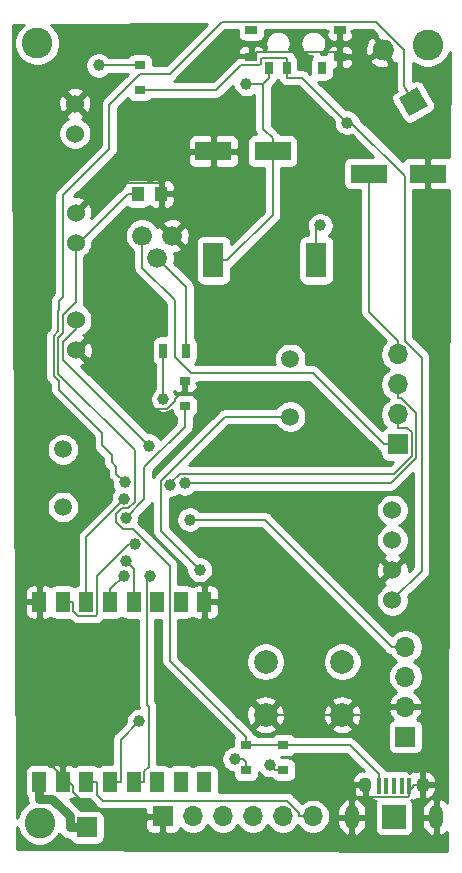
<source format=gtl>
G04 #@! TF.GenerationSoftware,KiCad,Pcbnew,5.1.7-a382d34a8~88~ubuntu18.04.1*
G04 #@! TF.CreationDate,2021-07-23T00:29:16+05:30*
G04 #@! TF.ProjectId,Sensor_PCB_v6,53656e73-6f72-45f5-9043-425f76362e6b,rev?*
G04 #@! TF.SameCoordinates,Original*
G04 #@! TF.FileFunction,Copper,L1,Top*
G04 #@! TF.FilePolarity,Positive*
%FSLAX46Y46*%
G04 Gerber Fmt 4.6, Leading zero omitted, Abs format (unit mm)*
G04 Created by KiCad (PCBNEW 5.1.7-a382d34a8~88~ubuntu18.04.1) date 2021-07-23 00:29:16*
%MOMM*%
%LPD*%
G01*
G04 APERTURE LIST*
G04 #@! TA.AperFunction,ComponentPad*
%ADD10C,2.600000*%
G04 #@! TD*
G04 #@! TA.AperFunction,ComponentPad*
%ADD11C,1.676400*%
G04 #@! TD*
G04 #@! TA.AperFunction,ComponentPad*
%ADD12C,1.524000*%
G04 #@! TD*
G04 #@! TA.AperFunction,SMDPad,CuDef*
%ADD13R,1.750000X3.000000*%
G04 #@! TD*
G04 #@! TA.AperFunction,SMDPad,CuDef*
%ADD14R,3.110000X1.580000*%
G04 #@! TD*
G04 #@! TA.AperFunction,ComponentPad*
%ADD15O,1.200000X2.000000*%
G04 #@! TD*
G04 #@! TA.AperFunction,SMDPad,CuDef*
%ADD16R,2.000000X2.000000*%
G04 #@! TD*
G04 #@! TA.AperFunction,SMDPad,CuDef*
%ADD17R,0.400000X1.350000*%
G04 #@! TD*
G04 #@! TA.AperFunction,ComponentPad*
%ADD18O,1.100000X1.300000*%
G04 #@! TD*
G04 #@! TA.AperFunction,ComponentPad*
%ADD19R,1.700000X1.700000*%
G04 #@! TD*
G04 #@! TA.AperFunction,ComponentPad*
%ADD20O,1.700000X1.700000*%
G04 #@! TD*
G04 #@! TA.AperFunction,SMDPad,CuDef*
%ADD21R,1.000000X0.800000*%
G04 #@! TD*
G04 #@! TA.AperFunction,SMDPad,CuDef*
%ADD22R,0.700000X1.100000*%
G04 #@! TD*
G04 #@! TA.AperFunction,SMDPad,CuDef*
%ADD23R,0.900000X0.800000*%
G04 #@! TD*
G04 #@! TA.AperFunction,SMDPad,CuDef*
%ADD24R,1.200000X1.700000*%
G04 #@! TD*
G04 #@! TA.AperFunction,ComponentPad*
%ADD25C,0.100000*%
G04 #@! TD*
G04 #@! TA.AperFunction,ComponentPad*
%ADD26C,1.500000*%
G04 #@! TD*
G04 #@! TA.AperFunction,ComponentPad*
%ADD27C,2.000000*%
G04 #@! TD*
G04 #@! TA.AperFunction,SMDPad,CuDef*
%ADD28R,1.000000X1.250000*%
G04 #@! TD*
G04 #@! TA.AperFunction,SMDPad,CuDef*
%ADD29R,0.700000X1.300000*%
G04 #@! TD*
G04 #@! TA.AperFunction,ViaPad*
%ADD30C,1.000000*%
G04 #@! TD*
G04 #@! TA.AperFunction,Conductor*
%ADD31C,0.800000*%
G04 #@! TD*
G04 #@! TA.AperFunction,Conductor*
%ADD32C,0.200000*%
G04 #@! TD*
G04 #@! TA.AperFunction,Conductor*
%ADD33C,0.254000*%
G04 #@! TD*
G04 #@! TA.AperFunction,Conductor*
%ADD34C,0.100000*%
G04 #@! TD*
G04 APERTURE END LIST*
D10*
X25234900Y-87208400D03*
X58097400Y-21376600D03*
X25044400Y-21211500D03*
D11*
X33924200Y-37513300D03*
X35194200Y-39418300D03*
X36464200Y-37513300D03*
D12*
X28323900Y-44656100D03*
X28333900Y-47196100D03*
D13*
X48665400Y-39593700D03*
X39965400Y-39593700D03*
D14*
X44963700Y-30358100D03*
X39963700Y-30358100D03*
D15*
X51677600Y-86741000D03*
D16*
X55252600Y-86741000D03*
D15*
X58827600Y-86741000D03*
D17*
X53952600Y-84066000D03*
X54602600Y-84066000D03*
X55252600Y-84066000D03*
X55902600Y-84066000D03*
X56552600Y-84066000D03*
D18*
X52827600Y-83991000D03*
X57677600Y-83991000D03*
D12*
X28224800Y-26324900D03*
X28234800Y-28864900D03*
X28298500Y-35557800D03*
X28308500Y-38097800D03*
X55107500Y-60744100D03*
X55107500Y-63284100D03*
X55107500Y-65824100D03*
X55107500Y-68364100D03*
D19*
X35679400Y-86669900D03*
D20*
X38219400Y-86669900D03*
X40759400Y-86669900D03*
X43299400Y-86669900D03*
X45839400Y-86669900D03*
X48379400Y-86669900D03*
D21*
X43166300Y-20079300D03*
X43166300Y-22379300D03*
X50666300Y-20079300D03*
X50666300Y-22379300D03*
D22*
X44666300Y-23279300D03*
X46166300Y-23279300D03*
X49166300Y-23279300D03*
D23*
X37541200Y-49833800D03*
X37541200Y-51933800D03*
D19*
X56200000Y-79926200D03*
D20*
X56200000Y-77386200D03*
X56200000Y-74846200D03*
X56200000Y-72306200D03*
D24*
X25204700Y-68526400D03*
X27204700Y-68526400D03*
X29204700Y-68526400D03*
X31204700Y-68526400D03*
X33204700Y-68526400D03*
X35204700Y-68526400D03*
X37204700Y-68526400D03*
X39204700Y-68526400D03*
X39204700Y-83756400D03*
X37204700Y-83756400D03*
X35204700Y-83756400D03*
X33204700Y-83756400D03*
X31204700Y-83756400D03*
X29204700Y-83756400D03*
X27204700Y-83756400D03*
X25204700Y-83756400D03*
D19*
X29255700Y-87609700D03*
X55587900Y-55179000D03*
D20*
X55587900Y-52639000D03*
X55587900Y-50099000D03*
X55587900Y-47559000D03*
D23*
X33733700Y-23085100D03*
X33733700Y-25185100D03*
G04 #@! TA.AperFunction,ComponentPad*
G36*
G01*
X54785700Y-22567414D02*
X54785700Y-22567414D01*
G75*
G02*
X53556277Y-22237991I-450000J779423D01*
G01*
X53556277Y-22237991D01*
G75*
G02*
X53885700Y-21008568I779423J450000D01*
G01*
X53885700Y-21008568D01*
G75*
G02*
X55115123Y-21337991I450000J-779423D01*
G01*
X55115123Y-21337991D01*
G75*
G02*
X54785700Y-22567414I-779423J-450000D01*
G01*
G37*
G04 #@! TD.AperFunction*
G04 #@! TA.AperFunction,ComponentPad*
D25*
G36*
X58105123Y-26516823D02*
G01*
X56546277Y-27416823D01*
X55646277Y-25857977D01*
X57205123Y-24957977D01*
X58105123Y-26516823D01*
G37*
G04 #@! TD.AperFunction*
D26*
X46454100Y-52830100D03*
X46454100Y-47950100D03*
X27223700Y-55598100D03*
X27223700Y-60478100D03*
D27*
X44371100Y-78079600D03*
X44371100Y-73579600D03*
X50871100Y-78079600D03*
X50871100Y-73579600D03*
D14*
X58120900Y-32250400D03*
X53120900Y-32250400D03*
D28*
X33536400Y-33967400D03*
X35536400Y-33967400D03*
D23*
X45885100Y-82721200D03*
X45885100Y-80621200D03*
X42707600Y-80636400D03*
X42707600Y-82736400D03*
D29*
X37625000Y-47246500D03*
X35725000Y-47246500D03*
D30*
X38795000Y-65809000D03*
X42734200Y-24651900D03*
X51262100Y-27935600D03*
X32483600Y-58389200D03*
X34591800Y-66284800D03*
X33311900Y-63643000D03*
X32393300Y-66294900D03*
X32412600Y-59787500D03*
X32527500Y-65027300D03*
X30257600Y-23093600D03*
X37515900Y-58465200D03*
X36315500Y-58584400D03*
X33664700Y-78622300D03*
X37967400Y-61549200D03*
X32534600Y-61403200D03*
X48994400Y-36644400D03*
X44732700Y-82319100D03*
X41761800Y-81821400D03*
X35725000Y-51354100D03*
X34494900Y-55282900D03*
D31*
X25204700Y-85206700D02*
X25204700Y-83756400D01*
X26332040Y-85206700D02*
X25204700Y-85206700D01*
X27805400Y-86680060D02*
X26332040Y-85206700D01*
X29255700Y-87609700D02*
X27805400Y-87609700D01*
X27805400Y-87609700D02*
X27805400Y-86680060D01*
D32*
X38795000Y-65809000D02*
X35507400Y-62521400D01*
X35507400Y-62521400D02*
X35507400Y-58259000D01*
X35507400Y-58259000D02*
X40936300Y-52830100D01*
X40936300Y-52830100D02*
X46454100Y-52830100D01*
X44144000Y-24651900D02*
X42734200Y-24651900D01*
X44963700Y-30358100D02*
X44963700Y-29267800D01*
X44144000Y-24651900D02*
X44666300Y-24129600D01*
X44144000Y-24651900D02*
X44144000Y-28448100D01*
X44144000Y-28448100D02*
X44963700Y-29267800D01*
X44666300Y-23279300D02*
X44666300Y-24129600D01*
X39965400Y-39593700D02*
X41140700Y-39593700D01*
X44963700Y-30358100D02*
X44963700Y-35770700D01*
X44963700Y-35770700D02*
X41140700Y-39593700D01*
X42707600Y-79936100D02*
X36266800Y-73495300D01*
X36266800Y-73495300D02*
X36266800Y-65466000D01*
X36266800Y-65466000D02*
X33125500Y-62324700D01*
X33125500Y-62324700D02*
X32299700Y-62324700D01*
X32299700Y-62324700D02*
X31714500Y-61739500D01*
X31714500Y-61739500D02*
X31714500Y-61091500D01*
X31714500Y-61091500D02*
X32218200Y-60587800D01*
X32218200Y-60587800D02*
X32744200Y-60587800D01*
X32744200Y-60587800D02*
X33291300Y-60040700D01*
X33291300Y-60040700D02*
X33291300Y-55667700D01*
X33291300Y-55667700D02*
X26828900Y-49205300D01*
X26828900Y-49205300D02*
X26828900Y-46168000D01*
X26828900Y-46168000D02*
X27229200Y-45767700D01*
X27229200Y-45767700D02*
X27229200Y-44216700D01*
X27229200Y-44216700D02*
X28308500Y-43137400D01*
X28308500Y-43137400D02*
X28308500Y-38097800D01*
X42707600Y-80636400D02*
X42707600Y-79936100D01*
X42989300Y-80636400D02*
X42707600Y-80636400D01*
X42989300Y-80636400D02*
X43457900Y-80636400D01*
X53952600Y-84066000D02*
X53952600Y-83090700D01*
X45885100Y-80621200D02*
X51483100Y-80621200D01*
X51483100Y-80621200D02*
X53952600Y-83090700D01*
X45678200Y-80621200D02*
X45885100Y-80621200D01*
X43457900Y-80636400D02*
X45119600Y-80636400D01*
X45119600Y-80636400D02*
X45134800Y-80621200D01*
X33536400Y-33967400D02*
X32736100Y-33967400D01*
X32736100Y-33967400D02*
X28605700Y-38097800D01*
X28605700Y-38097800D02*
X28308500Y-38097800D01*
X45678200Y-80621200D02*
X45134800Y-80621200D01*
X51262100Y-27935600D02*
X47456100Y-24129600D01*
X47456100Y-24129600D02*
X46166300Y-24129600D01*
X55107500Y-68364100D02*
X57594800Y-65876800D01*
X57594800Y-65876800D02*
X57594800Y-47849200D01*
X57594800Y-47849200D02*
X56153400Y-46407800D01*
X56153400Y-46407800D02*
X56153400Y-32445600D01*
X56153400Y-32445600D02*
X51643400Y-27935600D01*
X51643400Y-27935600D02*
X51262100Y-27935600D01*
X46166300Y-23279300D02*
X46166300Y-24129600D01*
X46166300Y-23279300D02*
X46166300Y-22429000D01*
X33733700Y-25185100D02*
X40188700Y-25185100D01*
X40188700Y-25185100D02*
X42294100Y-23079700D01*
X42294100Y-23079700D02*
X43854100Y-23079700D01*
X43854100Y-23079700D02*
X43966700Y-22967100D01*
X43966700Y-22967100D02*
X43966700Y-22563400D01*
X43966700Y-22563400D02*
X44101100Y-22429000D01*
X44101100Y-22429000D02*
X46166300Y-22429000D01*
X30105000Y-83756400D02*
X29204700Y-83756400D01*
X47229100Y-86669900D02*
X47229100Y-86382300D01*
X48379400Y-86669900D02*
X47229100Y-86669900D01*
X47229100Y-86382300D02*
X46180100Y-85333300D01*
X30570900Y-85333300D02*
X30105000Y-84867400D01*
X46180100Y-85333300D02*
X30570900Y-85333300D01*
X30105000Y-84867400D02*
X30105000Y-83756400D01*
X56114700Y-24869400D02*
X56114800Y-24869300D01*
X56114800Y-24869300D02*
X56114800Y-21775300D01*
X56114800Y-21775300D02*
X53718400Y-19378900D01*
X53718400Y-19378900D02*
X40671600Y-19378900D01*
X40671600Y-19378900D02*
X36265000Y-23785500D01*
X36265000Y-23785500D02*
X33781800Y-23785500D01*
X33781800Y-23785500D02*
X31144500Y-26422800D01*
X31144500Y-26422800D02*
X31144500Y-30157700D01*
X31144500Y-30157700D02*
X27219800Y-34082400D01*
X27219800Y-34082400D02*
X27219800Y-42661600D01*
X27219800Y-42661600D02*
X26869500Y-43011900D01*
X26869500Y-43011900D02*
X26869500Y-43810000D01*
X26869500Y-43810000D02*
X26819500Y-43860000D01*
X26819500Y-43860000D02*
X26819500Y-45611300D01*
X26819500Y-45611300D02*
X26428600Y-46002200D01*
X26428600Y-46002200D02*
X26428600Y-49371200D01*
X26428600Y-49371200D02*
X26869500Y-49812100D01*
X26869500Y-49812100D02*
X26869500Y-50539100D01*
X26869500Y-50539100D02*
X30546900Y-54216500D01*
X30546900Y-54216500D02*
X30546900Y-55251000D01*
X30546900Y-55251000D02*
X31347500Y-56051600D01*
X31347500Y-56051600D02*
X31347500Y-56686000D01*
X31347500Y-56686000D02*
X31747800Y-57086300D01*
X31747800Y-57086300D02*
X31747800Y-57653400D01*
X31747800Y-57653400D02*
X32483600Y-58389200D01*
X56875700Y-26187400D02*
X56114700Y-24869400D01*
X33204700Y-83756400D02*
X34105000Y-83756400D01*
X34105000Y-83756400D02*
X34105000Y-82856100D01*
X34105000Y-82856100D02*
X34475600Y-82485500D01*
X34475600Y-82485500D02*
X34475600Y-77384200D01*
X34475600Y-77384200D02*
X34304300Y-77212900D01*
X34304300Y-77212900D02*
X34304300Y-66572300D01*
X34304300Y-66572300D02*
X34591800Y-66284800D01*
X27204700Y-68526400D02*
X28105000Y-68526400D01*
X28105000Y-68526400D02*
X28105000Y-69314200D01*
X28105000Y-69314200D02*
X28467600Y-69676800D01*
X28467600Y-69676800D02*
X29998800Y-69676800D01*
X29998800Y-69676800D02*
X30105100Y-69570500D01*
X30105100Y-69570500D02*
X30105100Y-66317700D01*
X30105100Y-66317700D02*
X32779800Y-63643000D01*
X32779800Y-63643000D02*
X33311900Y-63643000D01*
X31204700Y-67376100D02*
X31312100Y-67376100D01*
X31312100Y-67376100D02*
X32393300Y-66294900D01*
X31204700Y-68526400D02*
X31204700Y-67376100D01*
X29204700Y-68526400D02*
X29204700Y-62995400D01*
X29204700Y-62995400D02*
X32412600Y-59787500D01*
X33204700Y-67376100D02*
X33204700Y-65704500D01*
X33204700Y-65704500D02*
X32527500Y-65027300D01*
X33204700Y-68526400D02*
X33204700Y-67376100D01*
X32983400Y-23085100D02*
X32974900Y-23093600D01*
X32974900Y-23093600D02*
X30257600Y-23093600D01*
X33733700Y-23085100D02*
X32983400Y-23085100D01*
X55587900Y-51249300D02*
X55875500Y-51249300D01*
X55875500Y-51249300D02*
X57140200Y-52514000D01*
X57140200Y-52514000D02*
X57140200Y-56321600D01*
X57140200Y-56321600D02*
X54996600Y-58465200D01*
X54996600Y-58465200D02*
X37515900Y-58465200D01*
X55587900Y-50099000D02*
X55587900Y-51249300D01*
X55587900Y-53789300D02*
X56378700Y-53789300D01*
X56378700Y-53789300D02*
X56738300Y-54148900D01*
X56738300Y-54148900D02*
X56738300Y-56157200D01*
X56738300Y-56157200D02*
X55230600Y-57664900D01*
X55230600Y-57664900D02*
X37141900Y-57664900D01*
X37141900Y-57664900D02*
X36315500Y-58491300D01*
X36315500Y-58491300D02*
X36315500Y-58584400D01*
X55587900Y-52639000D02*
X55587900Y-53789300D01*
X31204700Y-83756400D02*
X32105000Y-83756400D01*
X32105000Y-83756400D02*
X32105000Y-80182000D01*
X32105000Y-80182000D02*
X33664700Y-78622300D01*
X37541200Y-49833800D02*
X37541200Y-50534100D01*
X28333900Y-47196100D02*
X33308300Y-52170500D01*
X33308300Y-52170500D02*
X36070200Y-52170500D01*
X36070200Y-52170500D02*
X36715400Y-51525300D01*
X36715400Y-51525300D02*
X36715400Y-51359900D01*
X36715400Y-51359900D02*
X37541200Y-50534100D01*
X44371100Y-78079600D02*
X39204700Y-72913200D01*
X39204700Y-72913200D02*
X39204700Y-68526400D01*
X50666300Y-21979700D02*
X43565900Y-21979700D01*
X43565900Y-21979700D02*
X43166300Y-22379300D01*
X50666300Y-21979700D02*
X50666300Y-22179200D01*
X50666300Y-22179200D02*
X50866400Y-22379300D01*
X50666300Y-20079300D02*
X50666300Y-21979700D01*
X50866400Y-22379300D02*
X51066500Y-22379300D01*
X50666300Y-22379300D02*
X50866400Y-22379300D01*
X54335700Y-21788000D02*
X53181000Y-22454700D01*
X53181000Y-22454700D02*
X53181000Y-26220200D01*
X53181000Y-26220200D02*
X58120900Y-31160100D01*
X53181000Y-22454700D02*
X53180900Y-22454800D01*
X58120900Y-32250400D02*
X58120900Y-31160100D01*
X53180900Y-22454800D02*
X53105400Y-22379300D01*
X53105400Y-22379300D02*
X51066500Y-22379300D01*
X57677600Y-83991000D02*
X56827300Y-83991000D01*
X56552600Y-84503600D02*
X56827300Y-84228900D01*
X56827300Y-84228900D02*
X56827300Y-83991000D01*
X56552600Y-84503600D02*
X56552600Y-84941200D01*
X56552600Y-84066000D02*
X56552600Y-84503600D01*
X56200000Y-77386200D02*
X55049700Y-77386200D01*
X50871100Y-78079600D02*
X54356300Y-78079600D01*
X54356300Y-78079600D02*
X55049700Y-77386200D01*
X44371100Y-78079600D02*
X50871100Y-78079600D01*
X27654900Y-83756400D02*
X25204700Y-81306200D01*
X25204700Y-81306200D02*
X25204700Y-68526400D01*
X27204700Y-83756400D02*
X27654900Y-83756400D01*
X39963700Y-30358100D02*
X38108400Y-30358100D01*
X51977300Y-85041300D02*
X51977300Y-85141000D01*
X51977300Y-85141000D02*
X51677600Y-85440700D01*
X51977300Y-83991000D02*
X51977300Y-85041300D01*
X56552600Y-84941200D02*
X56452500Y-85041300D01*
X56452500Y-85041300D02*
X51977300Y-85041300D01*
X51677600Y-86741000D02*
X51677600Y-85440700D01*
X52827600Y-83991000D02*
X51977300Y-83991000D01*
X38108400Y-30358100D02*
X38108400Y-30470100D01*
X38108400Y-30470100D02*
X35536400Y-33042100D01*
X28298500Y-35557800D02*
X30814200Y-33042100D01*
X30814200Y-33042100D02*
X35536400Y-33042100D01*
X35536400Y-33967400D02*
X35536400Y-33042100D01*
X35536400Y-33967400D02*
X35536400Y-36585500D01*
X35536400Y-36585500D02*
X36464200Y-37513300D01*
X27698600Y-83756400D02*
X27654900Y-83756400D01*
X28087320Y-84145120D02*
X27698600Y-83756400D01*
X28087320Y-84629022D02*
X28087320Y-84145120D01*
X34529100Y-86669900D02*
X34318500Y-86459300D01*
X35679400Y-86669900D02*
X34529100Y-86669900D01*
X28642278Y-85183980D02*
X28087320Y-84629022D01*
X34318500Y-86459300D02*
X30665660Y-86459300D01*
X30665660Y-86459300D02*
X29390340Y-85183980D01*
X29390340Y-85183980D02*
X28642278Y-85183980D01*
X56200000Y-72306200D02*
X55049700Y-72306200D01*
X55049700Y-72306200D02*
X44292700Y-61549200D01*
X44292700Y-61549200D02*
X37967400Y-61549200D01*
X32534600Y-61403200D02*
X34092100Y-59845700D01*
X34092100Y-59845700D02*
X34092100Y-57125900D01*
X34092100Y-57125900D02*
X37541200Y-53676800D01*
X37541200Y-53676800D02*
X37541200Y-52634100D01*
X37541200Y-51933800D02*
X37541200Y-52634100D01*
X55587900Y-47559000D02*
X55587900Y-46408700D01*
X55587900Y-46408700D02*
X53120900Y-43941700D01*
X53120900Y-43941700D02*
X53120900Y-32250400D01*
X48994400Y-36644400D02*
X48665400Y-36973400D01*
X48665400Y-36973400D02*
X48665400Y-39593700D01*
X44732700Y-82319100D02*
X45134800Y-82721200D01*
X45885100Y-82721200D02*
X45134800Y-82721200D01*
X41761800Y-81821400D02*
X42492900Y-81821400D01*
X42492900Y-81821400D02*
X42707600Y-82036100D01*
X42707600Y-82736400D02*
X42707600Y-82036100D01*
X37625000Y-47246500D02*
X37625000Y-41849100D01*
X37625000Y-41849100D02*
X35194200Y-39418300D01*
X35725000Y-47246500D02*
X35725000Y-51354100D01*
X55587900Y-55179000D02*
X54437600Y-55179000D01*
X54437600Y-55179000D02*
X48392000Y-49133400D01*
X48392000Y-49133400D02*
X38080200Y-49133400D01*
X38080200Y-49133400D02*
X36691300Y-47744500D01*
X36691300Y-47744500D02*
X36691300Y-42986000D01*
X36691300Y-42986000D02*
X33924200Y-40218900D01*
X33924200Y-40218900D02*
X33924200Y-37513300D01*
X28323900Y-44656100D02*
X28323900Y-45439400D01*
X28323900Y-45439400D02*
X27229200Y-46534100D01*
X27229200Y-46534100D02*
X27229200Y-48017200D01*
X27229200Y-48017200D02*
X34494900Y-55282900D01*
D33*
X42028228Y-20479300D02*
X42040488Y-20603782D01*
X42076798Y-20723480D01*
X42135763Y-20833794D01*
X42215115Y-20930485D01*
X42311806Y-21009837D01*
X42422120Y-21068802D01*
X42541818Y-21105112D01*
X42666300Y-21117372D01*
X43666300Y-21117372D01*
X43790782Y-21105112D01*
X43910480Y-21068802D01*
X44020794Y-21009837D01*
X44117485Y-20930485D01*
X44196837Y-20833794D01*
X44255802Y-20723480D01*
X44292112Y-20603782D01*
X44304372Y-20479300D01*
X44304372Y-20113900D01*
X49531300Y-20113900D01*
X49531300Y-20206302D01*
X49690048Y-20206302D01*
X49531300Y-20365050D01*
X49528228Y-20479300D01*
X49540488Y-20603782D01*
X49576798Y-20723480D01*
X49635763Y-20833794D01*
X49715115Y-20930485D01*
X49811806Y-21009837D01*
X49922120Y-21068802D01*
X50041818Y-21105112D01*
X50166300Y-21117372D01*
X50380550Y-21114300D01*
X50539300Y-20955550D01*
X50539300Y-20206300D01*
X50519300Y-20206300D01*
X50519300Y-20113900D01*
X50813300Y-20113900D01*
X50813300Y-20206300D01*
X50793300Y-20206300D01*
X50793300Y-20955550D01*
X50952050Y-21114300D01*
X51166300Y-21117372D01*
X51290782Y-21105112D01*
X51410480Y-21068802D01*
X51520794Y-21009837D01*
X51617485Y-20930485D01*
X51696837Y-20833794D01*
X51755802Y-20723480D01*
X51792112Y-20603782D01*
X51804372Y-20479300D01*
X51801300Y-20365050D01*
X51642552Y-20206302D01*
X51801300Y-20206302D01*
X51801300Y-20113900D01*
X53413954Y-20113900D01*
X53790982Y-20490928D01*
X53760496Y-20537709D01*
X54382185Y-21614506D01*
X54399506Y-21604506D01*
X54526506Y-21824476D01*
X54509185Y-21834476D01*
X55130874Y-22911273D01*
X55379801Y-22897830D01*
X55379800Y-24808541D01*
X55377724Y-24821118D01*
X55378517Y-24845309D01*
X55376144Y-24869400D01*
X55380883Y-24917516D01*
X55382466Y-24965822D01*
X55387962Y-24989389D01*
X55390335Y-25013485D01*
X55404371Y-25059753D01*
X55415347Y-25106822D01*
X55425337Y-25128869D01*
X55432364Y-25152033D01*
X55455148Y-25194659D01*
X55460129Y-25205651D01*
X55470096Y-25222913D01*
X55327241Y-25305390D01*
X55225567Y-25378249D01*
X55140060Y-25469543D01*
X55074008Y-25575765D01*
X55029947Y-25692832D01*
X55009571Y-25816245D01*
X55013664Y-25941262D01*
X55042067Y-26063078D01*
X55093690Y-26177013D01*
X55993690Y-27735859D01*
X56066549Y-27837533D01*
X56157843Y-27923040D01*
X56264065Y-27989092D01*
X56381132Y-28033153D01*
X56504545Y-28053529D01*
X56629562Y-28049436D01*
X56751378Y-28021033D01*
X56865313Y-27969410D01*
X58424159Y-27069410D01*
X58525833Y-26996551D01*
X58611340Y-26905257D01*
X58677392Y-26799035D01*
X58721453Y-26681968D01*
X58741829Y-26558555D01*
X58737736Y-26433538D01*
X58709333Y-26311722D01*
X58657710Y-26197787D01*
X57757710Y-24638941D01*
X57684851Y-24537267D01*
X57593557Y-24451760D01*
X57487335Y-24385708D01*
X57370268Y-24341647D01*
X57246855Y-24321271D01*
X57121838Y-24325364D01*
X57000022Y-24353767D01*
X56886087Y-24405390D01*
X56849800Y-24426340D01*
X56849800Y-22865504D01*
X56863909Y-22879613D01*
X57180834Y-23091375D01*
X57532981Y-23237239D01*
X57906819Y-23311600D01*
X58287981Y-23311600D01*
X58661819Y-23237239D01*
X59013966Y-23091375D01*
X59330891Y-22879613D01*
X59600413Y-22610091D01*
X59812175Y-22293166D01*
X59948906Y-21963068D01*
X59922541Y-30872213D01*
X59920080Y-30870898D01*
X59800382Y-30834588D01*
X59675900Y-30822328D01*
X58406650Y-30825400D01*
X58247900Y-30984150D01*
X58247900Y-32123400D01*
X58267900Y-32123400D01*
X58267900Y-32377400D01*
X58247900Y-32377400D01*
X58247900Y-33516650D01*
X58406650Y-33675400D01*
X59675900Y-33678472D01*
X59800382Y-33666212D01*
X59914375Y-33631633D01*
X59760801Y-85526367D01*
X59611074Y-85377922D01*
X59408133Y-85243579D01*
X59182882Y-85151409D01*
X59145209Y-85147538D01*
X58954600Y-85272269D01*
X58954600Y-86614000D01*
X58974600Y-86614000D01*
X58974600Y-86868000D01*
X58954600Y-86868000D01*
X58954600Y-88209731D01*
X59145209Y-88334462D01*
X59182882Y-88330591D01*
X59408133Y-88238421D01*
X59611074Y-88104078D01*
X59753591Y-87962782D01*
X59748797Y-89582670D01*
X23349497Y-89413665D01*
X23339071Y-87595909D01*
X23374261Y-87772819D01*
X23520125Y-88124966D01*
X23731887Y-88441891D01*
X24001409Y-88711413D01*
X24318334Y-88923175D01*
X24670481Y-89069039D01*
X25044319Y-89143400D01*
X25425481Y-89143400D01*
X25799319Y-89069039D01*
X26151466Y-88923175D01*
X26468391Y-88711413D01*
X26737913Y-88441891D01*
X26926101Y-88160247D01*
X26940666Y-88187497D01*
X27070004Y-88345096D01*
X27227603Y-88474434D01*
X27407407Y-88570541D01*
X27602505Y-88629724D01*
X27799591Y-88649135D01*
X27816198Y-88703880D01*
X27875163Y-88814194D01*
X27954515Y-88910885D01*
X28051206Y-88990237D01*
X28161520Y-89049202D01*
X28281218Y-89085512D01*
X28405700Y-89097772D01*
X30105700Y-89097772D01*
X30230182Y-89085512D01*
X30349880Y-89049202D01*
X30460194Y-88990237D01*
X30556885Y-88910885D01*
X30636237Y-88814194D01*
X30695202Y-88703880D01*
X30731512Y-88584182D01*
X30743772Y-88459700D01*
X30743772Y-87519900D01*
X34191328Y-87519900D01*
X34203588Y-87644382D01*
X34239898Y-87764080D01*
X34298863Y-87874394D01*
X34378215Y-87971085D01*
X34474906Y-88050437D01*
X34585220Y-88109402D01*
X34704918Y-88145712D01*
X34829400Y-88157972D01*
X35393650Y-88154900D01*
X35552400Y-87996150D01*
X35552400Y-86796900D01*
X34353150Y-86796900D01*
X34194400Y-86955650D01*
X34191328Y-87519900D01*
X30743772Y-87519900D01*
X30743772Y-86759700D01*
X30731512Y-86635218D01*
X30695202Y-86515520D01*
X30636237Y-86405206D01*
X30556885Y-86308515D01*
X30460194Y-86229163D01*
X30349880Y-86170198D01*
X30230182Y-86133888D01*
X30105700Y-86121628D01*
X28680485Y-86121628D01*
X28670134Y-86102262D01*
X28573203Y-85984152D01*
X28540796Y-85944664D01*
X28501308Y-85912257D01*
X27830938Y-85241888D01*
X27929182Y-85232212D01*
X28048880Y-85195902D01*
X28159194Y-85136937D01*
X28204700Y-85099591D01*
X28250206Y-85136937D01*
X28360520Y-85195902D01*
X28480218Y-85232212D01*
X28604700Y-85244472D01*
X29473142Y-85244472D01*
X29490913Y-85277719D01*
X29582762Y-85389637D01*
X29610808Y-85412654D01*
X30025641Y-85827487D01*
X30048662Y-85855538D01*
X30160580Y-85947387D01*
X30288267Y-86015637D01*
X30384786Y-86044916D01*
X30426814Y-86057665D01*
X30441032Y-86059065D01*
X30534795Y-86068300D01*
X30534802Y-86068300D01*
X30570899Y-86071855D01*
X30606996Y-86068300D01*
X34192680Y-86068300D01*
X34194400Y-86384150D01*
X34353150Y-86542900D01*
X35552400Y-86542900D01*
X35552400Y-86522900D01*
X35806400Y-86522900D01*
X35806400Y-86542900D01*
X35826400Y-86542900D01*
X35826400Y-86796900D01*
X35806400Y-86796900D01*
X35806400Y-87996150D01*
X35965150Y-88154900D01*
X36529400Y-88157972D01*
X36653882Y-88145712D01*
X36773580Y-88109402D01*
X36883894Y-88050437D01*
X36980585Y-87971085D01*
X37059937Y-87874394D01*
X37118902Y-87764080D01*
X37140913Y-87691520D01*
X37272768Y-87823375D01*
X37515989Y-87985890D01*
X37786242Y-88097832D01*
X38073140Y-88154900D01*
X38365660Y-88154900D01*
X38652558Y-88097832D01*
X38922811Y-87985890D01*
X39166032Y-87823375D01*
X39372875Y-87616532D01*
X39489400Y-87442140D01*
X39605925Y-87616532D01*
X39812768Y-87823375D01*
X40055989Y-87985890D01*
X40326242Y-88097832D01*
X40613140Y-88154900D01*
X40905660Y-88154900D01*
X41192558Y-88097832D01*
X41462811Y-87985890D01*
X41706032Y-87823375D01*
X41912875Y-87616532D01*
X42029400Y-87442140D01*
X42145925Y-87616532D01*
X42352768Y-87823375D01*
X42595989Y-87985890D01*
X42866242Y-88097832D01*
X43153140Y-88154900D01*
X43445660Y-88154900D01*
X43732558Y-88097832D01*
X44002811Y-87985890D01*
X44246032Y-87823375D01*
X44452875Y-87616532D01*
X44569400Y-87442140D01*
X44685925Y-87616532D01*
X44892768Y-87823375D01*
X45135989Y-87985890D01*
X45406242Y-88097832D01*
X45693140Y-88154900D01*
X45985660Y-88154900D01*
X46272558Y-88097832D01*
X46542811Y-87985890D01*
X46786032Y-87823375D01*
X46992875Y-87616532D01*
X47109400Y-87442140D01*
X47225925Y-87616532D01*
X47432768Y-87823375D01*
X47675989Y-87985890D01*
X47946242Y-88097832D01*
X48233140Y-88154900D01*
X48525660Y-88154900D01*
X48812558Y-88097832D01*
X49082811Y-87985890D01*
X49326032Y-87823375D01*
X49532875Y-87616532D01*
X49695390Y-87373311D01*
X49807332Y-87103058D01*
X49854088Y-86868000D01*
X50442600Y-86868000D01*
X50442600Y-87268000D01*
X50491107Y-87506496D01*
X50585210Y-87730946D01*
X50721293Y-87932725D01*
X50894126Y-88104078D01*
X51097067Y-88238421D01*
X51322318Y-88330591D01*
X51359991Y-88334462D01*
X51550600Y-88209731D01*
X51550600Y-86868000D01*
X51804600Y-86868000D01*
X51804600Y-88209731D01*
X51995209Y-88334462D01*
X52032882Y-88330591D01*
X52258133Y-88238421D01*
X52461074Y-88104078D01*
X52633907Y-87932725D01*
X52769990Y-87730946D01*
X52864093Y-87506496D01*
X52912600Y-87268000D01*
X52912600Y-86868000D01*
X51804600Y-86868000D01*
X51550600Y-86868000D01*
X50442600Y-86868000D01*
X49854088Y-86868000D01*
X49864400Y-86816160D01*
X49864400Y-86523640D01*
X49807332Y-86236742D01*
X49797912Y-86214000D01*
X50442600Y-86214000D01*
X50442600Y-86614000D01*
X51550600Y-86614000D01*
X51550600Y-85272269D01*
X51804600Y-85272269D01*
X51804600Y-86614000D01*
X52912600Y-86614000D01*
X52912600Y-86214000D01*
X52864093Y-85975504D01*
X52769990Y-85751054D01*
X52633907Y-85549275D01*
X52461074Y-85377922D01*
X52258133Y-85243579D01*
X52032882Y-85151409D01*
X51995209Y-85147538D01*
X51804600Y-85272269D01*
X51550600Y-85272269D01*
X51359991Y-85147538D01*
X51322318Y-85151409D01*
X51097067Y-85243579D01*
X50894126Y-85377922D01*
X50721293Y-85549275D01*
X50585210Y-85751054D01*
X50491107Y-85975504D01*
X50442600Y-86214000D01*
X49797912Y-86214000D01*
X49695390Y-85966489D01*
X49532875Y-85723268D01*
X49326032Y-85516425D01*
X49082811Y-85353910D01*
X48812558Y-85241968D01*
X48525660Y-85184900D01*
X48233140Y-85184900D01*
X47946242Y-85241968D01*
X47675989Y-85353910D01*
X47432768Y-85516425D01*
X47417720Y-85531473D01*
X46725358Y-84839112D01*
X46702338Y-84811062D01*
X46590420Y-84719213D01*
X46462733Y-84650963D01*
X46324185Y-84608935D01*
X46216205Y-84598300D01*
X46180100Y-84594744D01*
X46143995Y-84598300D01*
X40442772Y-84598300D01*
X40442772Y-84302816D01*
X51662841Y-84302816D01*
X51726545Y-84525979D01*
X51832562Y-84732426D01*
X51976817Y-84914223D01*
X52153767Y-85064385D01*
X52356613Y-85177140D01*
X52517856Y-85234803D01*
X52700600Y-85109361D01*
X52700600Y-84118000D01*
X51802796Y-84118000D01*
X51662841Y-84302816D01*
X40442772Y-84302816D01*
X40442772Y-82906400D01*
X40430512Y-82781918D01*
X40394202Y-82662220D01*
X40335237Y-82551906D01*
X40255885Y-82455215D01*
X40159194Y-82375863D01*
X40048880Y-82316898D01*
X39929182Y-82280588D01*
X39804700Y-82268328D01*
X38604700Y-82268328D01*
X38480218Y-82280588D01*
X38360520Y-82316898D01*
X38250206Y-82375863D01*
X38204700Y-82413209D01*
X38159194Y-82375863D01*
X38048880Y-82316898D01*
X37929182Y-82280588D01*
X37804700Y-82268328D01*
X36604700Y-82268328D01*
X36480218Y-82280588D01*
X36360520Y-82316898D01*
X36250206Y-82375863D01*
X36204700Y-82413209D01*
X36159194Y-82375863D01*
X36048880Y-82316898D01*
X35929182Y-82280588D01*
X35804700Y-82268328D01*
X35210600Y-82268328D01*
X35210600Y-77420305D01*
X35214156Y-77384200D01*
X35199965Y-77240115D01*
X35157937Y-77101567D01*
X35089687Y-76973880D01*
X35039300Y-76912483D01*
X35039300Y-70014472D01*
X35531800Y-70014472D01*
X35531800Y-73459195D01*
X35528244Y-73495300D01*
X35542435Y-73639384D01*
X35584463Y-73777932D01*
X35652713Y-73905619D01*
X35744562Y-74017537D01*
X35772608Y-74040554D01*
X41687665Y-79955612D01*
X41668098Y-79992220D01*
X41631788Y-80111918D01*
X41619528Y-80236400D01*
X41619528Y-80692464D01*
X41430733Y-80730017D01*
X41224176Y-80815576D01*
X41038280Y-80939788D01*
X40880188Y-81097880D01*
X40755976Y-81283776D01*
X40670417Y-81490333D01*
X40626800Y-81709612D01*
X40626800Y-81933188D01*
X40670417Y-82152467D01*
X40755976Y-82359024D01*
X40880188Y-82544920D01*
X41038280Y-82703012D01*
X41224176Y-82827224D01*
X41430733Y-82912783D01*
X41619528Y-82950336D01*
X41619528Y-83136400D01*
X41631788Y-83260882D01*
X41668098Y-83380580D01*
X41727063Y-83490894D01*
X41806415Y-83587585D01*
X41903106Y-83666937D01*
X42013420Y-83725902D01*
X42133118Y-83762212D01*
X42257600Y-83774472D01*
X43157600Y-83774472D01*
X43282082Y-83762212D01*
X43401780Y-83725902D01*
X43512094Y-83666937D01*
X43608785Y-83587585D01*
X43688137Y-83490894D01*
X43747102Y-83380580D01*
X43783412Y-83260882D01*
X43795672Y-83136400D01*
X43795672Y-82959684D01*
X43851088Y-83042620D01*
X44009180Y-83200712D01*
X44195076Y-83324924D01*
X44401633Y-83410483D01*
X44620912Y-83454100D01*
X44844488Y-83454100D01*
X44888356Y-83445374D01*
X44904563Y-83475694D01*
X44983915Y-83572385D01*
X45080606Y-83651737D01*
X45190920Y-83710702D01*
X45310618Y-83747012D01*
X45435100Y-83759272D01*
X46335100Y-83759272D01*
X46459582Y-83747012D01*
X46579280Y-83710702D01*
X46689594Y-83651737D01*
X46786285Y-83572385D01*
X46865637Y-83475694D01*
X46924602Y-83365380D01*
X46960912Y-83245682D01*
X46973172Y-83121200D01*
X46973172Y-82321200D01*
X46960912Y-82196718D01*
X46924602Y-82077020D01*
X46865637Y-81966706D01*
X46786285Y-81870015D01*
X46689594Y-81790663D01*
X46579280Y-81731698D01*
X46459582Y-81695388D01*
X46335100Y-81683128D01*
X45672810Y-81683128D01*
X45656870Y-81659272D01*
X46335100Y-81659272D01*
X46459582Y-81647012D01*
X46579280Y-81610702D01*
X46689594Y-81551737D01*
X46786285Y-81472385D01*
X46865637Y-81375694D01*
X46876057Y-81356200D01*
X51178654Y-81356200D01*
X52683035Y-82860582D01*
X52517856Y-82747197D01*
X52356613Y-82804860D01*
X52153767Y-82917615D01*
X51976817Y-83067777D01*
X51832562Y-83249574D01*
X51726545Y-83456021D01*
X51662841Y-83679184D01*
X51802796Y-83864000D01*
X52700600Y-83864000D01*
X52700600Y-83844000D01*
X52954600Y-83844000D01*
X52954600Y-83864000D01*
X52974600Y-83864000D01*
X52974600Y-84118000D01*
X52954600Y-84118000D01*
X52954600Y-85109361D01*
X53137344Y-85234803D01*
X53291228Y-85179772D01*
X53301415Y-85192185D01*
X53398106Y-85271537D01*
X53508420Y-85330502D01*
X53628118Y-85366812D01*
X53729991Y-85376845D01*
X53722063Y-85386506D01*
X53663098Y-85496820D01*
X53626788Y-85616518D01*
X53614528Y-85741000D01*
X53614528Y-87741000D01*
X53626788Y-87865482D01*
X53663098Y-87985180D01*
X53722063Y-88095494D01*
X53801415Y-88192185D01*
X53898106Y-88271537D01*
X54008420Y-88330502D01*
X54128118Y-88366812D01*
X54252600Y-88379072D01*
X56252600Y-88379072D01*
X56377082Y-88366812D01*
X56496780Y-88330502D01*
X56607094Y-88271537D01*
X56703785Y-88192185D01*
X56783137Y-88095494D01*
X56842102Y-87985180D01*
X56878412Y-87865482D01*
X56890672Y-87741000D01*
X56890672Y-86868000D01*
X57592600Y-86868000D01*
X57592600Y-87268000D01*
X57641107Y-87506496D01*
X57735210Y-87730946D01*
X57871293Y-87932725D01*
X58044126Y-88104078D01*
X58247067Y-88238421D01*
X58472318Y-88330591D01*
X58509991Y-88334462D01*
X58700600Y-88209731D01*
X58700600Y-86868000D01*
X57592600Y-86868000D01*
X56890672Y-86868000D01*
X56890672Y-86214000D01*
X57592600Y-86214000D01*
X57592600Y-86614000D01*
X58700600Y-86614000D01*
X58700600Y-85272269D01*
X58509991Y-85147538D01*
X58472318Y-85151409D01*
X58247067Y-85243579D01*
X58044126Y-85377922D01*
X57871293Y-85549275D01*
X57735210Y-85751054D01*
X57641107Y-85975504D01*
X57592600Y-86214000D01*
X56890672Y-86214000D01*
X56890672Y-85741000D01*
X56878412Y-85616518D01*
X56842102Y-85496820D01*
X56783137Y-85386506D01*
X56729505Y-85321155D01*
X56784350Y-85376000D01*
X56887074Y-85364741D01*
X57006176Y-85326521D01*
X57115533Y-85265800D01*
X57210943Y-85184912D01*
X57214793Y-85180065D01*
X57367856Y-85234803D01*
X57550600Y-85109361D01*
X57550600Y-84118000D01*
X57804600Y-84118000D01*
X57804600Y-85109361D01*
X57987344Y-85234803D01*
X58148587Y-85177140D01*
X58351433Y-85064385D01*
X58528383Y-84914223D01*
X58672638Y-84732426D01*
X58778655Y-84525979D01*
X58842359Y-84302816D01*
X58702404Y-84118000D01*
X57804600Y-84118000D01*
X57550600Y-84118000D01*
X57530600Y-84118000D01*
X57530600Y-83864000D01*
X57550600Y-83864000D01*
X57550600Y-82872639D01*
X57804600Y-82872639D01*
X57804600Y-83864000D01*
X58702404Y-83864000D01*
X58842359Y-83679184D01*
X58778655Y-83456021D01*
X58672638Y-83249574D01*
X58528383Y-83067777D01*
X58351433Y-82917615D01*
X58148587Y-82804860D01*
X57987344Y-82747197D01*
X57804600Y-82872639D01*
X57550600Y-82872639D01*
X57367856Y-82747197D01*
X57206613Y-82804860D01*
X57105892Y-82860847D01*
X57006176Y-82805479D01*
X56887074Y-82767259D01*
X56784350Y-82756000D01*
X56625600Y-82914750D01*
X56625600Y-83027322D01*
X56553785Y-82939815D01*
X56457094Y-82860463D01*
X56388818Y-82823968D01*
X56320850Y-82756000D01*
X56229720Y-82765988D01*
X56227082Y-82765188D01*
X56102600Y-82752928D01*
X55702600Y-82752928D01*
X55578118Y-82765188D01*
X55577600Y-82765345D01*
X55577082Y-82765188D01*
X55452600Y-82752928D01*
X55052600Y-82752928D01*
X54928118Y-82765188D01*
X54927600Y-82765345D01*
X54927082Y-82765188D01*
X54802600Y-82752928D01*
X54605465Y-82752928D01*
X54566687Y-82680380D01*
X54474838Y-82568462D01*
X54446793Y-82545446D01*
X52028359Y-80127012D01*
X52005338Y-80098962D01*
X51893420Y-80007113D01*
X51765733Y-79938863D01*
X51627185Y-79896835D01*
X51519205Y-79886200D01*
X51483100Y-79882644D01*
X51446995Y-79886200D01*
X46876057Y-79886200D01*
X46865637Y-79866706D01*
X46786285Y-79770015D01*
X46689594Y-79690663D01*
X46579280Y-79631698D01*
X46459582Y-79595388D01*
X46335100Y-79583128D01*
X45435100Y-79583128D01*
X45310618Y-79595388D01*
X45190920Y-79631698D01*
X45080606Y-79690663D01*
X44983915Y-79770015D01*
X44904563Y-79866706D01*
X44886018Y-79901400D01*
X43698557Y-79901400D01*
X43688137Y-79881906D01*
X43608785Y-79785215D01*
X43512094Y-79705863D01*
X43401780Y-79646898D01*
X43383455Y-79641339D01*
X43321687Y-79525780D01*
X43252853Y-79441906D01*
X43229838Y-79413862D01*
X43201793Y-79390846D01*
X43025960Y-79215013D01*
X43415292Y-79215013D01*
X43511056Y-79479414D01*
X43800671Y-79620304D01*
X44112208Y-79701984D01*
X44433695Y-79721318D01*
X44752775Y-79677561D01*
X45057188Y-79572395D01*
X45231144Y-79479414D01*
X45326908Y-79215013D01*
X49915292Y-79215013D01*
X50011056Y-79479414D01*
X50300671Y-79620304D01*
X50612208Y-79701984D01*
X50933695Y-79721318D01*
X51252775Y-79677561D01*
X51557188Y-79572395D01*
X51731144Y-79479414D01*
X51826908Y-79215013D01*
X51688095Y-79076200D01*
X54711928Y-79076200D01*
X54711928Y-80776200D01*
X54724188Y-80900682D01*
X54760498Y-81020380D01*
X54819463Y-81130694D01*
X54898815Y-81227385D01*
X54995506Y-81306737D01*
X55105820Y-81365702D01*
X55225518Y-81402012D01*
X55350000Y-81414272D01*
X57050000Y-81414272D01*
X57174482Y-81402012D01*
X57294180Y-81365702D01*
X57404494Y-81306737D01*
X57501185Y-81227385D01*
X57580537Y-81130694D01*
X57639502Y-81020380D01*
X57675812Y-80900682D01*
X57688072Y-80776200D01*
X57688072Y-79076200D01*
X57675812Y-78951718D01*
X57639502Y-78832020D01*
X57580537Y-78721706D01*
X57501185Y-78625015D01*
X57404494Y-78545663D01*
X57294180Y-78486698D01*
X57213534Y-78462234D01*
X57297588Y-78386469D01*
X57471641Y-78153120D01*
X57596825Y-77890299D01*
X57641476Y-77743090D01*
X57520155Y-77513200D01*
X56327000Y-77513200D01*
X56327000Y-77533200D01*
X56073000Y-77533200D01*
X56073000Y-77513200D01*
X54879845Y-77513200D01*
X54758524Y-77743090D01*
X54803175Y-77890299D01*
X54928359Y-78153120D01*
X55102412Y-78386469D01*
X55186466Y-78462234D01*
X55105820Y-78486698D01*
X54995506Y-78545663D01*
X54898815Y-78625015D01*
X54819463Y-78721706D01*
X54760498Y-78832020D01*
X54724188Y-78951718D01*
X54711928Y-79076200D01*
X51688095Y-79076200D01*
X50871100Y-78259205D01*
X49915292Y-79215013D01*
X45326908Y-79215013D01*
X44371100Y-78259205D01*
X43415292Y-79215013D01*
X43025960Y-79215013D01*
X41953142Y-78142195D01*
X42729382Y-78142195D01*
X42773139Y-78461275D01*
X42878305Y-78765688D01*
X42971286Y-78939644D01*
X43235687Y-79035408D01*
X44191495Y-78079600D01*
X44550705Y-78079600D01*
X45506513Y-79035408D01*
X45770914Y-78939644D01*
X45911804Y-78650029D01*
X45993484Y-78338492D01*
X46005289Y-78142195D01*
X49229382Y-78142195D01*
X49273139Y-78461275D01*
X49378305Y-78765688D01*
X49471286Y-78939644D01*
X49735687Y-79035408D01*
X50691495Y-78079600D01*
X51050705Y-78079600D01*
X52006513Y-79035408D01*
X52270914Y-78939644D01*
X52411804Y-78650029D01*
X52493484Y-78338492D01*
X52512818Y-78017005D01*
X52469061Y-77697925D01*
X52363895Y-77393512D01*
X52270914Y-77219556D01*
X52006513Y-77123792D01*
X51050705Y-78079600D01*
X50691495Y-78079600D01*
X49735687Y-77123792D01*
X49471286Y-77219556D01*
X49330396Y-77509171D01*
X49248716Y-77820708D01*
X49229382Y-78142195D01*
X46005289Y-78142195D01*
X46012818Y-78017005D01*
X45969061Y-77697925D01*
X45863895Y-77393512D01*
X45770914Y-77219556D01*
X45506513Y-77123792D01*
X44550705Y-78079600D01*
X44191495Y-78079600D01*
X43235687Y-77123792D01*
X42971286Y-77219556D01*
X42830396Y-77509171D01*
X42748716Y-77820708D01*
X42729382Y-78142195D01*
X41953142Y-78142195D01*
X40755134Y-76944187D01*
X43415292Y-76944187D01*
X44371100Y-77899995D01*
X45326908Y-76944187D01*
X49915292Y-76944187D01*
X50871100Y-77899995D01*
X51826908Y-76944187D01*
X51731144Y-76679786D01*
X51441529Y-76538896D01*
X51129992Y-76457216D01*
X50808505Y-76437882D01*
X50489425Y-76481639D01*
X50185012Y-76586805D01*
X50011056Y-76679786D01*
X49915292Y-76944187D01*
X45326908Y-76944187D01*
X45231144Y-76679786D01*
X44941529Y-76538896D01*
X44629992Y-76457216D01*
X44308505Y-76437882D01*
X43989425Y-76481639D01*
X43685012Y-76586805D01*
X43511056Y-76679786D01*
X43415292Y-76944187D01*
X40755134Y-76944187D01*
X37229514Y-73418567D01*
X42736100Y-73418567D01*
X42736100Y-73740633D01*
X42798932Y-74056512D01*
X42922182Y-74354063D01*
X43101113Y-74621852D01*
X43328848Y-74849587D01*
X43596637Y-75028518D01*
X43894188Y-75151768D01*
X44210067Y-75214600D01*
X44532133Y-75214600D01*
X44848012Y-75151768D01*
X45145563Y-75028518D01*
X45413352Y-74849587D01*
X45641087Y-74621852D01*
X45820018Y-74354063D01*
X45943268Y-74056512D01*
X46006100Y-73740633D01*
X46006100Y-73418567D01*
X49236100Y-73418567D01*
X49236100Y-73740633D01*
X49298932Y-74056512D01*
X49422182Y-74354063D01*
X49601113Y-74621852D01*
X49828848Y-74849587D01*
X50096637Y-75028518D01*
X50394188Y-75151768D01*
X50710067Y-75214600D01*
X51032133Y-75214600D01*
X51348012Y-75151768D01*
X51645563Y-75028518D01*
X51913352Y-74849587D01*
X52141087Y-74621852D01*
X52320018Y-74354063D01*
X52443268Y-74056512D01*
X52506100Y-73740633D01*
X52506100Y-73418567D01*
X52443268Y-73102688D01*
X52320018Y-72805137D01*
X52141087Y-72537348D01*
X51913352Y-72309613D01*
X51645563Y-72130682D01*
X51348012Y-72007432D01*
X51032133Y-71944600D01*
X50710067Y-71944600D01*
X50394188Y-72007432D01*
X50096637Y-72130682D01*
X49828848Y-72309613D01*
X49601113Y-72537348D01*
X49422182Y-72805137D01*
X49298932Y-73102688D01*
X49236100Y-73418567D01*
X46006100Y-73418567D01*
X45943268Y-73102688D01*
X45820018Y-72805137D01*
X45641087Y-72537348D01*
X45413352Y-72309613D01*
X45145563Y-72130682D01*
X44848012Y-72007432D01*
X44532133Y-71944600D01*
X44210067Y-71944600D01*
X43894188Y-72007432D01*
X43596637Y-72130682D01*
X43328848Y-72309613D01*
X43101113Y-72537348D01*
X42922182Y-72805137D01*
X42798932Y-73102688D01*
X42736100Y-73418567D01*
X37229514Y-73418567D01*
X37001800Y-73190854D01*
X37001800Y-70014472D01*
X37804700Y-70014472D01*
X37929182Y-70002212D01*
X38048880Y-69965902D01*
X38159194Y-69906937D01*
X38204700Y-69869591D01*
X38250206Y-69906937D01*
X38360520Y-69965902D01*
X38480218Y-70002212D01*
X38604700Y-70014472D01*
X38918950Y-70011400D01*
X39077700Y-69852650D01*
X39077700Y-68653400D01*
X39331700Y-68653400D01*
X39331700Y-69852650D01*
X39490450Y-70011400D01*
X39804700Y-70014472D01*
X39929182Y-70002212D01*
X40048880Y-69965902D01*
X40159194Y-69906937D01*
X40255885Y-69827585D01*
X40335237Y-69730894D01*
X40394202Y-69620580D01*
X40430512Y-69500882D01*
X40442772Y-69376400D01*
X40439700Y-68812150D01*
X40280950Y-68653400D01*
X39331700Y-68653400D01*
X39077700Y-68653400D01*
X39057700Y-68653400D01*
X39057700Y-68399400D01*
X39077700Y-68399400D01*
X39077700Y-67200150D01*
X39331700Y-67200150D01*
X39331700Y-68399400D01*
X40280950Y-68399400D01*
X40439700Y-68240650D01*
X40442772Y-67676400D01*
X40430512Y-67551918D01*
X40394202Y-67432220D01*
X40335237Y-67321906D01*
X40255885Y-67225215D01*
X40159194Y-67145863D01*
X40048880Y-67086898D01*
X39929182Y-67050588D01*
X39804700Y-67038328D01*
X39490450Y-67041400D01*
X39331700Y-67200150D01*
X39077700Y-67200150D01*
X38918950Y-67041400D01*
X38604700Y-67038328D01*
X38480218Y-67050588D01*
X38360520Y-67086898D01*
X38250206Y-67145863D01*
X38204700Y-67183209D01*
X38159194Y-67145863D01*
X38048880Y-67086898D01*
X37929182Y-67050588D01*
X37804700Y-67038328D01*
X37001800Y-67038328D01*
X37001800Y-65502104D01*
X37005356Y-65465999D01*
X36991165Y-65321914D01*
X36975834Y-65271376D01*
X36949137Y-65183367D01*
X36880887Y-65055680D01*
X36789038Y-64943762D01*
X36760993Y-64920746D01*
X33670759Y-61830513D01*
X33647738Y-61802462D01*
X33610421Y-61771837D01*
X33625983Y-61734267D01*
X33669600Y-61514988D01*
X33669600Y-61307646D01*
X34586297Y-60390950D01*
X34614337Y-60367938D01*
X34637350Y-60339897D01*
X34637353Y-60339894D01*
X34706187Y-60256020D01*
X34772401Y-60132144D01*
X34772400Y-62485295D01*
X34768844Y-62521400D01*
X34772400Y-62557504D01*
X34783035Y-62665484D01*
X34825063Y-62804032D01*
X34893313Y-62931719D01*
X34985162Y-63043637D01*
X35013208Y-63066654D01*
X37660000Y-65713447D01*
X37660000Y-65920788D01*
X37703617Y-66140067D01*
X37789176Y-66346624D01*
X37913388Y-66532520D01*
X38071480Y-66690612D01*
X38257376Y-66814824D01*
X38463933Y-66900383D01*
X38683212Y-66944000D01*
X38906788Y-66944000D01*
X39126067Y-66900383D01*
X39332624Y-66814824D01*
X39518520Y-66690612D01*
X39676612Y-66532520D01*
X39800824Y-66346624D01*
X39886383Y-66140067D01*
X39930000Y-65920788D01*
X39930000Y-65697212D01*
X39886383Y-65477933D01*
X39800824Y-65271376D01*
X39676612Y-65085480D01*
X39518520Y-64927388D01*
X39332624Y-64803176D01*
X39126067Y-64717617D01*
X38906788Y-64674000D01*
X38699447Y-64674000D01*
X36242400Y-62216954D01*
X36242400Y-61437412D01*
X36832400Y-61437412D01*
X36832400Y-61660988D01*
X36876017Y-61880267D01*
X36961576Y-62086824D01*
X37085788Y-62272720D01*
X37243880Y-62430812D01*
X37429776Y-62555024D01*
X37636333Y-62640583D01*
X37855612Y-62684200D01*
X38079188Y-62684200D01*
X38298467Y-62640583D01*
X38505024Y-62555024D01*
X38690920Y-62430812D01*
X38837532Y-62284200D01*
X43988254Y-62284200D01*
X54504446Y-72800393D01*
X54527462Y-72828438D01*
X54639380Y-72920287D01*
X54767067Y-72988537D01*
X54896078Y-73027672D01*
X55046525Y-73252832D01*
X55253368Y-73459675D01*
X55427760Y-73576200D01*
X55253368Y-73692725D01*
X55046525Y-73899568D01*
X54884010Y-74142789D01*
X54772068Y-74413042D01*
X54715000Y-74699940D01*
X54715000Y-74992460D01*
X54772068Y-75279358D01*
X54884010Y-75549611D01*
X55046525Y-75792832D01*
X55253368Y-75999675D01*
X55435534Y-76121395D01*
X55318645Y-76191022D01*
X55102412Y-76385931D01*
X54928359Y-76619280D01*
X54803175Y-76882101D01*
X54758524Y-77029310D01*
X54879845Y-77259200D01*
X56073000Y-77259200D01*
X56073000Y-77239200D01*
X56327000Y-77239200D01*
X56327000Y-77259200D01*
X57520155Y-77259200D01*
X57641476Y-77029310D01*
X57596825Y-76882101D01*
X57471641Y-76619280D01*
X57297588Y-76385931D01*
X57081355Y-76191022D01*
X56964466Y-76121395D01*
X57146632Y-75999675D01*
X57353475Y-75792832D01*
X57515990Y-75549611D01*
X57627932Y-75279358D01*
X57685000Y-74992460D01*
X57685000Y-74699940D01*
X57627932Y-74413042D01*
X57515990Y-74142789D01*
X57353475Y-73899568D01*
X57146632Y-73692725D01*
X56972240Y-73576200D01*
X57146632Y-73459675D01*
X57353475Y-73252832D01*
X57515990Y-73009611D01*
X57627932Y-72739358D01*
X57685000Y-72452460D01*
X57685000Y-72159940D01*
X57627932Y-71873042D01*
X57515990Y-71602789D01*
X57353475Y-71359568D01*
X57146632Y-71152725D01*
X56903411Y-70990210D01*
X56633158Y-70878268D01*
X56346260Y-70821200D01*
X56053740Y-70821200D01*
X55766842Y-70878268D01*
X55496589Y-70990210D01*
X55253368Y-71152725D01*
X55094520Y-71311573D01*
X49679064Y-65896117D01*
X53705590Y-65896117D01*
X53746578Y-66168233D01*
X53839864Y-66427123D01*
X53901844Y-66543080D01*
X54141935Y-66610060D01*
X54927895Y-65824100D01*
X54141935Y-65038140D01*
X53901844Y-65105120D01*
X53784744Y-65354148D01*
X53718477Y-65621235D01*
X53705590Y-65896117D01*
X49679064Y-65896117D01*
X44837959Y-61055013D01*
X44814938Y-61026962D01*
X44703020Y-60935113D01*
X44575333Y-60866863D01*
X44436785Y-60824835D01*
X44328805Y-60814200D01*
X44292700Y-60810644D01*
X44256595Y-60814200D01*
X38837532Y-60814200D01*
X38690920Y-60667588D01*
X38599508Y-60606508D01*
X53710500Y-60606508D01*
X53710500Y-60881692D01*
X53764186Y-61151590D01*
X53869495Y-61405827D01*
X54022380Y-61634635D01*
X54216965Y-61829220D01*
X54445773Y-61982105D01*
X54523015Y-62014100D01*
X54445773Y-62046095D01*
X54216965Y-62198980D01*
X54022380Y-62393565D01*
X53869495Y-62622373D01*
X53764186Y-62876610D01*
X53710500Y-63146508D01*
X53710500Y-63421692D01*
X53764186Y-63691590D01*
X53869495Y-63945827D01*
X54022380Y-64174635D01*
X54216965Y-64369220D01*
X54445773Y-64522105D01*
X54517443Y-64551792D01*
X54504477Y-64556464D01*
X54388520Y-64618444D01*
X54321540Y-64858535D01*
X55107500Y-65644495D01*
X55893460Y-64858535D01*
X55826480Y-64618444D01*
X55690740Y-64554615D01*
X55769227Y-64522105D01*
X55998035Y-64369220D01*
X56192620Y-64174635D01*
X56345505Y-63945827D01*
X56450814Y-63691590D01*
X56504500Y-63421692D01*
X56504500Y-63146508D01*
X56450814Y-62876610D01*
X56345505Y-62622373D01*
X56192620Y-62393565D01*
X55998035Y-62198980D01*
X55769227Y-62046095D01*
X55691985Y-62014100D01*
X55769227Y-61982105D01*
X55998035Y-61829220D01*
X56192620Y-61634635D01*
X56345505Y-61405827D01*
X56450814Y-61151590D01*
X56504500Y-60881692D01*
X56504500Y-60606508D01*
X56450814Y-60336610D01*
X56345505Y-60082373D01*
X56192620Y-59853565D01*
X55998035Y-59658980D01*
X55769227Y-59506095D01*
X55514990Y-59400786D01*
X55245092Y-59347100D01*
X54969908Y-59347100D01*
X54700010Y-59400786D01*
X54445773Y-59506095D01*
X54216965Y-59658980D01*
X54022380Y-59853565D01*
X53869495Y-60082373D01*
X53764186Y-60336610D01*
X53710500Y-60606508D01*
X38599508Y-60606508D01*
X38505024Y-60543376D01*
X38298467Y-60457817D01*
X38079188Y-60414200D01*
X37855612Y-60414200D01*
X37636333Y-60457817D01*
X37429776Y-60543376D01*
X37243880Y-60667588D01*
X37085788Y-60825680D01*
X36961576Y-61011576D01*
X36876017Y-61218133D01*
X36832400Y-61437412D01*
X36242400Y-61437412D01*
X36242400Y-59719400D01*
X36427288Y-59719400D01*
X36646567Y-59675783D01*
X36853124Y-59590224D01*
X37011144Y-59484638D01*
X37184833Y-59556583D01*
X37404112Y-59600200D01*
X37627688Y-59600200D01*
X37846967Y-59556583D01*
X38053524Y-59471024D01*
X38239420Y-59346812D01*
X38386032Y-59200200D01*
X54960495Y-59200200D01*
X54996600Y-59203756D01*
X55032705Y-59200200D01*
X55140685Y-59189565D01*
X55279233Y-59147537D01*
X55406920Y-59079287D01*
X55518838Y-58987438D01*
X55541858Y-58959388D01*
X56859800Y-57641446D01*
X56859800Y-65572353D01*
X56501016Y-65931138D01*
X56509410Y-65752083D01*
X56468422Y-65479967D01*
X56375136Y-65221077D01*
X56313156Y-65105120D01*
X56073065Y-65038140D01*
X55287105Y-65824100D01*
X55301248Y-65838243D01*
X55121643Y-66017848D01*
X55107500Y-66003705D01*
X54321540Y-66789665D01*
X54388520Y-67029756D01*
X54524260Y-67093585D01*
X54445773Y-67126095D01*
X54216965Y-67278980D01*
X54022380Y-67473565D01*
X53869495Y-67702373D01*
X53764186Y-67956610D01*
X53710500Y-68226508D01*
X53710500Y-68501692D01*
X53764186Y-68771590D01*
X53869495Y-69025827D01*
X54022380Y-69254635D01*
X54216965Y-69449220D01*
X54445773Y-69602105D01*
X54700010Y-69707414D01*
X54969908Y-69761100D01*
X55245092Y-69761100D01*
X55514990Y-69707414D01*
X55769227Y-69602105D01*
X55998035Y-69449220D01*
X56192620Y-69254635D01*
X56345505Y-69025827D01*
X56450814Y-68771590D01*
X56504500Y-68501692D01*
X56504500Y-68226508D01*
X56468006Y-68043040D01*
X58088997Y-66422050D01*
X58117037Y-66399038D01*
X58140050Y-66370997D01*
X58140053Y-66370994D01*
X58208886Y-66287121D01*
X58208887Y-66287120D01*
X58277137Y-66159433D01*
X58319165Y-66020885D01*
X58329800Y-65912905D01*
X58329800Y-65912896D01*
X58333355Y-65876801D01*
X58329800Y-65840706D01*
X58329800Y-47885294D01*
X58333355Y-47849199D01*
X58329800Y-47813104D01*
X58329800Y-47813095D01*
X58319165Y-47705115D01*
X58277137Y-47566567D01*
X58208887Y-47438880D01*
X58117038Y-47326962D01*
X58088993Y-47303946D01*
X56888400Y-46103354D01*
X56888400Y-33677691D01*
X57835150Y-33675400D01*
X57993900Y-33516650D01*
X57993900Y-32377400D01*
X57973900Y-32377400D01*
X57973900Y-32123400D01*
X57993900Y-32123400D01*
X57993900Y-30984150D01*
X57835150Y-30825400D01*
X56565900Y-30822328D01*
X56441418Y-30834588D01*
X56321720Y-30870898D01*
X56211406Y-30929863D01*
X56114715Y-31009215D01*
X56035363Y-31105906D01*
X55976398Y-31216220D01*
X55973388Y-31226142D01*
X52353906Y-27606660D01*
X52353483Y-27604533D01*
X52267924Y-27397976D01*
X52143712Y-27212080D01*
X51985620Y-27053988D01*
X51799724Y-26929776D01*
X51593167Y-26844217D01*
X51373888Y-26800600D01*
X51166547Y-26800600D01*
X48833318Y-24467372D01*
X49516300Y-24467372D01*
X49640782Y-24455112D01*
X49760480Y-24418802D01*
X49870794Y-24359837D01*
X49967485Y-24280485D01*
X50046837Y-24183794D01*
X50105802Y-24073480D01*
X50142112Y-23953782D01*
X50154372Y-23829300D01*
X50154372Y-23416197D01*
X50166300Y-23417372D01*
X50380550Y-23414300D01*
X50539300Y-23255550D01*
X50539300Y-22506300D01*
X50793300Y-22506300D01*
X50793300Y-23255550D01*
X50952050Y-23414300D01*
X51166300Y-23417372D01*
X51290782Y-23405112D01*
X51410480Y-23368802D01*
X51520794Y-23309837D01*
X51617485Y-23230485D01*
X51696837Y-23133794D01*
X51755802Y-23023480D01*
X51792112Y-22903782D01*
X51804372Y-22779300D01*
X51801300Y-22665050D01*
X51719722Y-22583472D01*
X53211886Y-22583472D01*
X53226791Y-22849386D01*
X53455166Y-23045329D01*
X53717380Y-23192953D01*
X54003356Y-23286586D01*
X54302103Y-23322628D01*
X54602141Y-23299694D01*
X54765344Y-23261636D01*
X54910904Y-23038273D01*
X54289215Y-21961476D01*
X53211886Y-22583472D01*
X51719722Y-22583472D01*
X51642550Y-22506300D01*
X50793300Y-22506300D01*
X50539300Y-22506300D01*
X50519300Y-22506300D01*
X50519300Y-22252300D01*
X50539300Y-22252300D01*
X50539300Y-21503050D01*
X50793300Y-21503050D01*
X50793300Y-22252300D01*
X51642550Y-22252300D01*
X51801300Y-22093550D01*
X51804372Y-21979300D01*
X51798718Y-21921887D01*
X52806546Y-21921887D01*
X52862050Y-22217637D01*
X53084886Y-22363502D01*
X54162215Y-21741506D01*
X53540526Y-20664709D01*
X53274308Y-20679086D01*
X53159747Y-20801395D01*
X52989867Y-21049768D01*
X52871707Y-21326512D01*
X52809807Y-21620991D01*
X52806546Y-21921887D01*
X51798718Y-21921887D01*
X51792112Y-21854818D01*
X51755802Y-21735120D01*
X51696837Y-21624806D01*
X51617485Y-21528115D01*
X51520794Y-21448763D01*
X51410480Y-21389798D01*
X51290782Y-21353488D01*
X51166300Y-21341228D01*
X50952050Y-21344300D01*
X50793300Y-21503050D01*
X50539300Y-21503050D01*
X50380550Y-21344300D01*
X50166300Y-21341228D01*
X50041818Y-21353488D01*
X49922120Y-21389798D01*
X49811806Y-21448763D01*
X49715115Y-21528115D01*
X49635763Y-21624806D01*
X49576798Y-21735120D01*
X49540488Y-21854818D01*
X49528228Y-21979300D01*
X49531277Y-22092703D01*
X49516300Y-22091228D01*
X49079283Y-22091228D01*
X49107947Y-22072075D01*
X49259075Y-21920947D01*
X49377815Y-21743240D01*
X49459604Y-21545783D01*
X49501300Y-21336163D01*
X49501300Y-21122437D01*
X49459604Y-20912817D01*
X49377815Y-20715360D01*
X49259075Y-20537653D01*
X49107947Y-20386525D01*
X48930240Y-20267785D01*
X48732783Y-20185996D01*
X48523163Y-20144300D01*
X48309437Y-20144300D01*
X48099817Y-20185996D01*
X47902360Y-20267785D01*
X47724653Y-20386525D01*
X47573525Y-20537653D01*
X47454785Y-20715360D01*
X47372996Y-20912817D01*
X47331300Y-21122437D01*
X47331300Y-21336163D01*
X47372996Y-21545783D01*
X47454785Y-21743240D01*
X47573525Y-21920947D01*
X47724653Y-22072075D01*
X47902360Y-22190815D01*
X48099817Y-22272604D01*
X48309437Y-22314300D01*
X48335419Y-22314300D01*
X48285763Y-22374806D01*
X48226798Y-22485120D01*
X48190488Y-22604818D01*
X48178228Y-22729300D01*
X48178228Y-23812282D01*
X48001359Y-23635413D01*
X47978338Y-23607362D01*
X47866420Y-23515513D01*
X47738733Y-23447263D01*
X47600185Y-23405235D01*
X47492205Y-23394600D01*
X47456100Y-23391044D01*
X47419995Y-23394600D01*
X47154372Y-23394600D01*
X47154372Y-22729300D01*
X47142112Y-22604818D01*
X47105802Y-22485120D01*
X47046837Y-22374806D01*
X46967485Y-22278115D01*
X46870794Y-22198763D01*
X46863319Y-22194768D01*
X46848637Y-22146367D01*
X46780387Y-22018680D01*
X46688538Y-21906762D01*
X46576620Y-21814913D01*
X46448933Y-21746663D01*
X46384494Y-21727116D01*
X46459604Y-21545783D01*
X46501300Y-21336163D01*
X46501300Y-21122437D01*
X46459604Y-20912817D01*
X46377815Y-20715360D01*
X46259075Y-20537653D01*
X46107947Y-20386525D01*
X45930240Y-20267785D01*
X45732783Y-20185996D01*
X45523163Y-20144300D01*
X45309437Y-20144300D01*
X45099817Y-20185996D01*
X44902360Y-20267785D01*
X44724653Y-20386525D01*
X44573525Y-20537653D01*
X44454785Y-20715360D01*
X44372996Y-20912817D01*
X44331300Y-21122437D01*
X44331300Y-21336163D01*
X44372996Y-21545783D01*
X44434389Y-21694000D01*
X44233823Y-21694000D01*
X44196837Y-21624806D01*
X44117485Y-21528115D01*
X44020794Y-21448763D01*
X43910480Y-21389798D01*
X43790782Y-21353488D01*
X43666300Y-21341228D01*
X43452050Y-21344300D01*
X43293300Y-21503050D01*
X43293300Y-22252300D01*
X43299579Y-22252300D01*
X43284363Y-22280767D01*
X43264969Y-22344700D01*
X42330194Y-22344700D01*
X42294099Y-22341145D01*
X42258004Y-22344700D01*
X42257995Y-22344700D01*
X42150015Y-22355335D01*
X42011467Y-22397363D01*
X41883780Y-22465613D01*
X41771862Y-22557462D01*
X41748846Y-22585507D01*
X39884254Y-24450100D01*
X36580817Y-24450100D01*
X36675320Y-24399587D01*
X36787238Y-24307738D01*
X36810259Y-24279687D01*
X39110646Y-21979300D01*
X42028228Y-21979300D01*
X42031300Y-22093550D01*
X42190050Y-22252300D01*
X43039300Y-22252300D01*
X43039300Y-21503050D01*
X42880550Y-21344300D01*
X42666300Y-21341228D01*
X42541818Y-21353488D01*
X42422120Y-21389798D01*
X42311806Y-21448763D01*
X42215115Y-21528115D01*
X42135763Y-21624806D01*
X42076798Y-21735120D01*
X42040488Y-21854818D01*
X42028228Y-21979300D01*
X39110646Y-21979300D01*
X40976047Y-20113900D01*
X42028228Y-20113900D01*
X42028228Y-20479300D01*
G04 #@! TA.AperFunction,Conductor*
D34*
G36*
X42028228Y-20479300D02*
G01*
X42040488Y-20603782D01*
X42076798Y-20723480D01*
X42135763Y-20833794D01*
X42215115Y-20930485D01*
X42311806Y-21009837D01*
X42422120Y-21068802D01*
X42541818Y-21105112D01*
X42666300Y-21117372D01*
X43666300Y-21117372D01*
X43790782Y-21105112D01*
X43910480Y-21068802D01*
X44020794Y-21009837D01*
X44117485Y-20930485D01*
X44196837Y-20833794D01*
X44255802Y-20723480D01*
X44292112Y-20603782D01*
X44304372Y-20479300D01*
X44304372Y-20113900D01*
X49531300Y-20113900D01*
X49531300Y-20206302D01*
X49690048Y-20206302D01*
X49531300Y-20365050D01*
X49528228Y-20479300D01*
X49540488Y-20603782D01*
X49576798Y-20723480D01*
X49635763Y-20833794D01*
X49715115Y-20930485D01*
X49811806Y-21009837D01*
X49922120Y-21068802D01*
X50041818Y-21105112D01*
X50166300Y-21117372D01*
X50380550Y-21114300D01*
X50539300Y-20955550D01*
X50539300Y-20206300D01*
X50519300Y-20206300D01*
X50519300Y-20113900D01*
X50813300Y-20113900D01*
X50813300Y-20206300D01*
X50793300Y-20206300D01*
X50793300Y-20955550D01*
X50952050Y-21114300D01*
X51166300Y-21117372D01*
X51290782Y-21105112D01*
X51410480Y-21068802D01*
X51520794Y-21009837D01*
X51617485Y-20930485D01*
X51696837Y-20833794D01*
X51755802Y-20723480D01*
X51792112Y-20603782D01*
X51804372Y-20479300D01*
X51801300Y-20365050D01*
X51642552Y-20206302D01*
X51801300Y-20206302D01*
X51801300Y-20113900D01*
X53413954Y-20113900D01*
X53790982Y-20490928D01*
X53760496Y-20537709D01*
X54382185Y-21614506D01*
X54399506Y-21604506D01*
X54526506Y-21824476D01*
X54509185Y-21834476D01*
X55130874Y-22911273D01*
X55379801Y-22897830D01*
X55379800Y-24808541D01*
X55377724Y-24821118D01*
X55378517Y-24845309D01*
X55376144Y-24869400D01*
X55380883Y-24917516D01*
X55382466Y-24965822D01*
X55387962Y-24989389D01*
X55390335Y-25013485D01*
X55404371Y-25059753D01*
X55415347Y-25106822D01*
X55425337Y-25128869D01*
X55432364Y-25152033D01*
X55455148Y-25194659D01*
X55460129Y-25205651D01*
X55470096Y-25222913D01*
X55327241Y-25305390D01*
X55225567Y-25378249D01*
X55140060Y-25469543D01*
X55074008Y-25575765D01*
X55029947Y-25692832D01*
X55009571Y-25816245D01*
X55013664Y-25941262D01*
X55042067Y-26063078D01*
X55093690Y-26177013D01*
X55993690Y-27735859D01*
X56066549Y-27837533D01*
X56157843Y-27923040D01*
X56264065Y-27989092D01*
X56381132Y-28033153D01*
X56504545Y-28053529D01*
X56629562Y-28049436D01*
X56751378Y-28021033D01*
X56865313Y-27969410D01*
X58424159Y-27069410D01*
X58525833Y-26996551D01*
X58611340Y-26905257D01*
X58677392Y-26799035D01*
X58721453Y-26681968D01*
X58741829Y-26558555D01*
X58737736Y-26433538D01*
X58709333Y-26311722D01*
X58657710Y-26197787D01*
X57757710Y-24638941D01*
X57684851Y-24537267D01*
X57593557Y-24451760D01*
X57487335Y-24385708D01*
X57370268Y-24341647D01*
X57246855Y-24321271D01*
X57121838Y-24325364D01*
X57000022Y-24353767D01*
X56886087Y-24405390D01*
X56849800Y-24426340D01*
X56849800Y-22865504D01*
X56863909Y-22879613D01*
X57180834Y-23091375D01*
X57532981Y-23237239D01*
X57906819Y-23311600D01*
X58287981Y-23311600D01*
X58661819Y-23237239D01*
X59013966Y-23091375D01*
X59330891Y-22879613D01*
X59600413Y-22610091D01*
X59812175Y-22293166D01*
X59948906Y-21963068D01*
X59922541Y-30872213D01*
X59920080Y-30870898D01*
X59800382Y-30834588D01*
X59675900Y-30822328D01*
X58406650Y-30825400D01*
X58247900Y-30984150D01*
X58247900Y-32123400D01*
X58267900Y-32123400D01*
X58267900Y-32377400D01*
X58247900Y-32377400D01*
X58247900Y-33516650D01*
X58406650Y-33675400D01*
X59675900Y-33678472D01*
X59800382Y-33666212D01*
X59914375Y-33631633D01*
X59760801Y-85526367D01*
X59611074Y-85377922D01*
X59408133Y-85243579D01*
X59182882Y-85151409D01*
X59145209Y-85147538D01*
X58954600Y-85272269D01*
X58954600Y-86614000D01*
X58974600Y-86614000D01*
X58974600Y-86868000D01*
X58954600Y-86868000D01*
X58954600Y-88209731D01*
X59145209Y-88334462D01*
X59182882Y-88330591D01*
X59408133Y-88238421D01*
X59611074Y-88104078D01*
X59753591Y-87962782D01*
X59748797Y-89582670D01*
X23349497Y-89413665D01*
X23339071Y-87595909D01*
X23374261Y-87772819D01*
X23520125Y-88124966D01*
X23731887Y-88441891D01*
X24001409Y-88711413D01*
X24318334Y-88923175D01*
X24670481Y-89069039D01*
X25044319Y-89143400D01*
X25425481Y-89143400D01*
X25799319Y-89069039D01*
X26151466Y-88923175D01*
X26468391Y-88711413D01*
X26737913Y-88441891D01*
X26926101Y-88160247D01*
X26940666Y-88187497D01*
X27070004Y-88345096D01*
X27227603Y-88474434D01*
X27407407Y-88570541D01*
X27602505Y-88629724D01*
X27799591Y-88649135D01*
X27816198Y-88703880D01*
X27875163Y-88814194D01*
X27954515Y-88910885D01*
X28051206Y-88990237D01*
X28161520Y-89049202D01*
X28281218Y-89085512D01*
X28405700Y-89097772D01*
X30105700Y-89097772D01*
X30230182Y-89085512D01*
X30349880Y-89049202D01*
X30460194Y-88990237D01*
X30556885Y-88910885D01*
X30636237Y-88814194D01*
X30695202Y-88703880D01*
X30731512Y-88584182D01*
X30743772Y-88459700D01*
X30743772Y-87519900D01*
X34191328Y-87519900D01*
X34203588Y-87644382D01*
X34239898Y-87764080D01*
X34298863Y-87874394D01*
X34378215Y-87971085D01*
X34474906Y-88050437D01*
X34585220Y-88109402D01*
X34704918Y-88145712D01*
X34829400Y-88157972D01*
X35393650Y-88154900D01*
X35552400Y-87996150D01*
X35552400Y-86796900D01*
X34353150Y-86796900D01*
X34194400Y-86955650D01*
X34191328Y-87519900D01*
X30743772Y-87519900D01*
X30743772Y-86759700D01*
X30731512Y-86635218D01*
X30695202Y-86515520D01*
X30636237Y-86405206D01*
X30556885Y-86308515D01*
X30460194Y-86229163D01*
X30349880Y-86170198D01*
X30230182Y-86133888D01*
X30105700Y-86121628D01*
X28680485Y-86121628D01*
X28670134Y-86102262D01*
X28573203Y-85984152D01*
X28540796Y-85944664D01*
X28501308Y-85912257D01*
X27830938Y-85241888D01*
X27929182Y-85232212D01*
X28048880Y-85195902D01*
X28159194Y-85136937D01*
X28204700Y-85099591D01*
X28250206Y-85136937D01*
X28360520Y-85195902D01*
X28480218Y-85232212D01*
X28604700Y-85244472D01*
X29473142Y-85244472D01*
X29490913Y-85277719D01*
X29582762Y-85389637D01*
X29610808Y-85412654D01*
X30025641Y-85827487D01*
X30048662Y-85855538D01*
X30160580Y-85947387D01*
X30288267Y-86015637D01*
X30384786Y-86044916D01*
X30426814Y-86057665D01*
X30441032Y-86059065D01*
X30534795Y-86068300D01*
X30534802Y-86068300D01*
X30570899Y-86071855D01*
X30606996Y-86068300D01*
X34192680Y-86068300D01*
X34194400Y-86384150D01*
X34353150Y-86542900D01*
X35552400Y-86542900D01*
X35552400Y-86522900D01*
X35806400Y-86522900D01*
X35806400Y-86542900D01*
X35826400Y-86542900D01*
X35826400Y-86796900D01*
X35806400Y-86796900D01*
X35806400Y-87996150D01*
X35965150Y-88154900D01*
X36529400Y-88157972D01*
X36653882Y-88145712D01*
X36773580Y-88109402D01*
X36883894Y-88050437D01*
X36980585Y-87971085D01*
X37059937Y-87874394D01*
X37118902Y-87764080D01*
X37140913Y-87691520D01*
X37272768Y-87823375D01*
X37515989Y-87985890D01*
X37786242Y-88097832D01*
X38073140Y-88154900D01*
X38365660Y-88154900D01*
X38652558Y-88097832D01*
X38922811Y-87985890D01*
X39166032Y-87823375D01*
X39372875Y-87616532D01*
X39489400Y-87442140D01*
X39605925Y-87616532D01*
X39812768Y-87823375D01*
X40055989Y-87985890D01*
X40326242Y-88097832D01*
X40613140Y-88154900D01*
X40905660Y-88154900D01*
X41192558Y-88097832D01*
X41462811Y-87985890D01*
X41706032Y-87823375D01*
X41912875Y-87616532D01*
X42029400Y-87442140D01*
X42145925Y-87616532D01*
X42352768Y-87823375D01*
X42595989Y-87985890D01*
X42866242Y-88097832D01*
X43153140Y-88154900D01*
X43445660Y-88154900D01*
X43732558Y-88097832D01*
X44002811Y-87985890D01*
X44246032Y-87823375D01*
X44452875Y-87616532D01*
X44569400Y-87442140D01*
X44685925Y-87616532D01*
X44892768Y-87823375D01*
X45135989Y-87985890D01*
X45406242Y-88097832D01*
X45693140Y-88154900D01*
X45985660Y-88154900D01*
X46272558Y-88097832D01*
X46542811Y-87985890D01*
X46786032Y-87823375D01*
X46992875Y-87616532D01*
X47109400Y-87442140D01*
X47225925Y-87616532D01*
X47432768Y-87823375D01*
X47675989Y-87985890D01*
X47946242Y-88097832D01*
X48233140Y-88154900D01*
X48525660Y-88154900D01*
X48812558Y-88097832D01*
X49082811Y-87985890D01*
X49326032Y-87823375D01*
X49532875Y-87616532D01*
X49695390Y-87373311D01*
X49807332Y-87103058D01*
X49854088Y-86868000D01*
X50442600Y-86868000D01*
X50442600Y-87268000D01*
X50491107Y-87506496D01*
X50585210Y-87730946D01*
X50721293Y-87932725D01*
X50894126Y-88104078D01*
X51097067Y-88238421D01*
X51322318Y-88330591D01*
X51359991Y-88334462D01*
X51550600Y-88209731D01*
X51550600Y-86868000D01*
X51804600Y-86868000D01*
X51804600Y-88209731D01*
X51995209Y-88334462D01*
X52032882Y-88330591D01*
X52258133Y-88238421D01*
X52461074Y-88104078D01*
X52633907Y-87932725D01*
X52769990Y-87730946D01*
X52864093Y-87506496D01*
X52912600Y-87268000D01*
X52912600Y-86868000D01*
X51804600Y-86868000D01*
X51550600Y-86868000D01*
X50442600Y-86868000D01*
X49854088Y-86868000D01*
X49864400Y-86816160D01*
X49864400Y-86523640D01*
X49807332Y-86236742D01*
X49797912Y-86214000D01*
X50442600Y-86214000D01*
X50442600Y-86614000D01*
X51550600Y-86614000D01*
X51550600Y-85272269D01*
X51804600Y-85272269D01*
X51804600Y-86614000D01*
X52912600Y-86614000D01*
X52912600Y-86214000D01*
X52864093Y-85975504D01*
X52769990Y-85751054D01*
X52633907Y-85549275D01*
X52461074Y-85377922D01*
X52258133Y-85243579D01*
X52032882Y-85151409D01*
X51995209Y-85147538D01*
X51804600Y-85272269D01*
X51550600Y-85272269D01*
X51359991Y-85147538D01*
X51322318Y-85151409D01*
X51097067Y-85243579D01*
X50894126Y-85377922D01*
X50721293Y-85549275D01*
X50585210Y-85751054D01*
X50491107Y-85975504D01*
X50442600Y-86214000D01*
X49797912Y-86214000D01*
X49695390Y-85966489D01*
X49532875Y-85723268D01*
X49326032Y-85516425D01*
X49082811Y-85353910D01*
X48812558Y-85241968D01*
X48525660Y-85184900D01*
X48233140Y-85184900D01*
X47946242Y-85241968D01*
X47675989Y-85353910D01*
X47432768Y-85516425D01*
X47417720Y-85531473D01*
X46725358Y-84839112D01*
X46702338Y-84811062D01*
X46590420Y-84719213D01*
X46462733Y-84650963D01*
X46324185Y-84608935D01*
X46216205Y-84598300D01*
X46180100Y-84594744D01*
X46143995Y-84598300D01*
X40442772Y-84598300D01*
X40442772Y-84302816D01*
X51662841Y-84302816D01*
X51726545Y-84525979D01*
X51832562Y-84732426D01*
X51976817Y-84914223D01*
X52153767Y-85064385D01*
X52356613Y-85177140D01*
X52517856Y-85234803D01*
X52700600Y-85109361D01*
X52700600Y-84118000D01*
X51802796Y-84118000D01*
X51662841Y-84302816D01*
X40442772Y-84302816D01*
X40442772Y-82906400D01*
X40430512Y-82781918D01*
X40394202Y-82662220D01*
X40335237Y-82551906D01*
X40255885Y-82455215D01*
X40159194Y-82375863D01*
X40048880Y-82316898D01*
X39929182Y-82280588D01*
X39804700Y-82268328D01*
X38604700Y-82268328D01*
X38480218Y-82280588D01*
X38360520Y-82316898D01*
X38250206Y-82375863D01*
X38204700Y-82413209D01*
X38159194Y-82375863D01*
X38048880Y-82316898D01*
X37929182Y-82280588D01*
X37804700Y-82268328D01*
X36604700Y-82268328D01*
X36480218Y-82280588D01*
X36360520Y-82316898D01*
X36250206Y-82375863D01*
X36204700Y-82413209D01*
X36159194Y-82375863D01*
X36048880Y-82316898D01*
X35929182Y-82280588D01*
X35804700Y-82268328D01*
X35210600Y-82268328D01*
X35210600Y-77420305D01*
X35214156Y-77384200D01*
X35199965Y-77240115D01*
X35157937Y-77101567D01*
X35089687Y-76973880D01*
X35039300Y-76912483D01*
X35039300Y-70014472D01*
X35531800Y-70014472D01*
X35531800Y-73459195D01*
X35528244Y-73495300D01*
X35542435Y-73639384D01*
X35584463Y-73777932D01*
X35652713Y-73905619D01*
X35744562Y-74017537D01*
X35772608Y-74040554D01*
X41687665Y-79955612D01*
X41668098Y-79992220D01*
X41631788Y-80111918D01*
X41619528Y-80236400D01*
X41619528Y-80692464D01*
X41430733Y-80730017D01*
X41224176Y-80815576D01*
X41038280Y-80939788D01*
X40880188Y-81097880D01*
X40755976Y-81283776D01*
X40670417Y-81490333D01*
X40626800Y-81709612D01*
X40626800Y-81933188D01*
X40670417Y-82152467D01*
X40755976Y-82359024D01*
X40880188Y-82544920D01*
X41038280Y-82703012D01*
X41224176Y-82827224D01*
X41430733Y-82912783D01*
X41619528Y-82950336D01*
X41619528Y-83136400D01*
X41631788Y-83260882D01*
X41668098Y-83380580D01*
X41727063Y-83490894D01*
X41806415Y-83587585D01*
X41903106Y-83666937D01*
X42013420Y-83725902D01*
X42133118Y-83762212D01*
X42257600Y-83774472D01*
X43157600Y-83774472D01*
X43282082Y-83762212D01*
X43401780Y-83725902D01*
X43512094Y-83666937D01*
X43608785Y-83587585D01*
X43688137Y-83490894D01*
X43747102Y-83380580D01*
X43783412Y-83260882D01*
X43795672Y-83136400D01*
X43795672Y-82959684D01*
X43851088Y-83042620D01*
X44009180Y-83200712D01*
X44195076Y-83324924D01*
X44401633Y-83410483D01*
X44620912Y-83454100D01*
X44844488Y-83454100D01*
X44888356Y-83445374D01*
X44904563Y-83475694D01*
X44983915Y-83572385D01*
X45080606Y-83651737D01*
X45190920Y-83710702D01*
X45310618Y-83747012D01*
X45435100Y-83759272D01*
X46335100Y-83759272D01*
X46459582Y-83747012D01*
X46579280Y-83710702D01*
X46689594Y-83651737D01*
X46786285Y-83572385D01*
X46865637Y-83475694D01*
X46924602Y-83365380D01*
X46960912Y-83245682D01*
X46973172Y-83121200D01*
X46973172Y-82321200D01*
X46960912Y-82196718D01*
X46924602Y-82077020D01*
X46865637Y-81966706D01*
X46786285Y-81870015D01*
X46689594Y-81790663D01*
X46579280Y-81731698D01*
X46459582Y-81695388D01*
X46335100Y-81683128D01*
X45672810Y-81683128D01*
X45656870Y-81659272D01*
X46335100Y-81659272D01*
X46459582Y-81647012D01*
X46579280Y-81610702D01*
X46689594Y-81551737D01*
X46786285Y-81472385D01*
X46865637Y-81375694D01*
X46876057Y-81356200D01*
X51178654Y-81356200D01*
X52683035Y-82860582D01*
X52517856Y-82747197D01*
X52356613Y-82804860D01*
X52153767Y-82917615D01*
X51976817Y-83067777D01*
X51832562Y-83249574D01*
X51726545Y-83456021D01*
X51662841Y-83679184D01*
X51802796Y-83864000D01*
X52700600Y-83864000D01*
X52700600Y-83844000D01*
X52954600Y-83844000D01*
X52954600Y-83864000D01*
X52974600Y-83864000D01*
X52974600Y-84118000D01*
X52954600Y-84118000D01*
X52954600Y-85109361D01*
X53137344Y-85234803D01*
X53291228Y-85179772D01*
X53301415Y-85192185D01*
X53398106Y-85271537D01*
X53508420Y-85330502D01*
X53628118Y-85366812D01*
X53729991Y-85376845D01*
X53722063Y-85386506D01*
X53663098Y-85496820D01*
X53626788Y-85616518D01*
X53614528Y-85741000D01*
X53614528Y-87741000D01*
X53626788Y-87865482D01*
X53663098Y-87985180D01*
X53722063Y-88095494D01*
X53801415Y-88192185D01*
X53898106Y-88271537D01*
X54008420Y-88330502D01*
X54128118Y-88366812D01*
X54252600Y-88379072D01*
X56252600Y-88379072D01*
X56377082Y-88366812D01*
X56496780Y-88330502D01*
X56607094Y-88271537D01*
X56703785Y-88192185D01*
X56783137Y-88095494D01*
X56842102Y-87985180D01*
X56878412Y-87865482D01*
X56890672Y-87741000D01*
X56890672Y-86868000D01*
X57592600Y-86868000D01*
X57592600Y-87268000D01*
X57641107Y-87506496D01*
X57735210Y-87730946D01*
X57871293Y-87932725D01*
X58044126Y-88104078D01*
X58247067Y-88238421D01*
X58472318Y-88330591D01*
X58509991Y-88334462D01*
X58700600Y-88209731D01*
X58700600Y-86868000D01*
X57592600Y-86868000D01*
X56890672Y-86868000D01*
X56890672Y-86214000D01*
X57592600Y-86214000D01*
X57592600Y-86614000D01*
X58700600Y-86614000D01*
X58700600Y-85272269D01*
X58509991Y-85147538D01*
X58472318Y-85151409D01*
X58247067Y-85243579D01*
X58044126Y-85377922D01*
X57871293Y-85549275D01*
X57735210Y-85751054D01*
X57641107Y-85975504D01*
X57592600Y-86214000D01*
X56890672Y-86214000D01*
X56890672Y-85741000D01*
X56878412Y-85616518D01*
X56842102Y-85496820D01*
X56783137Y-85386506D01*
X56729505Y-85321155D01*
X56784350Y-85376000D01*
X56887074Y-85364741D01*
X57006176Y-85326521D01*
X57115533Y-85265800D01*
X57210943Y-85184912D01*
X57214793Y-85180065D01*
X57367856Y-85234803D01*
X57550600Y-85109361D01*
X57550600Y-84118000D01*
X57804600Y-84118000D01*
X57804600Y-85109361D01*
X57987344Y-85234803D01*
X58148587Y-85177140D01*
X58351433Y-85064385D01*
X58528383Y-84914223D01*
X58672638Y-84732426D01*
X58778655Y-84525979D01*
X58842359Y-84302816D01*
X58702404Y-84118000D01*
X57804600Y-84118000D01*
X57550600Y-84118000D01*
X57530600Y-84118000D01*
X57530600Y-83864000D01*
X57550600Y-83864000D01*
X57550600Y-82872639D01*
X57804600Y-82872639D01*
X57804600Y-83864000D01*
X58702404Y-83864000D01*
X58842359Y-83679184D01*
X58778655Y-83456021D01*
X58672638Y-83249574D01*
X58528383Y-83067777D01*
X58351433Y-82917615D01*
X58148587Y-82804860D01*
X57987344Y-82747197D01*
X57804600Y-82872639D01*
X57550600Y-82872639D01*
X57367856Y-82747197D01*
X57206613Y-82804860D01*
X57105892Y-82860847D01*
X57006176Y-82805479D01*
X56887074Y-82767259D01*
X56784350Y-82756000D01*
X56625600Y-82914750D01*
X56625600Y-83027322D01*
X56553785Y-82939815D01*
X56457094Y-82860463D01*
X56388818Y-82823968D01*
X56320850Y-82756000D01*
X56229720Y-82765988D01*
X56227082Y-82765188D01*
X56102600Y-82752928D01*
X55702600Y-82752928D01*
X55578118Y-82765188D01*
X55577600Y-82765345D01*
X55577082Y-82765188D01*
X55452600Y-82752928D01*
X55052600Y-82752928D01*
X54928118Y-82765188D01*
X54927600Y-82765345D01*
X54927082Y-82765188D01*
X54802600Y-82752928D01*
X54605465Y-82752928D01*
X54566687Y-82680380D01*
X54474838Y-82568462D01*
X54446793Y-82545446D01*
X52028359Y-80127012D01*
X52005338Y-80098962D01*
X51893420Y-80007113D01*
X51765733Y-79938863D01*
X51627185Y-79896835D01*
X51519205Y-79886200D01*
X51483100Y-79882644D01*
X51446995Y-79886200D01*
X46876057Y-79886200D01*
X46865637Y-79866706D01*
X46786285Y-79770015D01*
X46689594Y-79690663D01*
X46579280Y-79631698D01*
X46459582Y-79595388D01*
X46335100Y-79583128D01*
X45435100Y-79583128D01*
X45310618Y-79595388D01*
X45190920Y-79631698D01*
X45080606Y-79690663D01*
X44983915Y-79770015D01*
X44904563Y-79866706D01*
X44886018Y-79901400D01*
X43698557Y-79901400D01*
X43688137Y-79881906D01*
X43608785Y-79785215D01*
X43512094Y-79705863D01*
X43401780Y-79646898D01*
X43383455Y-79641339D01*
X43321687Y-79525780D01*
X43252853Y-79441906D01*
X43229838Y-79413862D01*
X43201793Y-79390846D01*
X43025960Y-79215013D01*
X43415292Y-79215013D01*
X43511056Y-79479414D01*
X43800671Y-79620304D01*
X44112208Y-79701984D01*
X44433695Y-79721318D01*
X44752775Y-79677561D01*
X45057188Y-79572395D01*
X45231144Y-79479414D01*
X45326908Y-79215013D01*
X49915292Y-79215013D01*
X50011056Y-79479414D01*
X50300671Y-79620304D01*
X50612208Y-79701984D01*
X50933695Y-79721318D01*
X51252775Y-79677561D01*
X51557188Y-79572395D01*
X51731144Y-79479414D01*
X51826908Y-79215013D01*
X51688095Y-79076200D01*
X54711928Y-79076200D01*
X54711928Y-80776200D01*
X54724188Y-80900682D01*
X54760498Y-81020380D01*
X54819463Y-81130694D01*
X54898815Y-81227385D01*
X54995506Y-81306737D01*
X55105820Y-81365702D01*
X55225518Y-81402012D01*
X55350000Y-81414272D01*
X57050000Y-81414272D01*
X57174482Y-81402012D01*
X57294180Y-81365702D01*
X57404494Y-81306737D01*
X57501185Y-81227385D01*
X57580537Y-81130694D01*
X57639502Y-81020380D01*
X57675812Y-80900682D01*
X57688072Y-80776200D01*
X57688072Y-79076200D01*
X57675812Y-78951718D01*
X57639502Y-78832020D01*
X57580537Y-78721706D01*
X57501185Y-78625015D01*
X57404494Y-78545663D01*
X57294180Y-78486698D01*
X57213534Y-78462234D01*
X57297588Y-78386469D01*
X57471641Y-78153120D01*
X57596825Y-77890299D01*
X57641476Y-77743090D01*
X57520155Y-77513200D01*
X56327000Y-77513200D01*
X56327000Y-77533200D01*
X56073000Y-77533200D01*
X56073000Y-77513200D01*
X54879845Y-77513200D01*
X54758524Y-77743090D01*
X54803175Y-77890299D01*
X54928359Y-78153120D01*
X55102412Y-78386469D01*
X55186466Y-78462234D01*
X55105820Y-78486698D01*
X54995506Y-78545663D01*
X54898815Y-78625015D01*
X54819463Y-78721706D01*
X54760498Y-78832020D01*
X54724188Y-78951718D01*
X54711928Y-79076200D01*
X51688095Y-79076200D01*
X50871100Y-78259205D01*
X49915292Y-79215013D01*
X45326908Y-79215013D01*
X44371100Y-78259205D01*
X43415292Y-79215013D01*
X43025960Y-79215013D01*
X41953142Y-78142195D01*
X42729382Y-78142195D01*
X42773139Y-78461275D01*
X42878305Y-78765688D01*
X42971286Y-78939644D01*
X43235687Y-79035408D01*
X44191495Y-78079600D01*
X44550705Y-78079600D01*
X45506513Y-79035408D01*
X45770914Y-78939644D01*
X45911804Y-78650029D01*
X45993484Y-78338492D01*
X46005289Y-78142195D01*
X49229382Y-78142195D01*
X49273139Y-78461275D01*
X49378305Y-78765688D01*
X49471286Y-78939644D01*
X49735687Y-79035408D01*
X50691495Y-78079600D01*
X51050705Y-78079600D01*
X52006513Y-79035408D01*
X52270914Y-78939644D01*
X52411804Y-78650029D01*
X52493484Y-78338492D01*
X52512818Y-78017005D01*
X52469061Y-77697925D01*
X52363895Y-77393512D01*
X52270914Y-77219556D01*
X52006513Y-77123792D01*
X51050705Y-78079600D01*
X50691495Y-78079600D01*
X49735687Y-77123792D01*
X49471286Y-77219556D01*
X49330396Y-77509171D01*
X49248716Y-77820708D01*
X49229382Y-78142195D01*
X46005289Y-78142195D01*
X46012818Y-78017005D01*
X45969061Y-77697925D01*
X45863895Y-77393512D01*
X45770914Y-77219556D01*
X45506513Y-77123792D01*
X44550705Y-78079600D01*
X44191495Y-78079600D01*
X43235687Y-77123792D01*
X42971286Y-77219556D01*
X42830396Y-77509171D01*
X42748716Y-77820708D01*
X42729382Y-78142195D01*
X41953142Y-78142195D01*
X40755134Y-76944187D01*
X43415292Y-76944187D01*
X44371100Y-77899995D01*
X45326908Y-76944187D01*
X49915292Y-76944187D01*
X50871100Y-77899995D01*
X51826908Y-76944187D01*
X51731144Y-76679786D01*
X51441529Y-76538896D01*
X51129992Y-76457216D01*
X50808505Y-76437882D01*
X50489425Y-76481639D01*
X50185012Y-76586805D01*
X50011056Y-76679786D01*
X49915292Y-76944187D01*
X45326908Y-76944187D01*
X45231144Y-76679786D01*
X44941529Y-76538896D01*
X44629992Y-76457216D01*
X44308505Y-76437882D01*
X43989425Y-76481639D01*
X43685012Y-76586805D01*
X43511056Y-76679786D01*
X43415292Y-76944187D01*
X40755134Y-76944187D01*
X37229514Y-73418567D01*
X42736100Y-73418567D01*
X42736100Y-73740633D01*
X42798932Y-74056512D01*
X42922182Y-74354063D01*
X43101113Y-74621852D01*
X43328848Y-74849587D01*
X43596637Y-75028518D01*
X43894188Y-75151768D01*
X44210067Y-75214600D01*
X44532133Y-75214600D01*
X44848012Y-75151768D01*
X45145563Y-75028518D01*
X45413352Y-74849587D01*
X45641087Y-74621852D01*
X45820018Y-74354063D01*
X45943268Y-74056512D01*
X46006100Y-73740633D01*
X46006100Y-73418567D01*
X49236100Y-73418567D01*
X49236100Y-73740633D01*
X49298932Y-74056512D01*
X49422182Y-74354063D01*
X49601113Y-74621852D01*
X49828848Y-74849587D01*
X50096637Y-75028518D01*
X50394188Y-75151768D01*
X50710067Y-75214600D01*
X51032133Y-75214600D01*
X51348012Y-75151768D01*
X51645563Y-75028518D01*
X51913352Y-74849587D01*
X52141087Y-74621852D01*
X52320018Y-74354063D01*
X52443268Y-74056512D01*
X52506100Y-73740633D01*
X52506100Y-73418567D01*
X52443268Y-73102688D01*
X52320018Y-72805137D01*
X52141087Y-72537348D01*
X51913352Y-72309613D01*
X51645563Y-72130682D01*
X51348012Y-72007432D01*
X51032133Y-71944600D01*
X50710067Y-71944600D01*
X50394188Y-72007432D01*
X50096637Y-72130682D01*
X49828848Y-72309613D01*
X49601113Y-72537348D01*
X49422182Y-72805137D01*
X49298932Y-73102688D01*
X49236100Y-73418567D01*
X46006100Y-73418567D01*
X45943268Y-73102688D01*
X45820018Y-72805137D01*
X45641087Y-72537348D01*
X45413352Y-72309613D01*
X45145563Y-72130682D01*
X44848012Y-72007432D01*
X44532133Y-71944600D01*
X44210067Y-71944600D01*
X43894188Y-72007432D01*
X43596637Y-72130682D01*
X43328848Y-72309613D01*
X43101113Y-72537348D01*
X42922182Y-72805137D01*
X42798932Y-73102688D01*
X42736100Y-73418567D01*
X37229514Y-73418567D01*
X37001800Y-73190854D01*
X37001800Y-70014472D01*
X37804700Y-70014472D01*
X37929182Y-70002212D01*
X38048880Y-69965902D01*
X38159194Y-69906937D01*
X38204700Y-69869591D01*
X38250206Y-69906937D01*
X38360520Y-69965902D01*
X38480218Y-70002212D01*
X38604700Y-70014472D01*
X38918950Y-70011400D01*
X39077700Y-69852650D01*
X39077700Y-68653400D01*
X39331700Y-68653400D01*
X39331700Y-69852650D01*
X39490450Y-70011400D01*
X39804700Y-70014472D01*
X39929182Y-70002212D01*
X40048880Y-69965902D01*
X40159194Y-69906937D01*
X40255885Y-69827585D01*
X40335237Y-69730894D01*
X40394202Y-69620580D01*
X40430512Y-69500882D01*
X40442772Y-69376400D01*
X40439700Y-68812150D01*
X40280950Y-68653400D01*
X39331700Y-68653400D01*
X39077700Y-68653400D01*
X39057700Y-68653400D01*
X39057700Y-68399400D01*
X39077700Y-68399400D01*
X39077700Y-67200150D01*
X39331700Y-67200150D01*
X39331700Y-68399400D01*
X40280950Y-68399400D01*
X40439700Y-68240650D01*
X40442772Y-67676400D01*
X40430512Y-67551918D01*
X40394202Y-67432220D01*
X40335237Y-67321906D01*
X40255885Y-67225215D01*
X40159194Y-67145863D01*
X40048880Y-67086898D01*
X39929182Y-67050588D01*
X39804700Y-67038328D01*
X39490450Y-67041400D01*
X39331700Y-67200150D01*
X39077700Y-67200150D01*
X38918950Y-67041400D01*
X38604700Y-67038328D01*
X38480218Y-67050588D01*
X38360520Y-67086898D01*
X38250206Y-67145863D01*
X38204700Y-67183209D01*
X38159194Y-67145863D01*
X38048880Y-67086898D01*
X37929182Y-67050588D01*
X37804700Y-67038328D01*
X37001800Y-67038328D01*
X37001800Y-65502104D01*
X37005356Y-65465999D01*
X36991165Y-65321914D01*
X36975834Y-65271376D01*
X36949137Y-65183367D01*
X36880887Y-65055680D01*
X36789038Y-64943762D01*
X36760993Y-64920746D01*
X33670759Y-61830513D01*
X33647738Y-61802462D01*
X33610421Y-61771837D01*
X33625983Y-61734267D01*
X33669600Y-61514988D01*
X33669600Y-61307646D01*
X34586297Y-60390950D01*
X34614337Y-60367938D01*
X34637350Y-60339897D01*
X34637353Y-60339894D01*
X34706187Y-60256020D01*
X34772401Y-60132144D01*
X34772400Y-62485295D01*
X34768844Y-62521400D01*
X34772400Y-62557504D01*
X34783035Y-62665484D01*
X34825063Y-62804032D01*
X34893313Y-62931719D01*
X34985162Y-63043637D01*
X35013208Y-63066654D01*
X37660000Y-65713447D01*
X37660000Y-65920788D01*
X37703617Y-66140067D01*
X37789176Y-66346624D01*
X37913388Y-66532520D01*
X38071480Y-66690612D01*
X38257376Y-66814824D01*
X38463933Y-66900383D01*
X38683212Y-66944000D01*
X38906788Y-66944000D01*
X39126067Y-66900383D01*
X39332624Y-66814824D01*
X39518520Y-66690612D01*
X39676612Y-66532520D01*
X39800824Y-66346624D01*
X39886383Y-66140067D01*
X39930000Y-65920788D01*
X39930000Y-65697212D01*
X39886383Y-65477933D01*
X39800824Y-65271376D01*
X39676612Y-65085480D01*
X39518520Y-64927388D01*
X39332624Y-64803176D01*
X39126067Y-64717617D01*
X38906788Y-64674000D01*
X38699447Y-64674000D01*
X36242400Y-62216954D01*
X36242400Y-61437412D01*
X36832400Y-61437412D01*
X36832400Y-61660988D01*
X36876017Y-61880267D01*
X36961576Y-62086824D01*
X37085788Y-62272720D01*
X37243880Y-62430812D01*
X37429776Y-62555024D01*
X37636333Y-62640583D01*
X37855612Y-62684200D01*
X38079188Y-62684200D01*
X38298467Y-62640583D01*
X38505024Y-62555024D01*
X38690920Y-62430812D01*
X38837532Y-62284200D01*
X43988254Y-62284200D01*
X54504446Y-72800393D01*
X54527462Y-72828438D01*
X54639380Y-72920287D01*
X54767067Y-72988537D01*
X54896078Y-73027672D01*
X55046525Y-73252832D01*
X55253368Y-73459675D01*
X55427760Y-73576200D01*
X55253368Y-73692725D01*
X55046525Y-73899568D01*
X54884010Y-74142789D01*
X54772068Y-74413042D01*
X54715000Y-74699940D01*
X54715000Y-74992460D01*
X54772068Y-75279358D01*
X54884010Y-75549611D01*
X55046525Y-75792832D01*
X55253368Y-75999675D01*
X55435534Y-76121395D01*
X55318645Y-76191022D01*
X55102412Y-76385931D01*
X54928359Y-76619280D01*
X54803175Y-76882101D01*
X54758524Y-77029310D01*
X54879845Y-77259200D01*
X56073000Y-77259200D01*
X56073000Y-77239200D01*
X56327000Y-77239200D01*
X56327000Y-77259200D01*
X57520155Y-77259200D01*
X57641476Y-77029310D01*
X57596825Y-76882101D01*
X57471641Y-76619280D01*
X57297588Y-76385931D01*
X57081355Y-76191022D01*
X56964466Y-76121395D01*
X57146632Y-75999675D01*
X57353475Y-75792832D01*
X57515990Y-75549611D01*
X57627932Y-75279358D01*
X57685000Y-74992460D01*
X57685000Y-74699940D01*
X57627932Y-74413042D01*
X57515990Y-74142789D01*
X57353475Y-73899568D01*
X57146632Y-73692725D01*
X56972240Y-73576200D01*
X57146632Y-73459675D01*
X57353475Y-73252832D01*
X57515990Y-73009611D01*
X57627932Y-72739358D01*
X57685000Y-72452460D01*
X57685000Y-72159940D01*
X57627932Y-71873042D01*
X57515990Y-71602789D01*
X57353475Y-71359568D01*
X57146632Y-71152725D01*
X56903411Y-70990210D01*
X56633158Y-70878268D01*
X56346260Y-70821200D01*
X56053740Y-70821200D01*
X55766842Y-70878268D01*
X55496589Y-70990210D01*
X55253368Y-71152725D01*
X55094520Y-71311573D01*
X49679064Y-65896117D01*
X53705590Y-65896117D01*
X53746578Y-66168233D01*
X53839864Y-66427123D01*
X53901844Y-66543080D01*
X54141935Y-66610060D01*
X54927895Y-65824100D01*
X54141935Y-65038140D01*
X53901844Y-65105120D01*
X53784744Y-65354148D01*
X53718477Y-65621235D01*
X53705590Y-65896117D01*
X49679064Y-65896117D01*
X44837959Y-61055013D01*
X44814938Y-61026962D01*
X44703020Y-60935113D01*
X44575333Y-60866863D01*
X44436785Y-60824835D01*
X44328805Y-60814200D01*
X44292700Y-60810644D01*
X44256595Y-60814200D01*
X38837532Y-60814200D01*
X38690920Y-60667588D01*
X38599508Y-60606508D01*
X53710500Y-60606508D01*
X53710500Y-60881692D01*
X53764186Y-61151590D01*
X53869495Y-61405827D01*
X54022380Y-61634635D01*
X54216965Y-61829220D01*
X54445773Y-61982105D01*
X54523015Y-62014100D01*
X54445773Y-62046095D01*
X54216965Y-62198980D01*
X54022380Y-62393565D01*
X53869495Y-62622373D01*
X53764186Y-62876610D01*
X53710500Y-63146508D01*
X53710500Y-63421692D01*
X53764186Y-63691590D01*
X53869495Y-63945827D01*
X54022380Y-64174635D01*
X54216965Y-64369220D01*
X54445773Y-64522105D01*
X54517443Y-64551792D01*
X54504477Y-64556464D01*
X54388520Y-64618444D01*
X54321540Y-64858535D01*
X55107500Y-65644495D01*
X55893460Y-64858535D01*
X55826480Y-64618444D01*
X55690740Y-64554615D01*
X55769227Y-64522105D01*
X55998035Y-64369220D01*
X56192620Y-64174635D01*
X56345505Y-63945827D01*
X56450814Y-63691590D01*
X56504500Y-63421692D01*
X56504500Y-63146508D01*
X56450814Y-62876610D01*
X56345505Y-62622373D01*
X56192620Y-62393565D01*
X55998035Y-62198980D01*
X55769227Y-62046095D01*
X55691985Y-62014100D01*
X55769227Y-61982105D01*
X55998035Y-61829220D01*
X56192620Y-61634635D01*
X56345505Y-61405827D01*
X56450814Y-61151590D01*
X56504500Y-60881692D01*
X56504500Y-60606508D01*
X56450814Y-60336610D01*
X56345505Y-60082373D01*
X56192620Y-59853565D01*
X55998035Y-59658980D01*
X55769227Y-59506095D01*
X55514990Y-59400786D01*
X55245092Y-59347100D01*
X54969908Y-59347100D01*
X54700010Y-59400786D01*
X54445773Y-59506095D01*
X54216965Y-59658980D01*
X54022380Y-59853565D01*
X53869495Y-60082373D01*
X53764186Y-60336610D01*
X53710500Y-60606508D01*
X38599508Y-60606508D01*
X38505024Y-60543376D01*
X38298467Y-60457817D01*
X38079188Y-60414200D01*
X37855612Y-60414200D01*
X37636333Y-60457817D01*
X37429776Y-60543376D01*
X37243880Y-60667588D01*
X37085788Y-60825680D01*
X36961576Y-61011576D01*
X36876017Y-61218133D01*
X36832400Y-61437412D01*
X36242400Y-61437412D01*
X36242400Y-59719400D01*
X36427288Y-59719400D01*
X36646567Y-59675783D01*
X36853124Y-59590224D01*
X37011144Y-59484638D01*
X37184833Y-59556583D01*
X37404112Y-59600200D01*
X37627688Y-59600200D01*
X37846967Y-59556583D01*
X38053524Y-59471024D01*
X38239420Y-59346812D01*
X38386032Y-59200200D01*
X54960495Y-59200200D01*
X54996600Y-59203756D01*
X55032705Y-59200200D01*
X55140685Y-59189565D01*
X55279233Y-59147537D01*
X55406920Y-59079287D01*
X55518838Y-58987438D01*
X55541858Y-58959388D01*
X56859800Y-57641446D01*
X56859800Y-65572353D01*
X56501016Y-65931138D01*
X56509410Y-65752083D01*
X56468422Y-65479967D01*
X56375136Y-65221077D01*
X56313156Y-65105120D01*
X56073065Y-65038140D01*
X55287105Y-65824100D01*
X55301248Y-65838243D01*
X55121643Y-66017848D01*
X55107500Y-66003705D01*
X54321540Y-66789665D01*
X54388520Y-67029756D01*
X54524260Y-67093585D01*
X54445773Y-67126095D01*
X54216965Y-67278980D01*
X54022380Y-67473565D01*
X53869495Y-67702373D01*
X53764186Y-67956610D01*
X53710500Y-68226508D01*
X53710500Y-68501692D01*
X53764186Y-68771590D01*
X53869495Y-69025827D01*
X54022380Y-69254635D01*
X54216965Y-69449220D01*
X54445773Y-69602105D01*
X54700010Y-69707414D01*
X54969908Y-69761100D01*
X55245092Y-69761100D01*
X55514990Y-69707414D01*
X55769227Y-69602105D01*
X55998035Y-69449220D01*
X56192620Y-69254635D01*
X56345505Y-69025827D01*
X56450814Y-68771590D01*
X56504500Y-68501692D01*
X56504500Y-68226508D01*
X56468006Y-68043040D01*
X58088997Y-66422050D01*
X58117037Y-66399038D01*
X58140050Y-66370997D01*
X58140053Y-66370994D01*
X58208886Y-66287121D01*
X58208887Y-66287120D01*
X58277137Y-66159433D01*
X58319165Y-66020885D01*
X58329800Y-65912905D01*
X58329800Y-65912896D01*
X58333355Y-65876801D01*
X58329800Y-65840706D01*
X58329800Y-47885294D01*
X58333355Y-47849199D01*
X58329800Y-47813104D01*
X58329800Y-47813095D01*
X58319165Y-47705115D01*
X58277137Y-47566567D01*
X58208887Y-47438880D01*
X58117038Y-47326962D01*
X58088993Y-47303946D01*
X56888400Y-46103354D01*
X56888400Y-33677691D01*
X57835150Y-33675400D01*
X57993900Y-33516650D01*
X57993900Y-32377400D01*
X57973900Y-32377400D01*
X57973900Y-32123400D01*
X57993900Y-32123400D01*
X57993900Y-30984150D01*
X57835150Y-30825400D01*
X56565900Y-30822328D01*
X56441418Y-30834588D01*
X56321720Y-30870898D01*
X56211406Y-30929863D01*
X56114715Y-31009215D01*
X56035363Y-31105906D01*
X55976398Y-31216220D01*
X55973388Y-31226142D01*
X52353906Y-27606660D01*
X52353483Y-27604533D01*
X52267924Y-27397976D01*
X52143712Y-27212080D01*
X51985620Y-27053988D01*
X51799724Y-26929776D01*
X51593167Y-26844217D01*
X51373888Y-26800600D01*
X51166547Y-26800600D01*
X48833318Y-24467372D01*
X49516300Y-24467372D01*
X49640782Y-24455112D01*
X49760480Y-24418802D01*
X49870794Y-24359837D01*
X49967485Y-24280485D01*
X50046837Y-24183794D01*
X50105802Y-24073480D01*
X50142112Y-23953782D01*
X50154372Y-23829300D01*
X50154372Y-23416197D01*
X50166300Y-23417372D01*
X50380550Y-23414300D01*
X50539300Y-23255550D01*
X50539300Y-22506300D01*
X50793300Y-22506300D01*
X50793300Y-23255550D01*
X50952050Y-23414300D01*
X51166300Y-23417372D01*
X51290782Y-23405112D01*
X51410480Y-23368802D01*
X51520794Y-23309837D01*
X51617485Y-23230485D01*
X51696837Y-23133794D01*
X51755802Y-23023480D01*
X51792112Y-22903782D01*
X51804372Y-22779300D01*
X51801300Y-22665050D01*
X51719722Y-22583472D01*
X53211886Y-22583472D01*
X53226791Y-22849386D01*
X53455166Y-23045329D01*
X53717380Y-23192953D01*
X54003356Y-23286586D01*
X54302103Y-23322628D01*
X54602141Y-23299694D01*
X54765344Y-23261636D01*
X54910904Y-23038273D01*
X54289215Y-21961476D01*
X53211886Y-22583472D01*
X51719722Y-22583472D01*
X51642550Y-22506300D01*
X50793300Y-22506300D01*
X50539300Y-22506300D01*
X50519300Y-22506300D01*
X50519300Y-22252300D01*
X50539300Y-22252300D01*
X50539300Y-21503050D01*
X50793300Y-21503050D01*
X50793300Y-22252300D01*
X51642550Y-22252300D01*
X51801300Y-22093550D01*
X51804372Y-21979300D01*
X51798718Y-21921887D01*
X52806546Y-21921887D01*
X52862050Y-22217637D01*
X53084886Y-22363502D01*
X54162215Y-21741506D01*
X53540526Y-20664709D01*
X53274308Y-20679086D01*
X53159747Y-20801395D01*
X52989867Y-21049768D01*
X52871707Y-21326512D01*
X52809807Y-21620991D01*
X52806546Y-21921887D01*
X51798718Y-21921887D01*
X51792112Y-21854818D01*
X51755802Y-21735120D01*
X51696837Y-21624806D01*
X51617485Y-21528115D01*
X51520794Y-21448763D01*
X51410480Y-21389798D01*
X51290782Y-21353488D01*
X51166300Y-21341228D01*
X50952050Y-21344300D01*
X50793300Y-21503050D01*
X50539300Y-21503050D01*
X50380550Y-21344300D01*
X50166300Y-21341228D01*
X50041818Y-21353488D01*
X49922120Y-21389798D01*
X49811806Y-21448763D01*
X49715115Y-21528115D01*
X49635763Y-21624806D01*
X49576798Y-21735120D01*
X49540488Y-21854818D01*
X49528228Y-21979300D01*
X49531277Y-22092703D01*
X49516300Y-22091228D01*
X49079283Y-22091228D01*
X49107947Y-22072075D01*
X49259075Y-21920947D01*
X49377815Y-21743240D01*
X49459604Y-21545783D01*
X49501300Y-21336163D01*
X49501300Y-21122437D01*
X49459604Y-20912817D01*
X49377815Y-20715360D01*
X49259075Y-20537653D01*
X49107947Y-20386525D01*
X48930240Y-20267785D01*
X48732783Y-20185996D01*
X48523163Y-20144300D01*
X48309437Y-20144300D01*
X48099817Y-20185996D01*
X47902360Y-20267785D01*
X47724653Y-20386525D01*
X47573525Y-20537653D01*
X47454785Y-20715360D01*
X47372996Y-20912817D01*
X47331300Y-21122437D01*
X47331300Y-21336163D01*
X47372996Y-21545783D01*
X47454785Y-21743240D01*
X47573525Y-21920947D01*
X47724653Y-22072075D01*
X47902360Y-22190815D01*
X48099817Y-22272604D01*
X48309437Y-22314300D01*
X48335419Y-22314300D01*
X48285763Y-22374806D01*
X48226798Y-22485120D01*
X48190488Y-22604818D01*
X48178228Y-22729300D01*
X48178228Y-23812282D01*
X48001359Y-23635413D01*
X47978338Y-23607362D01*
X47866420Y-23515513D01*
X47738733Y-23447263D01*
X47600185Y-23405235D01*
X47492205Y-23394600D01*
X47456100Y-23391044D01*
X47419995Y-23394600D01*
X47154372Y-23394600D01*
X47154372Y-22729300D01*
X47142112Y-22604818D01*
X47105802Y-22485120D01*
X47046837Y-22374806D01*
X46967485Y-22278115D01*
X46870794Y-22198763D01*
X46863319Y-22194768D01*
X46848637Y-22146367D01*
X46780387Y-22018680D01*
X46688538Y-21906762D01*
X46576620Y-21814913D01*
X46448933Y-21746663D01*
X46384494Y-21727116D01*
X46459604Y-21545783D01*
X46501300Y-21336163D01*
X46501300Y-21122437D01*
X46459604Y-20912817D01*
X46377815Y-20715360D01*
X46259075Y-20537653D01*
X46107947Y-20386525D01*
X45930240Y-20267785D01*
X45732783Y-20185996D01*
X45523163Y-20144300D01*
X45309437Y-20144300D01*
X45099817Y-20185996D01*
X44902360Y-20267785D01*
X44724653Y-20386525D01*
X44573525Y-20537653D01*
X44454785Y-20715360D01*
X44372996Y-20912817D01*
X44331300Y-21122437D01*
X44331300Y-21336163D01*
X44372996Y-21545783D01*
X44434389Y-21694000D01*
X44233823Y-21694000D01*
X44196837Y-21624806D01*
X44117485Y-21528115D01*
X44020794Y-21448763D01*
X43910480Y-21389798D01*
X43790782Y-21353488D01*
X43666300Y-21341228D01*
X43452050Y-21344300D01*
X43293300Y-21503050D01*
X43293300Y-22252300D01*
X43299579Y-22252300D01*
X43284363Y-22280767D01*
X43264969Y-22344700D01*
X42330194Y-22344700D01*
X42294099Y-22341145D01*
X42258004Y-22344700D01*
X42257995Y-22344700D01*
X42150015Y-22355335D01*
X42011467Y-22397363D01*
X41883780Y-22465613D01*
X41771862Y-22557462D01*
X41748846Y-22585507D01*
X39884254Y-24450100D01*
X36580817Y-24450100D01*
X36675320Y-24399587D01*
X36787238Y-24307738D01*
X36810259Y-24279687D01*
X39110646Y-21979300D01*
X42028228Y-21979300D01*
X42031300Y-22093550D01*
X42190050Y-22252300D01*
X43039300Y-22252300D01*
X43039300Y-21503050D01*
X42880550Y-21344300D01*
X42666300Y-21341228D01*
X42541818Y-21353488D01*
X42422120Y-21389798D01*
X42311806Y-21448763D01*
X42215115Y-21528115D01*
X42135763Y-21624806D01*
X42076798Y-21735120D01*
X42040488Y-21854818D01*
X42028228Y-21979300D01*
X39110646Y-21979300D01*
X40976047Y-20113900D01*
X42028228Y-20113900D01*
X42028228Y-20479300D01*
G37*
G04 #@! TD.AperFunction*
D33*
X35960554Y-23050500D02*
X34821772Y-23050500D01*
X34821772Y-22685100D01*
X34809512Y-22560618D01*
X34773202Y-22440920D01*
X34714237Y-22330606D01*
X34634885Y-22233915D01*
X34538194Y-22154563D01*
X34427880Y-22095598D01*
X34308182Y-22059288D01*
X34183700Y-22047028D01*
X33283700Y-22047028D01*
X33159218Y-22059288D01*
X33039520Y-22095598D01*
X32929206Y-22154563D01*
X32832515Y-22233915D01*
X32753163Y-22330606D01*
X32738200Y-22358600D01*
X31127732Y-22358600D01*
X30981120Y-22211988D01*
X30795224Y-22087776D01*
X30588667Y-22002217D01*
X30369388Y-21958600D01*
X30145812Y-21958600D01*
X29926533Y-22002217D01*
X29719976Y-22087776D01*
X29534080Y-22211988D01*
X29375988Y-22370080D01*
X29251776Y-22555976D01*
X29166217Y-22762533D01*
X29122600Y-22981812D01*
X29122600Y-23205388D01*
X29166217Y-23424667D01*
X29251776Y-23631224D01*
X29375988Y-23817120D01*
X29534080Y-23975212D01*
X29719976Y-24099424D01*
X29926533Y-24184983D01*
X30145812Y-24228600D01*
X30369388Y-24228600D01*
X30588667Y-24184983D01*
X30795224Y-24099424D01*
X30981120Y-23975212D01*
X31127732Y-23828600D01*
X32699253Y-23828600D01*
X30650308Y-25877546D01*
X30622262Y-25900563D01*
X30530413Y-26012481D01*
X30462163Y-26140168D01*
X30440703Y-26210912D01*
X30420135Y-26278715D01*
X30405944Y-26422800D01*
X30409500Y-26458905D01*
X30409501Y-29853252D01*
X26725608Y-33537146D01*
X26697562Y-33560163D01*
X26605713Y-33672081D01*
X26537463Y-33799768D01*
X26508184Y-33896287D01*
X26495435Y-33938315D01*
X26481244Y-34082400D01*
X26484800Y-34118505D01*
X26484801Y-42357153D01*
X26375308Y-42466646D01*
X26347262Y-42489663D01*
X26255413Y-42601581D01*
X26187163Y-42729268D01*
X26163982Y-42805685D01*
X26145135Y-42867815D01*
X26130944Y-43011900D01*
X26134500Y-43048005D01*
X26134500Y-43586147D01*
X26122415Y-43625986D01*
X26095135Y-43715915D01*
X26080944Y-43860000D01*
X26084500Y-43896105D01*
X26084501Y-45306853D01*
X25934408Y-45456946D01*
X25906362Y-45479963D01*
X25814513Y-45591881D01*
X25746263Y-45719568D01*
X25718911Y-45809735D01*
X25704235Y-45858115D01*
X25690044Y-46002200D01*
X25693600Y-46038305D01*
X25693601Y-49335085D01*
X25690044Y-49371200D01*
X25704235Y-49515285D01*
X25722885Y-49576763D01*
X25746264Y-49653833D01*
X25814514Y-49781520D01*
X25906363Y-49893438D01*
X25934408Y-49916454D01*
X26134500Y-50116546D01*
X26134500Y-50502995D01*
X26130944Y-50539100D01*
X26134500Y-50575205D01*
X26145135Y-50683185D01*
X26187164Y-50821733D01*
X26255414Y-50949420D01*
X26347263Y-51061338D01*
X26375308Y-51084354D01*
X29811900Y-54520947D01*
X29811901Y-55214885D01*
X29808344Y-55251000D01*
X29822535Y-55395085D01*
X29861525Y-55523615D01*
X29864564Y-55533633D01*
X29932814Y-55661320D01*
X30024663Y-55773238D01*
X30052708Y-55796254D01*
X30612500Y-56356047D01*
X30612500Y-56649895D01*
X30608944Y-56686000D01*
X30612500Y-56722105D01*
X30623135Y-56830085D01*
X30665163Y-56968633D01*
X30733414Y-57096320D01*
X30825263Y-57208238D01*
X30853308Y-57231254D01*
X31012800Y-57390746D01*
X31012800Y-57617295D01*
X31009244Y-57653400D01*
X31012800Y-57689505D01*
X31023435Y-57797485D01*
X31065463Y-57936033D01*
X31133714Y-58063720D01*
X31225563Y-58175638D01*
X31253608Y-58198654D01*
X31348600Y-58293646D01*
X31348600Y-58500988D01*
X31392217Y-58720267D01*
X31477776Y-58926824D01*
X31554027Y-59040941D01*
X31530988Y-59063980D01*
X31406776Y-59249876D01*
X31321217Y-59456433D01*
X31277600Y-59675712D01*
X31277600Y-59883053D01*
X28710508Y-62450146D01*
X28682463Y-62473162D01*
X28590614Y-62585080D01*
X28578720Y-62607333D01*
X28522364Y-62712767D01*
X28480335Y-62851315D01*
X28466144Y-62995400D01*
X28469701Y-63031515D01*
X28469700Y-67053779D01*
X28360520Y-67086898D01*
X28250206Y-67145863D01*
X28204700Y-67183209D01*
X28159194Y-67145863D01*
X28048880Y-67086898D01*
X27929182Y-67050588D01*
X27804700Y-67038328D01*
X26604700Y-67038328D01*
X26480218Y-67050588D01*
X26360520Y-67086898D01*
X26250206Y-67145863D01*
X26204700Y-67183209D01*
X26159194Y-67145863D01*
X26048880Y-67086898D01*
X25929182Y-67050588D01*
X25804700Y-67038328D01*
X25490450Y-67041400D01*
X25331700Y-67200150D01*
X25331700Y-68399400D01*
X25351700Y-68399400D01*
X25351700Y-68653400D01*
X25331700Y-68653400D01*
X25331700Y-69852650D01*
X25490450Y-70011400D01*
X25804700Y-70014472D01*
X25929182Y-70002212D01*
X26048880Y-69965902D01*
X26159194Y-69906937D01*
X26204700Y-69869591D01*
X26250206Y-69906937D01*
X26360520Y-69965902D01*
X26480218Y-70002212D01*
X26604700Y-70014472D01*
X27765826Y-70014472D01*
X27922341Y-70170987D01*
X27945362Y-70199038D01*
X28057280Y-70290887D01*
X28184967Y-70359137D01*
X28323515Y-70401165D01*
X28467600Y-70415356D01*
X28503705Y-70411800D01*
X29962695Y-70411800D01*
X29998800Y-70415356D01*
X30034905Y-70411800D01*
X30142885Y-70401165D01*
X30281433Y-70359137D01*
X30409120Y-70290887D01*
X30521038Y-70199038D01*
X30544059Y-70170987D01*
X30599292Y-70115754D01*
X30627337Y-70092738D01*
X30691569Y-70014472D01*
X31804700Y-70014472D01*
X31929182Y-70002212D01*
X32048880Y-69965902D01*
X32159194Y-69906937D01*
X32204700Y-69869591D01*
X32250206Y-69906937D01*
X32360520Y-69965902D01*
X32480218Y-70002212D01*
X32604700Y-70014472D01*
X33569301Y-70014472D01*
X33569300Y-77176795D01*
X33565744Y-77212900D01*
X33579935Y-77356984D01*
X33619466Y-77487300D01*
X33552912Y-77487300D01*
X33333633Y-77530917D01*
X33127076Y-77616476D01*
X32941180Y-77740688D01*
X32783088Y-77898780D01*
X32658876Y-78084676D01*
X32573317Y-78291233D01*
X32529700Y-78510512D01*
X32529700Y-78717853D01*
X31610808Y-79636746D01*
X31582763Y-79659762D01*
X31490914Y-79771680D01*
X31480045Y-79792015D01*
X31422664Y-79899367D01*
X31380635Y-80037915D01*
X31366444Y-80182000D01*
X31370001Y-80218115D01*
X31370000Y-82268328D01*
X30604700Y-82268328D01*
X30480218Y-82280588D01*
X30360520Y-82316898D01*
X30250206Y-82375863D01*
X30204700Y-82413209D01*
X30159194Y-82375863D01*
X30048880Y-82316898D01*
X29929182Y-82280588D01*
X29804700Y-82268328D01*
X28604700Y-82268328D01*
X28480218Y-82280588D01*
X28360520Y-82316898D01*
X28250206Y-82375863D01*
X28204700Y-82413209D01*
X28159194Y-82375863D01*
X28048880Y-82316898D01*
X27929182Y-82280588D01*
X27804700Y-82268328D01*
X27490450Y-82271400D01*
X27331700Y-82430150D01*
X27331700Y-83629400D01*
X27351700Y-83629400D01*
X27351700Y-83883400D01*
X27331700Y-83883400D01*
X27331700Y-83903400D01*
X27077700Y-83903400D01*
X27077700Y-83883400D01*
X27057700Y-83883400D01*
X27057700Y-83629400D01*
X27077700Y-83629400D01*
X27077700Y-82430150D01*
X26918950Y-82271400D01*
X26604700Y-82268328D01*
X26480218Y-82280588D01*
X26360520Y-82316898D01*
X26250206Y-82375863D01*
X26204700Y-82413209D01*
X26159194Y-82375863D01*
X26048880Y-82316898D01*
X25929182Y-82280588D01*
X25804700Y-82268328D01*
X24604700Y-82268328D01*
X24480218Y-82280588D01*
X24360520Y-82316898D01*
X24250206Y-82375863D01*
X24153515Y-82455215D01*
X24074163Y-82551906D01*
X24015198Y-82662220D01*
X23978888Y-82781918D01*
X23966628Y-82906400D01*
X23966628Y-84606400D01*
X23978888Y-84730882D01*
X24015198Y-84850580D01*
X24074163Y-84960894D01*
X24153515Y-85057585D01*
X24169700Y-85070868D01*
X24169700Y-85155861D01*
X24164693Y-85206700D01*
X24184676Y-85409595D01*
X24228396Y-85553719D01*
X24001409Y-85705387D01*
X23731887Y-85974909D01*
X23520125Y-86291834D01*
X23374261Y-86643981D01*
X23334751Y-86842612D01*
X23234575Y-69376400D01*
X23966628Y-69376400D01*
X23978888Y-69500882D01*
X24015198Y-69620580D01*
X24074163Y-69730894D01*
X24153515Y-69827585D01*
X24250206Y-69906937D01*
X24360520Y-69965902D01*
X24480218Y-70002212D01*
X24604700Y-70014472D01*
X24918950Y-70011400D01*
X25077700Y-69852650D01*
X25077700Y-68653400D01*
X24128450Y-68653400D01*
X23969700Y-68812150D01*
X23966628Y-69376400D01*
X23234575Y-69376400D01*
X23224825Y-67676400D01*
X23966628Y-67676400D01*
X23969700Y-68240650D01*
X24128450Y-68399400D01*
X25077700Y-68399400D01*
X25077700Y-67200150D01*
X24918950Y-67041400D01*
X24604700Y-67038328D01*
X24480218Y-67050588D01*
X24360520Y-67086898D01*
X24250206Y-67145863D01*
X24153515Y-67225215D01*
X24074163Y-67321906D01*
X24015198Y-67432220D01*
X23978888Y-67551918D01*
X23966628Y-67676400D01*
X23224825Y-67676400D01*
X23182758Y-60341689D01*
X25838700Y-60341689D01*
X25838700Y-60614511D01*
X25891925Y-60882089D01*
X25996329Y-61134143D01*
X26147901Y-61360986D01*
X26340814Y-61553899D01*
X26567657Y-61705471D01*
X26819711Y-61809875D01*
X27087289Y-61863100D01*
X27360111Y-61863100D01*
X27627689Y-61809875D01*
X27879743Y-61705471D01*
X28106586Y-61553899D01*
X28299499Y-61360986D01*
X28451071Y-61134143D01*
X28555475Y-60882089D01*
X28608700Y-60614511D01*
X28608700Y-60341689D01*
X28555475Y-60074111D01*
X28451071Y-59822057D01*
X28299499Y-59595214D01*
X28106586Y-59402301D01*
X27879743Y-59250729D01*
X27627689Y-59146325D01*
X27360111Y-59093100D01*
X27087289Y-59093100D01*
X26819711Y-59146325D01*
X26567657Y-59250729D01*
X26340814Y-59402301D01*
X26147901Y-59595214D01*
X25996329Y-59822057D01*
X25891925Y-60074111D01*
X25838700Y-60341689D01*
X23182758Y-60341689D01*
X23154769Y-55461689D01*
X25838700Y-55461689D01*
X25838700Y-55734511D01*
X25891925Y-56002089D01*
X25996329Y-56254143D01*
X26147901Y-56480986D01*
X26340814Y-56673899D01*
X26567657Y-56825471D01*
X26819711Y-56929875D01*
X27087289Y-56983100D01*
X27360111Y-56983100D01*
X27627689Y-56929875D01*
X27879743Y-56825471D01*
X28106586Y-56673899D01*
X28299499Y-56480986D01*
X28451071Y-56254143D01*
X28555475Y-56002089D01*
X28608700Y-55734511D01*
X28608700Y-55461689D01*
X28555475Y-55194111D01*
X28451071Y-54942057D01*
X28299499Y-54715214D01*
X28106586Y-54522301D01*
X27879743Y-54370729D01*
X27627689Y-54266325D01*
X27360111Y-54213100D01*
X27087289Y-54213100D01*
X26819711Y-54266325D01*
X26567657Y-54370729D01*
X26340814Y-54522301D01*
X26147901Y-54715214D01*
X25996329Y-54942057D01*
X25891925Y-55194111D01*
X25838700Y-55461689D01*
X23154769Y-55461689D01*
X23001435Y-28727308D01*
X26837800Y-28727308D01*
X26837800Y-29002492D01*
X26891486Y-29272390D01*
X26996795Y-29526627D01*
X27149680Y-29755435D01*
X27344265Y-29950020D01*
X27573073Y-30102905D01*
X27827310Y-30208214D01*
X28097208Y-30261900D01*
X28372392Y-30261900D01*
X28642290Y-30208214D01*
X28896527Y-30102905D01*
X29125335Y-29950020D01*
X29319920Y-29755435D01*
X29472805Y-29526627D01*
X29578114Y-29272390D01*
X29631800Y-29002492D01*
X29631800Y-28727308D01*
X29578114Y-28457410D01*
X29472805Y-28203173D01*
X29319920Y-27974365D01*
X29125335Y-27779780D01*
X28896527Y-27626895D01*
X28820205Y-27595281D01*
X28827823Y-27592536D01*
X28943780Y-27530556D01*
X29010760Y-27290465D01*
X28224800Y-26504505D01*
X27438840Y-27290465D01*
X27505820Y-27530556D01*
X27646243Y-27596587D01*
X27573073Y-27626895D01*
X27344265Y-27779780D01*
X27149680Y-27974365D01*
X26996795Y-28203173D01*
X26891486Y-28457410D01*
X26837800Y-28727308D01*
X23001435Y-28727308D01*
X22988069Y-26396917D01*
X26822890Y-26396917D01*
X26863878Y-26669033D01*
X26957164Y-26927923D01*
X27019144Y-27043880D01*
X27259235Y-27110860D01*
X28045195Y-26324900D01*
X28404405Y-26324900D01*
X29190365Y-27110860D01*
X29430456Y-27043880D01*
X29547556Y-26794852D01*
X29613823Y-26527765D01*
X29626710Y-26252883D01*
X29585722Y-25980767D01*
X29492436Y-25721877D01*
X29430456Y-25605920D01*
X29190365Y-25538940D01*
X28404405Y-26324900D01*
X28045195Y-26324900D01*
X27259235Y-25538940D01*
X27019144Y-25605920D01*
X26902044Y-25854948D01*
X26835777Y-26122035D01*
X26822890Y-26396917D01*
X22988069Y-26396917D01*
X22982118Y-25359335D01*
X27438840Y-25359335D01*
X28224800Y-26145295D01*
X29010760Y-25359335D01*
X28943780Y-25119244D01*
X28694752Y-25002144D01*
X28427665Y-24935877D01*
X28152783Y-24922990D01*
X27880667Y-24963978D01*
X27621777Y-25057264D01*
X27505820Y-25119244D01*
X27438840Y-25359335D01*
X22982118Y-25359335D01*
X22949409Y-19656470D01*
X23896394Y-19651368D01*
X23810909Y-19708487D01*
X23541387Y-19978009D01*
X23329625Y-20294934D01*
X23183761Y-20647081D01*
X23109400Y-21020919D01*
X23109400Y-21402081D01*
X23183761Y-21775919D01*
X23329625Y-22128066D01*
X23541387Y-22444991D01*
X23810909Y-22714513D01*
X24127834Y-22926275D01*
X24479981Y-23072139D01*
X24853819Y-23146500D01*
X25234981Y-23146500D01*
X25608819Y-23072139D01*
X25960966Y-22926275D01*
X26277891Y-22714513D01*
X26547413Y-22444991D01*
X26759175Y-22128066D01*
X26905039Y-21775919D01*
X26979400Y-21402081D01*
X26979400Y-21020919D01*
X26905039Y-20647081D01*
X26759175Y-20294934D01*
X26547413Y-19978009D01*
X26277891Y-19708487D01*
X26174041Y-19639097D01*
X39443448Y-19567605D01*
X35960554Y-23050500D01*
G04 #@! TA.AperFunction,Conductor*
D34*
G36*
X35960554Y-23050500D02*
G01*
X34821772Y-23050500D01*
X34821772Y-22685100D01*
X34809512Y-22560618D01*
X34773202Y-22440920D01*
X34714237Y-22330606D01*
X34634885Y-22233915D01*
X34538194Y-22154563D01*
X34427880Y-22095598D01*
X34308182Y-22059288D01*
X34183700Y-22047028D01*
X33283700Y-22047028D01*
X33159218Y-22059288D01*
X33039520Y-22095598D01*
X32929206Y-22154563D01*
X32832515Y-22233915D01*
X32753163Y-22330606D01*
X32738200Y-22358600D01*
X31127732Y-22358600D01*
X30981120Y-22211988D01*
X30795224Y-22087776D01*
X30588667Y-22002217D01*
X30369388Y-21958600D01*
X30145812Y-21958600D01*
X29926533Y-22002217D01*
X29719976Y-22087776D01*
X29534080Y-22211988D01*
X29375988Y-22370080D01*
X29251776Y-22555976D01*
X29166217Y-22762533D01*
X29122600Y-22981812D01*
X29122600Y-23205388D01*
X29166217Y-23424667D01*
X29251776Y-23631224D01*
X29375988Y-23817120D01*
X29534080Y-23975212D01*
X29719976Y-24099424D01*
X29926533Y-24184983D01*
X30145812Y-24228600D01*
X30369388Y-24228600D01*
X30588667Y-24184983D01*
X30795224Y-24099424D01*
X30981120Y-23975212D01*
X31127732Y-23828600D01*
X32699253Y-23828600D01*
X30650308Y-25877546D01*
X30622262Y-25900563D01*
X30530413Y-26012481D01*
X30462163Y-26140168D01*
X30440703Y-26210912D01*
X30420135Y-26278715D01*
X30405944Y-26422800D01*
X30409500Y-26458905D01*
X30409501Y-29853252D01*
X26725608Y-33537146D01*
X26697562Y-33560163D01*
X26605713Y-33672081D01*
X26537463Y-33799768D01*
X26508184Y-33896287D01*
X26495435Y-33938315D01*
X26481244Y-34082400D01*
X26484800Y-34118505D01*
X26484801Y-42357153D01*
X26375308Y-42466646D01*
X26347262Y-42489663D01*
X26255413Y-42601581D01*
X26187163Y-42729268D01*
X26163982Y-42805685D01*
X26145135Y-42867815D01*
X26130944Y-43011900D01*
X26134500Y-43048005D01*
X26134500Y-43586147D01*
X26122415Y-43625986D01*
X26095135Y-43715915D01*
X26080944Y-43860000D01*
X26084500Y-43896105D01*
X26084501Y-45306853D01*
X25934408Y-45456946D01*
X25906362Y-45479963D01*
X25814513Y-45591881D01*
X25746263Y-45719568D01*
X25718911Y-45809735D01*
X25704235Y-45858115D01*
X25690044Y-46002200D01*
X25693600Y-46038305D01*
X25693601Y-49335085D01*
X25690044Y-49371200D01*
X25704235Y-49515285D01*
X25722885Y-49576763D01*
X25746264Y-49653833D01*
X25814514Y-49781520D01*
X25906363Y-49893438D01*
X25934408Y-49916454D01*
X26134500Y-50116546D01*
X26134500Y-50502995D01*
X26130944Y-50539100D01*
X26134500Y-50575205D01*
X26145135Y-50683185D01*
X26187164Y-50821733D01*
X26255414Y-50949420D01*
X26347263Y-51061338D01*
X26375308Y-51084354D01*
X29811900Y-54520947D01*
X29811901Y-55214885D01*
X29808344Y-55251000D01*
X29822535Y-55395085D01*
X29861525Y-55523615D01*
X29864564Y-55533633D01*
X29932814Y-55661320D01*
X30024663Y-55773238D01*
X30052708Y-55796254D01*
X30612500Y-56356047D01*
X30612500Y-56649895D01*
X30608944Y-56686000D01*
X30612500Y-56722105D01*
X30623135Y-56830085D01*
X30665163Y-56968633D01*
X30733414Y-57096320D01*
X30825263Y-57208238D01*
X30853308Y-57231254D01*
X31012800Y-57390746D01*
X31012800Y-57617295D01*
X31009244Y-57653400D01*
X31012800Y-57689505D01*
X31023435Y-57797485D01*
X31065463Y-57936033D01*
X31133714Y-58063720D01*
X31225563Y-58175638D01*
X31253608Y-58198654D01*
X31348600Y-58293646D01*
X31348600Y-58500988D01*
X31392217Y-58720267D01*
X31477776Y-58926824D01*
X31554027Y-59040941D01*
X31530988Y-59063980D01*
X31406776Y-59249876D01*
X31321217Y-59456433D01*
X31277600Y-59675712D01*
X31277600Y-59883053D01*
X28710508Y-62450146D01*
X28682463Y-62473162D01*
X28590614Y-62585080D01*
X28578720Y-62607333D01*
X28522364Y-62712767D01*
X28480335Y-62851315D01*
X28466144Y-62995400D01*
X28469701Y-63031515D01*
X28469700Y-67053779D01*
X28360520Y-67086898D01*
X28250206Y-67145863D01*
X28204700Y-67183209D01*
X28159194Y-67145863D01*
X28048880Y-67086898D01*
X27929182Y-67050588D01*
X27804700Y-67038328D01*
X26604700Y-67038328D01*
X26480218Y-67050588D01*
X26360520Y-67086898D01*
X26250206Y-67145863D01*
X26204700Y-67183209D01*
X26159194Y-67145863D01*
X26048880Y-67086898D01*
X25929182Y-67050588D01*
X25804700Y-67038328D01*
X25490450Y-67041400D01*
X25331700Y-67200150D01*
X25331700Y-68399400D01*
X25351700Y-68399400D01*
X25351700Y-68653400D01*
X25331700Y-68653400D01*
X25331700Y-69852650D01*
X25490450Y-70011400D01*
X25804700Y-70014472D01*
X25929182Y-70002212D01*
X26048880Y-69965902D01*
X26159194Y-69906937D01*
X26204700Y-69869591D01*
X26250206Y-69906937D01*
X26360520Y-69965902D01*
X26480218Y-70002212D01*
X26604700Y-70014472D01*
X27765826Y-70014472D01*
X27922341Y-70170987D01*
X27945362Y-70199038D01*
X28057280Y-70290887D01*
X28184967Y-70359137D01*
X28323515Y-70401165D01*
X28467600Y-70415356D01*
X28503705Y-70411800D01*
X29962695Y-70411800D01*
X29998800Y-70415356D01*
X30034905Y-70411800D01*
X30142885Y-70401165D01*
X30281433Y-70359137D01*
X30409120Y-70290887D01*
X30521038Y-70199038D01*
X30544059Y-70170987D01*
X30599292Y-70115754D01*
X30627337Y-70092738D01*
X30691569Y-70014472D01*
X31804700Y-70014472D01*
X31929182Y-70002212D01*
X32048880Y-69965902D01*
X32159194Y-69906937D01*
X32204700Y-69869591D01*
X32250206Y-69906937D01*
X32360520Y-69965902D01*
X32480218Y-70002212D01*
X32604700Y-70014472D01*
X33569301Y-70014472D01*
X33569300Y-77176795D01*
X33565744Y-77212900D01*
X33579935Y-77356984D01*
X33619466Y-77487300D01*
X33552912Y-77487300D01*
X33333633Y-77530917D01*
X33127076Y-77616476D01*
X32941180Y-77740688D01*
X32783088Y-77898780D01*
X32658876Y-78084676D01*
X32573317Y-78291233D01*
X32529700Y-78510512D01*
X32529700Y-78717853D01*
X31610808Y-79636746D01*
X31582763Y-79659762D01*
X31490914Y-79771680D01*
X31480045Y-79792015D01*
X31422664Y-79899367D01*
X31380635Y-80037915D01*
X31366444Y-80182000D01*
X31370001Y-80218115D01*
X31370000Y-82268328D01*
X30604700Y-82268328D01*
X30480218Y-82280588D01*
X30360520Y-82316898D01*
X30250206Y-82375863D01*
X30204700Y-82413209D01*
X30159194Y-82375863D01*
X30048880Y-82316898D01*
X29929182Y-82280588D01*
X29804700Y-82268328D01*
X28604700Y-82268328D01*
X28480218Y-82280588D01*
X28360520Y-82316898D01*
X28250206Y-82375863D01*
X28204700Y-82413209D01*
X28159194Y-82375863D01*
X28048880Y-82316898D01*
X27929182Y-82280588D01*
X27804700Y-82268328D01*
X27490450Y-82271400D01*
X27331700Y-82430150D01*
X27331700Y-83629400D01*
X27351700Y-83629400D01*
X27351700Y-83883400D01*
X27331700Y-83883400D01*
X27331700Y-83903400D01*
X27077700Y-83903400D01*
X27077700Y-83883400D01*
X27057700Y-83883400D01*
X27057700Y-83629400D01*
X27077700Y-83629400D01*
X27077700Y-82430150D01*
X26918950Y-82271400D01*
X26604700Y-82268328D01*
X26480218Y-82280588D01*
X26360520Y-82316898D01*
X26250206Y-82375863D01*
X26204700Y-82413209D01*
X26159194Y-82375863D01*
X26048880Y-82316898D01*
X25929182Y-82280588D01*
X25804700Y-82268328D01*
X24604700Y-82268328D01*
X24480218Y-82280588D01*
X24360520Y-82316898D01*
X24250206Y-82375863D01*
X24153515Y-82455215D01*
X24074163Y-82551906D01*
X24015198Y-82662220D01*
X23978888Y-82781918D01*
X23966628Y-82906400D01*
X23966628Y-84606400D01*
X23978888Y-84730882D01*
X24015198Y-84850580D01*
X24074163Y-84960894D01*
X24153515Y-85057585D01*
X24169700Y-85070868D01*
X24169700Y-85155861D01*
X24164693Y-85206700D01*
X24184676Y-85409595D01*
X24228396Y-85553719D01*
X24001409Y-85705387D01*
X23731887Y-85974909D01*
X23520125Y-86291834D01*
X23374261Y-86643981D01*
X23334751Y-86842612D01*
X23234575Y-69376400D01*
X23966628Y-69376400D01*
X23978888Y-69500882D01*
X24015198Y-69620580D01*
X24074163Y-69730894D01*
X24153515Y-69827585D01*
X24250206Y-69906937D01*
X24360520Y-69965902D01*
X24480218Y-70002212D01*
X24604700Y-70014472D01*
X24918950Y-70011400D01*
X25077700Y-69852650D01*
X25077700Y-68653400D01*
X24128450Y-68653400D01*
X23969700Y-68812150D01*
X23966628Y-69376400D01*
X23234575Y-69376400D01*
X23224825Y-67676400D01*
X23966628Y-67676400D01*
X23969700Y-68240650D01*
X24128450Y-68399400D01*
X25077700Y-68399400D01*
X25077700Y-67200150D01*
X24918950Y-67041400D01*
X24604700Y-67038328D01*
X24480218Y-67050588D01*
X24360520Y-67086898D01*
X24250206Y-67145863D01*
X24153515Y-67225215D01*
X24074163Y-67321906D01*
X24015198Y-67432220D01*
X23978888Y-67551918D01*
X23966628Y-67676400D01*
X23224825Y-67676400D01*
X23182758Y-60341689D01*
X25838700Y-60341689D01*
X25838700Y-60614511D01*
X25891925Y-60882089D01*
X25996329Y-61134143D01*
X26147901Y-61360986D01*
X26340814Y-61553899D01*
X26567657Y-61705471D01*
X26819711Y-61809875D01*
X27087289Y-61863100D01*
X27360111Y-61863100D01*
X27627689Y-61809875D01*
X27879743Y-61705471D01*
X28106586Y-61553899D01*
X28299499Y-61360986D01*
X28451071Y-61134143D01*
X28555475Y-60882089D01*
X28608700Y-60614511D01*
X28608700Y-60341689D01*
X28555475Y-60074111D01*
X28451071Y-59822057D01*
X28299499Y-59595214D01*
X28106586Y-59402301D01*
X27879743Y-59250729D01*
X27627689Y-59146325D01*
X27360111Y-59093100D01*
X27087289Y-59093100D01*
X26819711Y-59146325D01*
X26567657Y-59250729D01*
X26340814Y-59402301D01*
X26147901Y-59595214D01*
X25996329Y-59822057D01*
X25891925Y-60074111D01*
X25838700Y-60341689D01*
X23182758Y-60341689D01*
X23154769Y-55461689D01*
X25838700Y-55461689D01*
X25838700Y-55734511D01*
X25891925Y-56002089D01*
X25996329Y-56254143D01*
X26147901Y-56480986D01*
X26340814Y-56673899D01*
X26567657Y-56825471D01*
X26819711Y-56929875D01*
X27087289Y-56983100D01*
X27360111Y-56983100D01*
X27627689Y-56929875D01*
X27879743Y-56825471D01*
X28106586Y-56673899D01*
X28299499Y-56480986D01*
X28451071Y-56254143D01*
X28555475Y-56002089D01*
X28608700Y-55734511D01*
X28608700Y-55461689D01*
X28555475Y-55194111D01*
X28451071Y-54942057D01*
X28299499Y-54715214D01*
X28106586Y-54522301D01*
X27879743Y-54370729D01*
X27627689Y-54266325D01*
X27360111Y-54213100D01*
X27087289Y-54213100D01*
X26819711Y-54266325D01*
X26567657Y-54370729D01*
X26340814Y-54522301D01*
X26147901Y-54715214D01*
X25996329Y-54942057D01*
X25891925Y-55194111D01*
X25838700Y-55461689D01*
X23154769Y-55461689D01*
X23001435Y-28727308D01*
X26837800Y-28727308D01*
X26837800Y-29002492D01*
X26891486Y-29272390D01*
X26996795Y-29526627D01*
X27149680Y-29755435D01*
X27344265Y-29950020D01*
X27573073Y-30102905D01*
X27827310Y-30208214D01*
X28097208Y-30261900D01*
X28372392Y-30261900D01*
X28642290Y-30208214D01*
X28896527Y-30102905D01*
X29125335Y-29950020D01*
X29319920Y-29755435D01*
X29472805Y-29526627D01*
X29578114Y-29272390D01*
X29631800Y-29002492D01*
X29631800Y-28727308D01*
X29578114Y-28457410D01*
X29472805Y-28203173D01*
X29319920Y-27974365D01*
X29125335Y-27779780D01*
X28896527Y-27626895D01*
X28820205Y-27595281D01*
X28827823Y-27592536D01*
X28943780Y-27530556D01*
X29010760Y-27290465D01*
X28224800Y-26504505D01*
X27438840Y-27290465D01*
X27505820Y-27530556D01*
X27646243Y-27596587D01*
X27573073Y-27626895D01*
X27344265Y-27779780D01*
X27149680Y-27974365D01*
X26996795Y-28203173D01*
X26891486Y-28457410D01*
X26837800Y-28727308D01*
X23001435Y-28727308D01*
X22988069Y-26396917D01*
X26822890Y-26396917D01*
X26863878Y-26669033D01*
X26957164Y-26927923D01*
X27019144Y-27043880D01*
X27259235Y-27110860D01*
X28045195Y-26324900D01*
X28404405Y-26324900D01*
X29190365Y-27110860D01*
X29430456Y-27043880D01*
X29547556Y-26794852D01*
X29613823Y-26527765D01*
X29626710Y-26252883D01*
X29585722Y-25980767D01*
X29492436Y-25721877D01*
X29430456Y-25605920D01*
X29190365Y-25538940D01*
X28404405Y-26324900D01*
X28045195Y-26324900D01*
X27259235Y-25538940D01*
X27019144Y-25605920D01*
X26902044Y-25854948D01*
X26835777Y-26122035D01*
X26822890Y-26396917D01*
X22988069Y-26396917D01*
X22982118Y-25359335D01*
X27438840Y-25359335D01*
X28224800Y-26145295D01*
X29010760Y-25359335D01*
X28943780Y-25119244D01*
X28694752Y-25002144D01*
X28427665Y-24935877D01*
X28152783Y-24922990D01*
X27880667Y-24963978D01*
X27621777Y-25057264D01*
X27505820Y-25119244D01*
X27438840Y-25359335D01*
X22982118Y-25359335D01*
X22949409Y-19656470D01*
X23896394Y-19651368D01*
X23810909Y-19708487D01*
X23541387Y-19978009D01*
X23329625Y-20294934D01*
X23183761Y-20647081D01*
X23109400Y-21020919D01*
X23109400Y-21402081D01*
X23183761Y-21775919D01*
X23329625Y-22128066D01*
X23541387Y-22444991D01*
X23810909Y-22714513D01*
X24127834Y-22926275D01*
X24479981Y-23072139D01*
X24853819Y-23146500D01*
X25234981Y-23146500D01*
X25608819Y-23072139D01*
X25960966Y-22926275D01*
X26277891Y-22714513D01*
X26547413Y-22444991D01*
X26759175Y-22128066D01*
X26905039Y-21775919D01*
X26979400Y-21402081D01*
X26979400Y-21020919D01*
X26905039Y-20647081D01*
X26759175Y-20294934D01*
X26547413Y-19978009D01*
X26277891Y-19708487D01*
X26174041Y-19639097D01*
X39443448Y-19567605D01*
X35960554Y-23050500D01*
G37*
G04 #@! TD.AperFunction*
D33*
X37669880Y-49747487D02*
X37688200Y-49757279D01*
X37688200Y-49960800D01*
X37668200Y-49960800D01*
X37668200Y-50710050D01*
X37826950Y-50868800D01*
X37991200Y-50871872D01*
X38115682Y-50859612D01*
X38235380Y-50823302D01*
X38345694Y-50764337D01*
X38442385Y-50684985D01*
X38521737Y-50588294D01*
X38580702Y-50477980D01*
X38617012Y-50358282D01*
X38629272Y-50233800D01*
X38626200Y-50119550D01*
X38467452Y-49960802D01*
X38626200Y-49960802D01*
X38626200Y-49868400D01*
X48087554Y-49868400D01*
X53892346Y-55673193D01*
X53915362Y-55701238D01*
X53943406Y-55724253D01*
X54027280Y-55793087D01*
X54099828Y-55831865D01*
X54099828Y-56029000D01*
X54112088Y-56153482D01*
X54148398Y-56273180D01*
X54207363Y-56383494D01*
X54286715Y-56480185D01*
X54383406Y-56559537D01*
X54493720Y-56618502D01*
X54613418Y-56654812D01*
X54737900Y-56667072D01*
X55188982Y-56667072D01*
X54926154Y-56929900D01*
X37875946Y-56929900D01*
X41240747Y-53565100D01*
X45279487Y-53565100D01*
X45378301Y-53712986D01*
X45571214Y-53905899D01*
X45798057Y-54057471D01*
X46050111Y-54161875D01*
X46317689Y-54215100D01*
X46590511Y-54215100D01*
X46858089Y-54161875D01*
X47110143Y-54057471D01*
X47336986Y-53905899D01*
X47529899Y-53712986D01*
X47681471Y-53486143D01*
X47785875Y-53234089D01*
X47839100Y-52966511D01*
X47839100Y-52693689D01*
X47785875Y-52426111D01*
X47681471Y-52174057D01*
X47529899Y-51947214D01*
X47336986Y-51754301D01*
X47110143Y-51602729D01*
X46858089Y-51498325D01*
X46590511Y-51445100D01*
X46317689Y-51445100D01*
X46050111Y-51498325D01*
X45798057Y-51602729D01*
X45571214Y-51754301D01*
X45378301Y-51947214D01*
X45279487Y-52095100D01*
X40972404Y-52095100D01*
X40936299Y-52091544D01*
X40792214Y-52105735D01*
X40755864Y-52116762D01*
X40653667Y-52147763D01*
X40525980Y-52216013D01*
X40414062Y-52307862D01*
X40391046Y-52335907D01*
X35013208Y-57713746D01*
X34985163Y-57736762D01*
X34893314Y-57848680D01*
X34851143Y-57927576D01*
X34827100Y-57972558D01*
X34827100Y-57430346D01*
X38035397Y-54222050D01*
X38063437Y-54199038D01*
X38086450Y-54170997D01*
X38086453Y-54170994D01*
X38125020Y-54124000D01*
X38155287Y-54087120D01*
X38223537Y-53959433D01*
X38265565Y-53820885D01*
X38276200Y-53712905D01*
X38276200Y-53712904D01*
X38279756Y-53676800D01*
X38276200Y-53640695D01*
X38276200Y-52901483D01*
X38345694Y-52864337D01*
X38442385Y-52784985D01*
X38521737Y-52688294D01*
X38580702Y-52577980D01*
X38617012Y-52458282D01*
X38629272Y-52333800D01*
X38629272Y-51533800D01*
X38617012Y-51409318D01*
X38580702Y-51289620D01*
X38521737Y-51179306D01*
X38442385Y-51082615D01*
X38345694Y-51003263D01*
X38235380Y-50944298D01*
X38115682Y-50907988D01*
X37991200Y-50895728D01*
X37091200Y-50895728D01*
X36966718Y-50907988D01*
X36847020Y-50944298D01*
X36795235Y-50971978D01*
X36730824Y-50816476D01*
X36646545Y-50690344D01*
X36736706Y-50764337D01*
X36847020Y-50823302D01*
X36966718Y-50859612D01*
X37091200Y-50871872D01*
X37255450Y-50868800D01*
X37414200Y-50710050D01*
X37414200Y-49960800D01*
X37394200Y-49960800D01*
X37394200Y-49706800D01*
X37414200Y-49706800D01*
X37414200Y-49686800D01*
X37595933Y-49686800D01*
X37669880Y-49747487D01*
G04 #@! TA.AperFunction,Conductor*
D34*
G36*
X37669880Y-49747487D02*
G01*
X37688200Y-49757279D01*
X37688200Y-49960800D01*
X37668200Y-49960800D01*
X37668200Y-50710050D01*
X37826950Y-50868800D01*
X37991200Y-50871872D01*
X38115682Y-50859612D01*
X38235380Y-50823302D01*
X38345694Y-50764337D01*
X38442385Y-50684985D01*
X38521737Y-50588294D01*
X38580702Y-50477980D01*
X38617012Y-50358282D01*
X38629272Y-50233800D01*
X38626200Y-50119550D01*
X38467452Y-49960802D01*
X38626200Y-49960802D01*
X38626200Y-49868400D01*
X48087554Y-49868400D01*
X53892346Y-55673193D01*
X53915362Y-55701238D01*
X53943406Y-55724253D01*
X54027280Y-55793087D01*
X54099828Y-55831865D01*
X54099828Y-56029000D01*
X54112088Y-56153482D01*
X54148398Y-56273180D01*
X54207363Y-56383494D01*
X54286715Y-56480185D01*
X54383406Y-56559537D01*
X54493720Y-56618502D01*
X54613418Y-56654812D01*
X54737900Y-56667072D01*
X55188982Y-56667072D01*
X54926154Y-56929900D01*
X37875946Y-56929900D01*
X41240747Y-53565100D01*
X45279487Y-53565100D01*
X45378301Y-53712986D01*
X45571214Y-53905899D01*
X45798057Y-54057471D01*
X46050111Y-54161875D01*
X46317689Y-54215100D01*
X46590511Y-54215100D01*
X46858089Y-54161875D01*
X47110143Y-54057471D01*
X47336986Y-53905899D01*
X47529899Y-53712986D01*
X47681471Y-53486143D01*
X47785875Y-53234089D01*
X47839100Y-52966511D01*
X47839100Y-52693689D01*
X47785875Y-52426111D01*
X47681471Y-52174057D01*
X47529899Y-51947214D01*
X47336986Y-51754301D01*
X47110143Y-51602729D01*
X46858089Y-51498325D01*
X46590511Y-51445100D01*
X46317689Y-51445100D01*
X46050111Y-51498325D01*
X45798057Y-51602729D01*
X45571214Y-51754301D01*
X45378301Y-51947214D01*
X45279487Y-52095100D01*
X40972404Y-52095100D01*
X40936299Y-52091544D01*
X40792214Y-52105735D01*
X40755864Y-52116762D01*
X40653667Y-52147763D01*
X40525980Y-52216013D01*
X40414062Y-52307862D01*
X40391046Y-52335907D01*
X35013208Y-57713746D01*
X34985163Y-57736762D01*
X34893314Y-57848680D01*
X34851143Y-57927576D01*
X34827100Y-57972558D01*
X34827100Y-57430346D01*
X38035397Y-54222050D01*
X38063437Y-54199038D01*
X38086450Y-54170997D01*
X38086453Y-54170994D01*
X38125020Y-54124000D01*
X38155287Y-54087120D01*
X38223537Y-53959433D01*
X38265565Y-53820885D01*
X38276200Y-53712905D01*
X38276200Y-53712904D01*
X38279756Y-53676800D01*
X38276200Y-53640695D01*
X38276200Y-52901483D01*
X38345694Y-52864337D01*
X38442385Y-52784985D01*
X38521737Y-52688294D01*
X38580702Y-52577980D01*
X38617012Y-52458282D01*
X38629272Y-52333800D01*
X38629272Y-51533800D01*
X38617012Y-51409318D01*
X38580702Y-51289620D01*
X38521737Y-51179306D01*
X38442385Y-51082615D01*
X38345694Y-51003263D01*
X38235380Y-50944298D01*
X38115682Y-50907988D01*
X37991200Y-50895728D01*
X37091200Y-50895728D01*
X36966718Y-50907988D01*
X36847020Y-50944298D01*
X36795235Y-50971978D01*
X36730824Y-50816476D01*
X36646545Y-50690344D01*
X36736706Y-50764337D01*
X36847020Y-50823302D01*
X36966718Y-50859612D01*
X37091200Y-50871872D01*
X37255450Y-50868800D01*
X37414200Y-50710050D01*
X37414200Y-49960800D01*
X37394200Y-49960800D01*
X37394200Y-49706800D01*
X37414200Y-49706800D01*
X37414200Y-49686800D01*
X37595933Y-49686800D01*
X37669880Y-49747487D01*
G37*
G04 #@! TD.AperFunction*
D33*
X45461806Y-24359837D02*
X45469281Y-24363832D01*
X45483963Y-24412233D01*
X45552213Y-24539920D01*
X45644062Y-24651838D01*
X45755980Y-24743687D01*
X45883667Y-24811937D01*
X46022215Y-24853965D01*
X46130195Y-24864600D01*
X46166300Y-24868156D01*
X46202405Y-24864600D01*
X47151654Y-24864600D01*
X50127100Y-27840047D01*
X50127100Y-28047388D01*
X50170717Y-28266667D01*
X50256276Y-28473224D01*
X50380488Y-28659120D01*
X50538580Y-28817212D01*
X50724476Y-28941424D01*
X50931033Y-29026983D01*
X51150312Y-29070600D01*
X51373888Y-29070600D01*
X51593167Y-29026983D01*
X51665412Y-28997058D01*
X53490681Y-30822328D01*
X51565900Y-30822328D01*
X51441418Y-30834588D01*
X51321720Y-30870898D01*
X51211406Y-30929863D01*
X51114715Y-31009215D01*
X51035363Y-31105906D01*
X50976398Y-31216220D01*
X50940088Y-31335918D01*
X50927828Y-31460400D01*
X50927828Y-33040400D01*
X50940088Y-33164882D01*
X50976398Y-33284580D01*
X51035363Y-33394894D01*
X51114715Y-33491585D01*
X51211406Y-33570937D01*
X51321720Y-33629902D01*
X51441418Y-33666212D01*
X51565900Y-33678472D01*
X52385901Y-33678472D01*
X52385900Y-43905595D01*
X52382344Y-43941700D01*
X52396535Y-44085785D01*
X52409284Y-44127813D01*
X52438563Y-44224332D01*
X52506813Y-44352019D01*
X52598662Y-44463937D01*
X52626708Y-44486954D01*
X54593273Y-46453520D01*
X54434425Y-46612368D01*
X54271910Y-46855589D01*
X54159968Y-47125842D01*
X54102900Y-47412740D01*
X54102900Y-47705260D01*
X54159968Y-47992158D01*
X54271910Y-48262411D01*
X54434425Y-48505632D01*
X54641268Y-48712475D01*
X54815660Y-48829000D01*
X54641268Y-48945525D01*
X54434425Y-49152368D01*
X54271910Y-49395589D01*
X54159968Y-49665842D01*
X54102900Y-49952740D01*
X54102900Y-50245260D01*
X54159968Y-50532158D01*
X54271910Y-50802411D01*
X54434425Y-51045632D01*
X54641268Y-51252475D01*
X54815660Y-51369000D01*
X54641268Y-51485525D01*
X54434425Y-51692368D01*
X54271910Y-51935589D01*
X54159968Y-52205842D01*
X54102900Y-52492740D01*
X54102900Y-52785260D01*
X54159968Y-53072158D01*
X54271910Y-53342411D01*
X54434425Y-53585632D01*
X54566280Y-53717487D01*
X54493720Y-53739498D01*
X54383406Y-53798463D01*
X54286715Y-53877815D01*
X54236748Y-53938701D01*
X48937259Y-48639213D01*
X48914238Y-48611162D01*
X48802320Y-48519313D01*
X48674633Y-48451063D01*
X48536085Y-48409035D01*
X48428105Y-48398400D01*
X48392000Y-48394844D01*
X48355895Y-48398400D01*
X47767521Y-48398400D01*
X47785875Y-48354089D01*
X47839100Y-48086511D01*
X47839100Y-47813689D01*
X47785875Y-47546111D01*
X47681471Y-47294057D01*
X47529899Y-47067214D01*
X47336986Y-46874301D01*
X47110143Y-46722729D01*
X46858089Y-46618325D01*
X46590511Y-46565100D01*
X46317689Y-46565100D01*
X46050111Y-46618325D01*
X45798057Y-46722729D01*
X45571214Y-46874301D01*
X45378301Y-47067214D01*
X45226729Y-47294057D01*
X45122325Y-47546111D01*
X45069100Y-47813689D01*
X45069100Y-48086511D01*
X45122325Y-48354089D01*
X45140679Y-48398400D01*
X38384647Y-48398400D01*
X38375515Y-48389268D01*
X38426185Y-48347685D01*
X38505537Y-48250994D01*
X38564502Y-48140680D01*
X38600812Y-48020982D01*
X38613072Y-47896500D01*
X38613072Y-46596500D01*
X38600812Y-46472018D01*
X38564502Y-46352320D01*
X38505537Y-46242006D01*
X38426185Y-46145315D01*
X38360000Y-46090999D01*
X38360000Y-41885194D01*
X38363555Y-41849099D01*
X38360000Y-41813004D01*
X38360000Y-41812995D01*
X38349365Y-41705015D01*
X38307337Y-41566467D01*
X38239087Y-41438780D01*
X38147238Y-41326862D01*
X38119193Y-41303846D01*
X36619509Y-39804163D01*
X36667400Y-39563398D01*
X36667400Y-39273202D01*
X36610786Y-38988583D01*
X36607709Y-38981154D01*
X36820357Y-38950145D01*
X37093828Y-38853054D01*
X37228362Y-38781144D01*
X37304570Y-38533275D01*
X36464200Y-37692905D01*
X36450058Y-37707048D01*
X36270453Y-37527443D01*
X36284595Y-37513300D01*
X36643805Y-37513300D01*
X37484175Y-38353670D01*
X37732044Y-38277462D01*
X37856763Y-38015435D01*
X37927968Y-37734111D01*
X37942919Y-37444301D01*
X37901045Y-37157143D01*
X37803954Y-36883672D01*
X37732044Y-36749138D01*
X37484175Y-36672930D01*
X36643805Y-37513300D01*
X36284595Y-37513300D01*
X35444225Y-36672930D01*
X35196356Y-36749138D01*
X35191801Y-36758708D01*
X35068509Y-36574190D01*
X34987644Y-36493325D01*
X35623830Y-36493325D01*
X36464200Y-37333695D01*
X37304570Y-36493325D01*
X37228362Y-36245456D01*
X36966335Y-36120737D01*
X36685011Y-36049532D01*
X36395201Y-36034581D01*
X36108043Y-36076455D01*
X35834572Y-36173546D01*
X35700038Y-36245456D01*
X35623830Y-36493325D01*
X34987644Y-36493325D01*
X34863310Y-36368991D01*
X34622022Y-36207767D01*
X34353917Y-36096714D01*
X34069298Y-36040100D01*
X33779102Y-36040100D01*
X33494483Y-36096714D01*
X33226378Y-36207767D01*
X32985090Y-36368991D01*
X32779891Y-36574190D01*
X32618667Y-36815478D01*
X32507614Y-37083583D01*
X32451000Y-37368202D01*
X32451000Y-37658398D01*
X32507614Y-37943017D01*
X32618667Y-38211122D01*
X32779891Y-38452410D01*
X32985090Y-38657609D01*
X33189201Y-38793992D01*
X33189200Y-40182795D01*
X33185644Y-40218900D01*
X33199286Y-40357410D01*
X33199835Y-40362984D01*
X33241863Y-40501532D01*
X33310113Y-40629219D01*
X33401962Y-40741137D01*
X33430008Y-40764154D01*
X35956301Y-43290448D01*
X35956300Y-45958428D01*
X35375000Y-45958428D01*
X35250518Y-45970688D01*
X35130820Y-46006998D01*
X35020506Y-46065963D01*
X34923815Y-46145315D01*
X34844463Y-46242006D01*
X34785498Y-46352320D01*
X34749188Y-46472018D01*
X34736928Y-46596500D01*
X34736928Y-47896500D01*
X34749188Y-48020982D01*
X34785498Y-48140680D01*
X34844463Y-48250994D01*
X34923815Y-48347685D01*
X34990000Y-48402002D01*
X34990001Y-50483967D01*
X34843388Y-50630580D01*
X34719176Y-50816476D01*
X34633617Y-51023033D01*
X34590000Y-51242312D01*
X34590000Y-51465888D01*
X34633617Y-51685167D01*
X34719176Y-51891724D01*
X34843388Y-52077620D01*
X35001480Y-52235712D01*
X35187376Y-52359924D01*
X35393933Y-52445483D01*
X35613212Y-52489100D01*
X35836788Y-52489100D01*
X36056067Y-52445483D01*
X36262624Y-52359924D01*
X36448520Y-52235712D01*
X36453128Y-52231104D01*
X36453128Y-52333800D01*
X36465388Y-52458282D01*
X36501698Y-52577980D01*
X36560663Y-52688294D01*
X36640015Y-52784985D01*
X36736706Y-52864337D01*
X36806201Y-52901483D01*
X36806200Y-53372353D01*
X35473709Y-54704845D01*
X35376512Y-54559380D01*
X35218420Y-54401288D01*
X35032524Y-54277076D01*
X34825967Y-54191517D01*
X34606688Y-54147900D01*
X34399347Y-54147900D01*
X28773918Y-48522472D01*
X28936923Y-48463736D01*
X29052880Y-48401756D01*
X29119860Y-48161665D01*
X28333900Y-47375705D01*
X28319758Y-47389848D01*
X28140153Y-47210243D01*
X28154295Y-47196100D01*
X28513505Y-47196100D01*
X29299465Y-47982060D01*
X29539556Y-47915080D01*
X29656656Y-47666052D01*
X29722923Y-47398965D01*
X29735810Y-47124083D01*
X29694822Y-46851967D01*
X29601536Y-46593077D01*
X29539556Y-46477120D01*
X29299465Y-46410140D01*
X28513505Y-47196100D01*
X28154295Y-47196100D01*
X28140153Y-47181958D01*
X28319758Y-47002353D01*
X28333900Y-47016495D01*
X29119860Y-46230535D01*
X29052880Y-45990444D01*
X28912457Y-45924413D01*
X28985627Y-45894105D01*
X29214435Y-45741220D01*
X29409020Y-45546635D01*
X29561905Y-45317827D01*
X29667214Y-45063590D01*
X29720900Y-44793692D01*
X29720900Y-44518508D01*
X29667214Y-44248610D01*
X29561905Y-43994373D01*
X29409020Y-43765565D01*
X29214435Y-43570980D01*
X28990230Y-43421170D01*
X28990837Y-43420034D01*
X29032865Y-43281485D01*
X29047056Y-43137400D01*
X29043500Y-43101295D01*
X29043500Y-39286845D01*
X29199035Y-39182920D01*
X29393620Y-38988335D01*
X29546505Y-38759527D01*
X29651814Y-38505290D01*
X29705500Y-38235392D01*
X29705500Y-38037446D01*
X32647910Y-35095037D01*
X32681906Y-35122937D01*
X32792220Y-35181902D01*
X32911918Y-35218212D01*
X33036400Y-35230472D01*
X34036400Y-35230472D01*
X34160882Y-35218212D01*
X34280580Y-35181902D01*
X34390894Y-35122937D01*
X34487585Y-35043585D01*
X34536400Y-34984104D01*
X34585215Y-35043585D01*
X34681906Y-35122937D01*
X34792220Y-35181902D01*
X34911918Y-35218212D01*
X35036400Y-35230472D01*
X35250650Y-35227400D01*
X35409400Y-35068650D01*
X35409400Y-34094400D01*
X35663400Y-34094400D01*
X35663400Y-35068650D01*
X35822150Y-35227400D01*
X36036400Y-35230472D01*
X36160882Y-35218212D01*
X36280580Y-35181902D01*
X36390894Y-35122937D01*
X36487585Y-35043585D01*
X36566937Y-34946894D01*
X36625902Y-34836580D01*
X36662212Y-34716882D01*
X36674472Y-34592400D01*
X36671400Y-34253150D01*
X36512650Y-34094400D01*
X35663400Y-34094400D01*
X35409400Y-34094400D01*
X35389400Y-34094400D01*
X35389400Y-33840400D01*
X35409400Y-33840400D01*
X35409400Y-32866150D01*
X35663400Y-32866150D01*
X35663400Y-33840400D01*
X36512650Y-33840400D01*
X36671400Y-33681650D01*
X36674472Y-33342400D01*
X36662212Y-33217918D01*
X36625902Y-33098220D01*
X36566937Y-32987906D01*
X36487585Y-32891215D01*
X36390894Y-32811863D01*
X36280580Y-32752898D01*
X36160882Y-32716588D01*
X36036400Y-32704328D01*
X35822150Y-32707400D01*
X35663400Y-32866150D01*
X35409400Y-32866150D01*
X35250650Y-32707400D01*
X35036400Y-32704328D01*
X34911918Y-32716588D01*
X34792220Y-32752898D01*
X34681906Y-32811863D01*
X34585215Y-32891215D01*
X34536400Y-32950696D01*
X34487585Y-32891215D01*
X34390894Y-32811863D01*
X34280580Y-32752898D01*
X34160882Y-32716588D01*
X34036400Y-32704328D01*
X33036400Y-32704328D01*
X32911918Y-32716588D01*
X32792220Y-32752898D01*
X32681906Y-32811863D01*
X32585215Y-32891215D01*
X32505863Y-32987906D01*
X32446898Y-33098220D01*
X32410588Y-33217918D01*
X32401225Y-33312987D01*
X32346197Y-33342400D01*
X32325780Y-33353313D01*
X32213862Y-33445162D01*
X32190846Y-33473207D01*
X29607901Y-36056152D01*
X29621256Y-36027752D01*
X29687523Y-35760665D01*
X29700410Y-35485783D01*
X29659422Y-35213667D01*
X29566136Y-34954777D01*
X29504156Y-34838820D01*
X29264065Y-34771840D01*
X28478105Y-35557800D01*
X28492248Y-35571943D01*
X28312643Y-35751548D01*
X28298500Y-35737405D01*
X28284358Y-35751548D01*
X28104753Y-35571943D01*
X28118895Y-35557800D01*
X28104753Y-35543658D01*
X28284358Y-35364053D01*
X28298500Y-35378195D01*
X29084460Y-34592235D01*
X29017480Y-34352144D01*
X28768452Y-34235044D01*
X28501365Y-34168777D01*
X28226483Y-34155890D01*
X28178534Y-34163112D01*
X31193546Y-31148100D01*
X37770628Y-31148100D01*
X37782888Y-31272582D01*
X37819198Y-31392280D01*
X37878163Y-31502594D01*
X37957515Y-31599285D01*
X38054206Y-31678637D01*
X38164520Y-31737602D01*
X38284218Y-31773912D01*
X38408700Y-31786172D01*
X39677950Y-31783100D01*
X39836700Y-31624350D01*
X39836700Y-30485100D01*
X40090700Y-30485100D01*
X40090700Y-31624350D01*
X40249450Y-31783100D01*
X41518700Y-31786172D01*
X41643182Y-31773912D01*
X41762880Y-31737602D01*
X41873194Y-31678637D01*
X41969885Y-31599285D01*
X42049237Y-31502594D01*
X42108202Y-31392280D01*
X42144512Y-31272582D01*
X42156772Y-31148100D01*
X42153700Y-30643850D01*
X41994950Y-30485100D01*
X40090700Y-30485100D01*
X39836700Y-30485100D01*
X37932450Y-30485100D01*
X37773700Y-30643850D01*
X37770628Y-31148100D01*
X31193546Y-31148100D01*
X31638693Y-30702954D01*
X31666738Y-30679938D01*
X31758587Y-30568020D01*
X31826837Y-30440333D01*
X31862734Y-30321996D01*
X31868865Y-30301786D01*
X31883056Y-30157700D01*
X31879500Y-30121595D01*
X31879500Y-29568100D01*
X37770628Y-29568100D01*
X37773700Y-30072350D01*
X37932450Y-30231100D01*
X39836700Y-30231100D01*
X39836700Y-29091850D01*
X40090700Y-29091850D01*
X40090700Y-30231100D01*
X41994950Y-30231100D01*
X42153700Y-30072350D01*
X42156772Y-29568100D01*
X42144512Y-29443618D01*
X42108202Y-29323920D01*
X42049237Y-29213606D01*
X41969885Y-29116915D01*
X41873194Y-29037563D01*
X41762880Y-28978598D01*
X41643182Y-28942288D01*
X41518700Y-28930028D01*
X40249450Y-28933100D01*
X40090700Y-29091850D01*
X39836700Y-29091850D01*
X39677950Y-28933100D01*
X38408700Y-28930028D01*
X38284218Y-28942288D01*
X38164520Y-28978598D01*
X38054206Y-29037563D01*
X37957515Y-29116915D01*
X37878163Y-29213606D01*
X37819198Y-29323920D01*
X37782888Y-29443618D01*
X37770628Y-29568100D01*
X31879500Y-29568100D01*
X31879500Y-26727246D01*
X32723203Y-25883543D01*
X32753163Y-25939594D01*
X32832515Y-26036285D01*
X32929206Y-26115637D01*
X33039520Y-26174602D01*
X33159218Y-26210912D01*
X33283700Y-26223172D01*
X34183700Y-26223172D01*
X34308182Y-26210912D01*
X34427880Y-26174602D01*
X34538194Y-26115637D01*
X34634885Y-26036285D01*
X34714237Y-25939594D01*
X34724657Y-25920100D01*
X40152595Y-25920100D01*
X40188700Y-25923656D01*
X40224805Y-25920100D01*
X40332785Y-25909465D01*
X40471333Y-25867437D01*
X40599020Y-25799187D01*
X40710938Y-25707338D01*
X40733958Y-25679288D01*
X41607555Y-24805691D01*
X41642817Y-24982967D01*
X41728376Y-25189524D01*
X41852588Y-25375420D01*
X42010680Y-25533512D01*
X42196576Y-25657724D01*
X42403133Y-25743283D01*
X42622412Y-25786900D01*
X42845988Y-25786900D01*
X43065267Y-25743283D01*
X43271824Y-25657724D01*
X43409000Y-25566066D01*
X43409001Y-28411985D01*
X43405444Y-28448100D01*
X43419635Y-28592185D01*
X43460625Y-28727308D01*
X43461664Y-28730733D01*
X43529914Y-28858420D01*
X43588681Y-28930028D01*
X43408700Y-28930028D01*
X43284218Y-28942288D01*
X43164520Y-28978598D01*
X43054206Y-29037563D01*
X42957515Y-29116915D01*
X42878163Y-29213606D01*
X42819198Y-29323920D01*
X42782888Y-29443618D01*
X42770628Y-29568100D01*
X42770628Y-31148100D01*
X42782888Y-31272582D01*
X42819198Y-31392280D01*
X42878163Y-31502594D01*
X42957515Y-31599285D01*
X43054206Y-31678637D01*
X43164520Y-31737602D01*
X43284218Y-31773912D01*
X43408700Y-31786172D01*
X44228700Y-31786172D01*
X44228701Y-35466252D01*
X41478472Y-38216482D01*
X41478472Y-38093700D01*
X41466212Y-37969218D01*
X41429902Y-37849520D01*
X41370937Y-37739206D01*
X41291585Y-37642515D01*
X41194894Y-37563163D01*
X41084580Y-37504198D01*
X40964882Y-37467888D01*
X40840400Y-37455628D01*
X39090400Y-37455628D01*
X38965918Y-37467888D01*
X38846220Y-37504198D01*
X38735906Y-37563163D01*
X38639215Y-37642515D01*
X38559863Y-37739206D01*
X38500898Y-37849520D01*
X38464588Y-37969218D01*
X38452328Y-38093700D01*
X38452328Y-41093700D01*
X38464588Y-41218182D01*
X38500898Y-41337880D01*
X38559863Y-41448194D01*
X38639215Y-41544885D01*
X38735906Y-41624237D01*
X38846220Y-41683202D01*
X38965918Y-41719512D01*
X39090400Y-41731772D01*
X40840400Y-41731772D01*
X40964882Y-41719512D01*
X41084580Y-41683202D01*
X41194894Y-41624237D01*
X41291585Y-41544885D01*
X41370937Y-41448194D01*
X41429902Y-41337880D01*
X41466212Y-41218182D01*
X41478472Y-41093700D01*
X41478472Y-40246565D01*
X41551020Y-40207787D01*
X41662938Y-40115938D01*
X41685959Y-40087887D01*
X43680146Y-38093700D01*
X47152328Y-38093700D01*
X47152328Y-41093700D01*
X47164588Y-41218182D01*
X47200898Y-41337880D01*
X47259863Y-41448194D01*
X47339215Y-41544885D01*
X47435906Y-41624237D01*
X47546220Y-41683202D01*
X47665918Y-41719512D01*
X47790400Y-41731772D01*
X49540400Y-41731772D01*
X49664882Y-41719512D01*
X49784580Y-41683202D01*
X49894894Y-41624237D01*
X49991585Y-41544885D01*
X50070937Y-41448194D01*
X50129902Y-41337880D01*
X50166212Y-41218182D01*
X50178472Y-41093700D01*
X50178472Y-38093700D01*
X50166212Y-37969218D01*
X50129902Y-37849520D01*
X50070937Y-37739206D01*
X49991585Y-37642515D01*
X49894894Y-37563163D01*
X49784580Y-37504198D01*
X49750172Y-37493760D01*
X49876012Y-37367920D01*
X50000224Y-37182024D01*
X50085783Y-36975467D01*
X50129400Y-36756188D01*
X50129400Y-36532612D01*
X50085783Y-36313333D01*
X50000224Y-36106776D01*
X49876012Y-35920880D01*
X49717920Y-35762788D01*
X49532024Y-35638576D01*
X49325467Y-35553017D01*
X49106188Y-35509400D01*
X48882612Y-35509400D01*
X48663333Y-35553017D01*
X48456776Y-35638576D01*
X48270880Y-35762788D01*
X48112788Y-35920880D01*
X47988576Y-36106776D01*
X47903017Y-36313333D01*
X47859400Y-36532612D01*
X47859400Y-36756188D01*
X47903017Y-36975467D01*
X47930400Y-37041575D01*
X47930400Y-37455628D01*
X47790400Y-37455628D01*
X47665918Y-37467888D01*
X47546220Y-37504198D01*
X47435906Y-37563163D01*
X47339215Y-37642515D01*
X47259863Y-37739206D01*
X47200898Y-37849520D01*
X47164588Y-37969218D01*
X47152328Y-38093700D01*
X43680146Y-38093700D01*
X45457893Y-36315954D01*
X45485938Y-36292938D01*
X45577787Y-36181020D01*
X45646037Y-36053333D01*
X45688065Y-35914785D01*
X45698700Y-35806805D01*
X45698700Y-35806796D01*
X45702255Y-35770701D01*
X45698700Y-35734606D01*
X45698700Y-31786172D01*
X46518700Y-31786172D01*
X46643182Y-31773912D01*
X46762880Y-31737602D01*
X46873194Y-31678637D01*
X46969885Y-31599285D01*
X47049237Y-31502594D01*
X47108202Y-31392280D01*
X47144512Y-31272582D01*
X47156772Y-31148100D01*
X47156772Y-29568100D01*
X47144512Y-29443618D01*
X47108202Y-29323920D01*
X47049237Y-29213606D01*
X46969885Y-29116915D01*
X46873194Y-29037563D01*
X46762880Y-28978598D01*
X46643182Y-28942288D01*
X46518700Y-28930028D01*
X45616565Y-28930028D01*
X45577787Y-28857480D01*
X45485938Y-28745562D01*
X45457893Y-28722546D01*
X44879000Y-28143654D01*
X44879000Y-24956346D01*
X45160492Y-24674854D01*
X45188538Y-24651838D01*
X45280387Y-24539920D01*
X45281805Y-24537267D01*
X45348637Y-24412234D01*
X45363319Y-24363832D01*
X45370794Y-24359837D01*
X45416300Y-24322491D01*
X45461806Y-24359837D01*
G04 #@! TA.AperFunction,Conductor*
D34*
G36*
X45461806Y-24359837D02*
G01*
X45469281Y-24363832D01*
X45483963Y-24412233D01*
X45552213Y-24539920D01*
X45644062Y-24651838D01*
X45755980Y-24743687D01*
X45883667Y-24811937D01*
X46022215Y-24853965D01*
X46130195Y-24864600D01*
X46166300Y-24868156D01*
X46202405Y-24864600D01*
X47151654Y-24864600D01*
X50127100Y-27840047D01*
X50127100Y-28047388D01*
X50170717Y-28266667D01*
X50256276Y-28473224D01*
X50380488Y-28659120D01*
X50538580Y-28817212D01*
X50724476Y-28941424D01*
X50931033Y-29026983D01*
X51150312Y-29070600D01*
X51373888Y-29070600D01*
X51593167Y-29026983D01*
X51665412Y-28997058D01*
X53490681Y-30822328D01*
X51565900Y-30822328D01*
X51441418Y-30834588D01*
X51321720Y-30870898D01*
X51211406Y-30929863D01*
X51114715Y-31009215D01*
X51035363Y-31105906D01*
X50976398Y-31216220D01*
X50940088Y-31335918D01*
X50927828Y-31460400D01*
X50927828Y-33040400D01*
X50940088Y-33164882D01*
X50976398Y-33284580D01*
X51035363Y-33394894D01*
X51114715Y-33491585D01*
X51211406Y-33570937D01*
X51321720Y-33629902D01*
X51441418Y-33666212D01*
X51565900Y-33678472D01*
X52385901Y-33678472D01*
X52385900Y-43905595D01*
X52382344Y-43941700D01*
X52396535Y-44085785D01*
X52409284Y-44127813D01*
X52438563Y-44224332D01*
X52506813Y-44352019D01*
X52598662Y-44463937D01*
X52626708Y-44486954D01*
X54593273Y-46453520D01*
X54434425Y-46612368D01*
X54271910Y-46855589D01*
X54159968Y-47125842D01*
X54102900Y-47412740D01*
X54102900Y-47705260D01*
X54159968Y-47992158D01*
X54271910Y-48262411D01*
X54434425Y-48505632D01*
X54641268Y-48712475D01*
X54815660Y-48829000D01*
X54641268Y-48945525D01*
X54434425Y-49152368D01*
X54271910Y-49395589D01*
X54159968Y-49665842D01*
X54102900Y-49952740D01*
X54102900Y-50245260D01*
X54159968Y-50532158D01*
X54271910Y-50802411D01*
X54434425Y-51045632D01*
X54641268Y-51252475D01*
X54815660Y-51369000D01*
X54641268Y-51485525D01*
X54434425Y-51692368D01*
X54271910Y-51935589D01*
X54159968Y-52205842D01*
X54102900Y-52492740D01*
X54102900Y-52785260D01*
X54159968Y-53072158D01*
X54271910Y-53342411D01*
X54434425Y-53585632D01*
X54566280Y-53717487D01*
X54493720Y-53739498D01*
X54383406Y-53798463D01*
X54286715Y-53877815D01*
X54236748Y-53938701D01*
X48937259Y-48639213D01*
X48914238Y-48611162D01*
X48802320Y-48519313D01*
X48674633Y-48451063D01*
X48536085Y-48409035D01*
X48428105Y-48398400D01*
X48392000Y-48394844D01*
X48355895Y-48398400D01*
X47767521Y-48398400D01*
X47785875Y-48354089D01*
X47839100Y-48086511D01*
X47839100Y-47813689D01*
X47785875Y-47546111D01*
X47681471Y-47294057D01*
X47529899Y-47067214D01*
X47336986Y-46874301D01*
X47110143Y-46722729D01*
X46858089Y-46618325D01*
X46590511Y-46565100D01*
X46317689Y-46565100D01*
X46050111Y-46618325D01*
X45798057Y-46722729D01*
X45571214Y-46874301D01*
X45378301Y-47067214D01*
X45226729Y-47294057D01*
X45122325Y-47546111D01*
X45069100Y-47813689D01*
X45069100Y-48086511D01*
X45122325Y-48354089D01*
X45140679Y-48398400D01*
X38384647Y-48398400D01*
X38375515Y-48389268D01*
X38426185Y-48347685D01*
X38505537Y-48250994D01*
X38564502Y-48140680D01*
X38600812Y-48020982D01*
X38613072Y-47896500D01*
X38613072Y-46596500D01*
X38600812Y-46472018D01*
X38564502Y-46352320D01*
X38505537Y-46242006D01*
X38426185Y-46145315D01*
X38360000Y-46090999D01*
X38360000Y-41885194D01*
X38363555Y-41849099D01*
X38360000Y-41813004D01*
X38360000Y-41812995D01*
X38349365Y-41705015D01*
X38307337Y-41566467D01*
X38239087Y-41438780D01*
X38147238Y-41326862D01*
X38119193Y-41303846D01*
X36619509Y-39804163D01*
X36667400Y-39563398D01*
X36667400Y-39273202D01*
X36610786Y-38988583D01*
X36607709Y-38981154D01*
X36820357Y-38950145D01*
X37093828Y-38853054D01*
X37228362Y-38781144D01*
X37304570Y-38533275D01*
X36464200Y-37692905D01*
X36450058Y-37707048D01*
X36270453Y-37527443D01*
X36284595Y-37513300D01*
X36643805Y-37513300D01*
X37484175Y-38353670D01*
X37732044Y-38277462D01*
X37856763Y-38015435D01*
X37927968Y-37734111D01*
X37942919Y-37444301D01*
X37901045Y-37157143D01*
X37803954Y-36883672D01*
X37732044Y-36749138D01*
X37484175Y-36672930D01*
X36643805Y-37513300D01*
X36284595Y-37513300D01*
X35444225Y-36672930D01*
X35196356Y-36749138D01*
X35191801Y-36758708D01*
X35068509Y-36574190D01*
X34987644Y-36493325D01*
X35623830Y-36493325D01*
X36464200Y-37333695D01*
X37304570Y-36493325D01*
X37228362Y-36245456D01*
X36966335Y-36120737D01*
X36685011Y-36049532D01*
X36395201Y-36034581D01*
X36108043Y-36076455D01*
X35834572Y-36173546D01*
X35700038Y-36245456D01*
X35623830Y-36493325D01*
X34987644Y-36493325D01*
X34863310Y-36368991D01*
X34622022Y-36207767D01*
X34353917Y-36096714D01*
X34069298Y-36040100D01*
X33779102Y-36040100D01*
X33494483Y-36096714D01*
X33226378Y-36207767D01*
X32985090Y-36368991D01*
X32779891Y-36574190D01*
X32618667Y-36815478D01*
X32507614Y-37083583D01*
X32451000Y-37368202D01*
X32451000Y-37658398D01*
X32507614Y-37943017D01*
X32618667Y-38211122D01*
X32779891Y-38452410D01*
X32985090Y-38657609D01*
X33189201Y-38793992D01*
X33189200Y-40182795D01*
X33185644Y-40218900D01*
X33199286Y-40357410D01*
X33199835Y-40362984D01*
X33241863Y-40501532D01*
X33310113Y-40629219D01*
X33401962Y-40741137D01*
X33430008Y-40764154D01*
X35956301Y-43290448D01*
X35956300Y-45958428D01*
X35375000Y-45958428D01*
X35250518Y-45970688D01*
X35130820Y-46006998D01*
X35020506Y-46065963D01*
X34923815Y-46145315D01*
X34844463Y-46242006D01*
X34785498Y-46352320D01*
X34749188Y-46472018D01*
X34736928Y-46596500D01*
X34736928Y-47896500D01*
X34749188Y-48020982D01*
X34785498Y-48140680D01*
X34844463Y-48250994D01*
X34923815Y-48347685D01*
X34990000Y-48402002D01*
X34990001Y-50483967D01*
X34843388Y-50630580D01*
X34719176Y-50816476D01*
X34633617Y-51023033D01*
X34590000Y-51242312D01*
X34590000Y-51465888D01*
X34633617Y-51685167D01*
X34719176Y-51891724D01*
X34843388Y-52077620D01*
X35001480Y-52235712D01*
X35187376Y-52359924D01*
X35393933Y-52445483D01*
X35613212Y-52489100D01*
X35836788Y-52489100D01*
X36056067Y-52445483D01*
X36262624Y-52359924D01*
X36448520Y-52235712D01*
X36453128Y-52231104D01*
X36453128Y-52333800D01*
X36465388Y-52458282D01*
X36501698Y-52577980D01*
X36560663Y-52688294D01*
X36640015Y-52784985D01*
X36736706Y-52864337D01*
X36806201Y-52901483D01*
X36806200Y-53372353D01*
X35473709Y-54704845D01*
X35376512Y-54559380D01*
X35218420Y-54401288D01*
X35032524Y-54277076D01*
X34825967Y-54191517D01*
X34606688Y-54147900D01*
X34399347Y-54147900D01*
X28773918Y-48522472D01*
X28936923Y-48463736D01*
X29052880Y-48401756D01*
X29119860Y-48161665D01*
X28333900Y-47375705D01*
X28319758Y-47389848D01*
X28140153Y-47210243D01*
X28154295Y-47196100D01*
X28513505Y-47196100D01*
X29299465Y-47982060D01*
X29539556Y-47915080D01*
X29656656Y-47666052D01*
X29722923Y-47398965D01*
X29735810Y-47124083D01*
X29694822Y-46851967D01*
X29601536Y-46593077D01*
X29539556Y-46477120D01*
X29299465Y-46410140D01*
X28513505Y-47196100D01*
X28154295Y-47196100D01*
X28140153Y-47181958D01*
X28319758Y-47002353D01*
X28333900Y-47016495D01*
X29119860Y-46230535D01*
X29052880Y-45990444D01*
X28912457Y-45924413D01*
X28985627Y-45894105D01*
X29214435Y-45741220D01*
X29409020Y-45546635D01*
X29561905Y-45317827D01*
X29667214Y-45063590D01*
X29720900Y-44793692D01*
X29720900Y-44518508D01*
X29667214Y-44248610D01*
X29561905Y-43994373D01*
X29409020Y-43765565D01*
X29214435Y-43570980D01*
X28990230Y-43421170D01*
X28990837Y-43420034D01*
X29032865Y-43281485D01*
X29047056Y-43137400D01*
X29043500Y-43101295D01*
X29043500Y-39286845D01*
X29199035Y-39182920D01*
X29393620Y-38988335D01*
X29546505Y-38759527D01*
X29651814Y-38505290D01*
X29705500Y-38235392D01*
X29705500Y-38037446D01*
X32647910Y-35095037D01*
X32681906Y-35122937D01*
X32792220Y-35181902D01*
X32911918Y-35218212D01*
X33036400Y-35230472D01*
X34036400Y-35230472D01*
X34160882Y-35218212D01*
X34280580Y-35181902D01*
X34390894Y-35122937D01*
X34487585Y-35043585D01*
X34536400Y-34984104D01*
X34585215Y-35043585D01*
X34681906Y-35122937D01*
X34792220Y-35181902D01*
X34911918Y-35218212D01*
X35036400Y-35230472D01*
X35250650Y-35227400D01*
X35409400Y-35068650D01*
X35409400Y-34094400D01*
X35663400Y-34094400D01*
X35663400Y-35068650D01*
X35822150Y-35227400D01*
X36036400Y-35230472D01*
X36160882Y-35218212D01*
X36280580Y-35181902D01*
X36390894Y-35122937D01*
X36487585Y-35043585D01*
X36566937Y-34946894D01*
X36625902Y-34836580D01*
X36662212Y-34716882D01*
X36674472Y-34592400D01*
X36671400Y-34253150D01*
X36512650Y-34094400D01*
X35663400Y-34094400D01*
X35409400Y-34094400D01*
X35389400Y-34094400D01*
X35389400Y-33840400D01*
X35409400Y-33840400D01*
X35409400Y-32866150D01*
X35663400Y-32866150D01*
X35663400Y-33840400D01*
X36512650Y-33840400D01*
X36671400Y-33681650D01*
X36674472Y-33342400D01*
X36662212Y-33217918D01*
X36625902Y-33098220D01*
X36566937Y-32987906D01*
X36487585Y-32891215D01*
X36390894Y-32811863D01*
X36280580Y-32752898D01*
X36160882Y-32716588D01*
X36036400Y-32704328D01*
X35822150Y-32707400D01*
X35663400Y-32866150D01*
X35409400Y-32866150D01*
X35250650Y-32707400D01*
X35036400Y-32704328D01*
X34911918Y-32716588D01*
X34792220Y-32752898D01*
X34681906Y-32811863D01*
X34585215Y-32891215D01*
X34536400Y-32950696D01*
X34487585Y-32891215D01*
X34390894Y-32811863D01*
X34280580Y-32752898D01*
X34160882Y-32716588D01*
X34036400Y-32704328D01*
X33036400Y-32704328D01*
X32911918Y-32716588D01*
X32792220Y-32752898D01*
X32681906Y-32811863D01*
X32585215Y-32891215D01*
X32505863Y-32987906D01*
X32446898Y-33098220D01*
X32410588Y-33217918D01*
X32401225Y-33312987D01*
X32346197Y-33342400D01*
X32325780Y-33353313D01*
X32213862Y-33445162D01*
X32190846Y-33473207D01*
X29607901Y-36056152D01*
X29621256Y-36027752D01*
X29687523Y-35760665D01*
X29700410Y-35485783D01*
X29659422Y-35213667D01*
X29566136Y-34954777D01*
X29504156Y-34838820D01*
X29264065Y-34771840D01*
X28478105Y-35557800D01*
X28492248Y-35571943D01*
X28312643Y-35751548D01*
X28298500Y-35737405D01*
X28284358Y-35751548D01*
X28104753Y-35571943D01*
X28118895Y-35557800D01*
X28104753Y-35543658D01*
X28284358Y-35364053D01*
X28298500Y-35378195D01*
X29084460Y-34592235D01*
X29017480Y-34352144D01*
X28768452Y-34235044D01*
X28501365Y-34168777D01*
X28226483Y-34155890D01*
X28178534Y-34163112D01*
X31193546Y-31148100D01*
X37770628Y-31148100D01*
X37782888Y-31272582D01*
X37819198Y-31392280D01*
X37878163Y-31502594D01*
X37957515Y-31599285D01*
X38054206Y-31678637D01*
X38164520Y-31737602D01*
X38284218Y-31773912D01*
X38408700Y-31786172D01*
X39677950Y-31783100D01*
X39836700Y-31624350D01*
X39836700Y-30485100D01*
X40090700Y-30485100D01*
X40090700Y-31624350D01*
X40249450Y-31783100D01*
X41518700Y-31786172D01*
X41643182Y-31773912D01*
X41762880Y-31737602D01*
X41873194Y-31678637D01*
X41969885Y-31599285D01*
X42049237Y-31502594D01*
X42108202Y-31392280D01*
X42144512Y-31272582D01*
X42156772Y-31148100D01*
X42153700Y-30643850D01*
X41994950Y-30485100D01*
X40090700Y-30485100D01*
X39836700Y-30485100D01*
X37932450Y-30485100D01*
X37773700Y-30643850D01*
X37770628Y-31148100D01*
X31193546Y-31148100D01*
X31638693Y-30702954D01*
X31666738Y-30679938D01*
X31758587Y-30568020D01*
X31826837Y-30440333D01*
X31862734Y-30321996D01*
X31868865Y-30301786D01*
X31883056Y-30157700D01*
X31879500Y-30121595D01*
X31879500Y-29568100D01*
X37770628Y-29568100D01*
X37773700Y-30072350D01*
X37932450Y-30231100D01*
X39836700Y-30231100D01*
X39836700Y-29091850D01*
X40090700Y-29091850D01*
X40090700Y-30231100D01*
X41994950Y-30231100D01*
X42153700Y-30072350D01*
X42156772Y-29568100D01*
X42144512Y-29443618D01*
X42108202Y-29323920D01*
X42049237Y-29213606D01*
X41969885Y-29116915D01*
X41873194Y-29037563D01*
X41762880Y-28978598D01*
X41643182Y-28942288D01*
X41518700Y-28930028D01*
X40249450Y-28933100D01*
X40090700Y-29091850D01*
X39836700Y-29091850D01*
X39677950Y-28933100D01*
X38408700Y-28930028D01*
X38284218Y-28942288D01*
X38164520Y-28978598D01*
X38054206Y-29037563D01*
X37957515Y-29116915D01*
X37878163Y-29213606D01*
X37819198Y-29323920D01*
X37782888Y-29443618D01*
X37770628Y-29568100D01*
X31879500Y-29568100D01*
X31879500Y-26727246D01*
X32723203Y-25883543D01*
X32753163Y-25939594D01*
X32832515Y-26036285D01*
X32929206Y-26115637D01*
X33039520Y-26174602D01*
X33159218Y-26210912D01*
X33283700Y-26223172D01*
X34183700Y-26223172D01*
X34308182Y-26210912D01*
X34427880Y-26174602D01*
X34538194Y-26115637D01*
X34634885Y-26036285D01*
X34714237Y-25939594D01*
X34724657Y-25920100D01*
X40152595Y-25920100D01*
X40188700Y-25923656D01*
X40224805Y-25920100D01*
X40332785Y-25909465D01*
X40471333Y-25867437D01*
X40599020Y-25799187D01*
X40710938Y-25707338D01*
X40733958Y-25679288D01*
X41607555Y-24805691D01*
X41642817Y-24982967D01*
X41728376Y-25189524D01*
X41852588Y-25375420D01*
X42010680Y-25533512D01*
X42196576Y-25657724D01*
X42403133Y-25743283D01*
X42622412Y-25786900D01*
X42845988Y-25786900D01*
X43065267Y-25743283D01*
X43271824Y-25657724D01*
X43409000Y-25566066D01*
X43409001Y-28411985D01*
X43405444Y-28448100D01*
X43419635Y-28592185D01*
X43460625Y-28727308D01*
X43461664Y-28730733D01*
X43529914Y-28858420D01*
X43588681Y-28930028D01*
X43408700Y-28930028D01*
X43284218Y-28942288D01*
X43164520Y-28978598D01*
X43054206Y-29037563D01*
X42957515Y-29116915D01*
X42878163Y-29213606D01*
X42819198Y-29323920D01*
X42782888Y-29443618D01*
X42770628Y-29568100D01*
X42770628Y-31148100D01*
X42782888Y-31272582D01*
X42819198Y-31392280D01*
X42878163Y-31502594D01*
X42957515Y-31599285D01*
X43054206Y-31678637D01*
X43164520Y-31737602D01*
X43284218Y-31773912D01*
X43408700Y-31786172D01*
X44228700Y-31786172D01*
X44228701Y-35466252D01*
X41478472Y-38216482D01*
X41478472Y-38093700D01*
X41466212Y-37969218D01*
X41429902Y-37849520D01*
X41370937Y-37739206D01*
X41291585Y-37642515D01*
X41194894Y-37563163D01*
X41084580Y-37504198D01*
X40964882Y-37467888D01*
X40840400Y-37455628D01*
X39090400Y-37455628D01*
X38965918Y-37467888D01*
X38846220Y-37504198D01*
X38735906Y-37563163D01*
X38639215Y-37642515D01*
X38559863Y-37739206D01*
X38500898Y-37849520D01*
X38464588Y-37969218D01*
X38452328Y-38093700D01*
X38452328Y-41093700D01*
X38464588Y-41218182D01*
X38500898Y-41337880D01*
X38559863Y-41448194D01*
X38639215Y-41544885D01*
X38735906Y-41624237D01*
X38846220Y-41683202D01*
X38965918Y-41719512D01*
X39090400Y-41731772D01*
X40840400Y-41731772D01*
X40964882Y-41719512D01*
X41084580Y-41683202D01*
X41194894Y-41624237D01*
X41291585Y-41544885D01*
X41370937Y-41448194D01*
X41429902Y-41337880D01*
X41466212Y-41218182D01*
X41478472Y-41093700D01*
X41478472Y-40246565D01*
X41551020Y-40207787D01*
X41662938Y-40115938D01*
X41685959Y-40087887D01*
X43680146Y-38093700D01*
X47152328Y-38093700D01*
X47152328Y-41093700D01*
X47164588Y-41218182D01*
X47200898Y-41337880D01*
X47259863Y-41448194D01*
X47339215Y-41544885D01*
X47435906Y-41624237D01*
X47546220Y-41683202D01*
X47665918Y-41719512D01*
X47790400Y-41731772D01*
X49540400Y-41731772D01*
X49664882Y-41719512D01*
X49784580Y-41683202D01*
X49894894Y-41624237D01*
X49991585Y-41544885D01*
X50070937Y-41448194D01*
X50129902Y-41337880D01*
X50166212Y-41218182D01*
X50178472Y-41093700D01*
X50178472Y-38093700D01*
X50166212Y-37969218D01*
X50129902Y-37849520D01*
X50070937Y-37739206D01*
X49991585Y-37642515D01*
X49894894Y-37563163D01*
X49784580Y-37504198D01*
X49750172Y-37493760D01*
X49876012Y-37367920D01*
X50000224Y-37182024D01*
X50085783Y-36975467D01*
X50129400Y-36756188D01*
X50129400Y-36532612D01*
X50085783Y-36313333D01*
X50000224Y-36106776D01*
X49876012Y-35920880D01*
X49717920Y-35762788D01*
X49532024Y-35638576D01*
X49325467Y-35553017D01*
X49106188Y-35509400D01*
X48882612Y-35509400D01*
X48663333Y-35553017D01*
X48456776Y-35638576D01*
X48270880Y-35762788D01*
X48112788Y-35920880D01*
X47988576Y-36106776D01*
X47903017Y-36313333D01*
X47859400Y-36532612D01*
X47859400Y-36756188D01*
X47903017Y-36975467D01*
X47930400Y-37041575D01*
X47930400Y-37455628D01*
X47790400Y-37455628D01*
X47665918Y-37467888D01*
X47546220Y-37504198D01*
X47435906Y-37563163D01*
X47339215Y-37642515D01*
X47259863Y-37739206D01*
X47200898Y-37849520D01*
X47164588Y-37969218D01*
X47152328Y-38093700D01*
X43680146Y-38093700D01*
X45457893Y-36315954D01*
X45485938Y-36292938D01*
X45577787Y-36181020D01*
X45646037Y-36053333D01*
X45688065Y-35914785D01*
X45698700Y-35806805D01*
X45698700Y-35806796D01*
X45702255Y-35770701D01*
X45698700Y-35734606D01*
X45698700Y-31786172D01*
X46518700Y-31786172D01*
X46643182Y-31773912D01*
X46762880Y-31737602D01*
X46873194Y-31678637D01*
X46969885Y-31599285D01*
X47049237Y-31502594D01*
X47108202Y-31392280D01*
X47144512Y-31272582D01*
X47156772Y-31148100D01*
X47156772Y-29568100D01*
X47144512Y-29443618D01*
X47108202Y-29323920D01*
X47049237Y-29213606D01*
X46969885Y-29116915D01*
X46873194Y-29037563D01*
X46762880Y-28978598D01*
X46643182Y-28942288D01*
X46518700Y-28930028D01*
X45616565Y-28930028D01*
X45577787Y-28857480D01*
X45485938Y-28745562D01*
X45457893Y-28722546D01*
X44879000Y-28143654D01*
X44879000Y-24956346D01*
X45160492Y-24674854D01*
X45188538Y-24651838D01*
X45280387Y-24539920D01*
X45281805Y-24537267D01*
X45348637Y-24412234D01*
X45363319Y-24363832D01*
X45370794Y-24359837D01*
X45416300Y-24322491D01*
X45461806Y-24359837D01*
G37*
G04 #@! TD.AperFunction*
M02*

</source>
